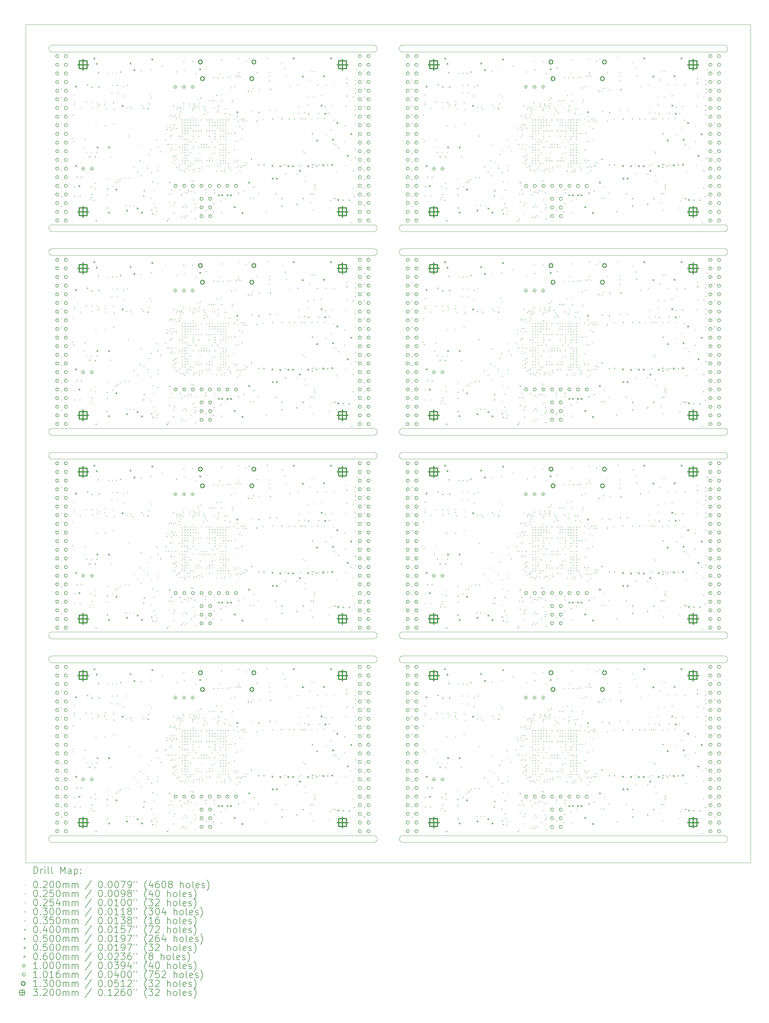
<source format=gbr>
%TF.GenerationSoftware,KiCad,Pcbnew,7.0.2*%
%TF.CreationDate,2023-07-26T12:09:17+02:00*%
%TF.ProjectId,ulx3s_panel,756c7833-735f-4706-916e-656c2e6b6963,v3.1.8*%
%TF.SameCoordinates,Original*%
%TF.FileFunction,Drillmap*%
%TF.FilePolarity,Positive*%
%FSLAX45Y45*%
G04 Gerber Fmt 4.5, Leading zero omitted, Abs format (unit mm)*
G04 Created by KiCad (PCBNEW 7.0.2) date 2023-07-26 12:09:17*
%MOMM*%
%LPD*%
G01*
G04 APERTURE LIST*
%ADD10C,0.100000*%
%ADD11C,0.200000*%
%ADD12C,0.020000*%
%ADD13C,0.025000*%
%ADD14C,0.025400*%
%ADD15C,0.030000*%
%ADD16C,0.035000*%
%ADD17C,0.040000*%
%ADD18C,0.050000*%
%ADD19C,0.060000*%
%ADD20C,0.101600*%
%ADD21C,0.130000*%
%ADD22C,0.320000*%
G04 APERTURE END LIST*
D10*
X14523367Y-25902974D02*
X14523961Y-25907796D01*
X15183098Y-13919614D02*
X15185067Y-13915172D01*
X14524319Y-8677642D02*
X14524438Y-8682500D01*
X15176633Y-20627974D02*
X15177464Y-20623186D01*
X24723426Y-2801500D02*
X24715010Y-2801500D01*
X24821961Y-2692796D02*
X24822319Y-2697642D01*
X4966858Y-20741023D02*
X4962035Y-20740428D01*
X4887067Y-2744828D02*
X4885098Y-2740386D01*
X24697923Y-8780028D02*
X24696797Y-8780000D01*
X24810748Y-20689168D02*
X24808353Y-20693396D01*
X14454176Y-8072237D02*
X14449482Y-8073536D01*
X4894246Y-19992501D02*
X4891647Y-19988396D01*
X4878633Y-2717026D02*
X4878039Y-2712204D01*
X4202072Y-2000645D02*
X4202056Y-2000692D01*
X25497958Y-26619261D02*
X25497970Y-26619214D01*
X24761324Y-7886036D02*
X24765766Y-7888005D01*
X15176038Y-25907796D02*
X15176633Y-25902974D01*
X14398773Y-13860000D02*
X14398797Y-13860000D01*
X4889252Y-14004168D02*
X4887067Y-13999828D01*
X14523961Y-19947204D02*
X14523367Y-19952026D01*
X4897044Y-8036474D02*
X4894246Y-8032501D01*
X4878633Y-8697026D02*
X4878039Y-8692204D01*
X24774334Y-13872585D02*
X24778440Y-13875185D01*
X4947823Y-25822763D02*
X4952507Y-25821467D01*
X15175681Y-20637642D02*
X15176038Y-20632796D01*
X15178529Y-2726555D02*
X15177464Y-2721814D01*
X14498792Y-13891016D02*
X14501966Y-13894695D01*
X24796792Y-8043984D02*
X24793442Y-8047503D01*
X15187251Y-13910832D02*
X15189647Y-13906604D01*
X24821367Y-14677026D02*
X24820536Y-14681814D01*
X24695557Y-14560000D02*
X24700440Y-14560120D01*
X15280408Y-8581082D02*
X15285266Y-8580724D01*
X15175681Y-8677642D02*
X15176038Y-8672796D01*
X4202030Y-2000786D02*
X4202020Y-2000834D01*
X24696797Y-7880000D02*
X24697923Y-7879972D01*
X4887067Y-13999828D02*
X4885098Y-13995385D01*
X14518651Y-14629148D02*
X14520175Y-14633762D01*
X24821367Y-19922974D02*
X24821961Y-19927796D01*
X15189647Y-8631604D02*
X15192246Y-8627499D01*
X14484412Y-13877983D02*
X14488243Y-13880972D01*
X24732195Y-2603128D02*
X24736995Y-2603960D01*
X14504956Y-7918526D02*
X14507754Y-7922499D01*
X4889252Y-2655832D02*
X4891647Y-2651604D01*
X15215587Y-8057017D02*
X15211757Y-8054028D01*
X24810748Y-7930832D02*
X24812933Y-7935172D01*
X14518651Y-20675852D02*
X14516902Y-20680386D01*
X4879464Y-13976814D02*
X4878633Y-13972026D01*
X15181349Y-8649148D02*
X15183098Y-8644614D01*
X24793442Y-20007503D02*
X24789923Y-20010854D01*
X24736995Y-8076040D02*
X24732195Y-8076872D01*
X4943210Y-2609287D02*
X4947823Y-2607763D01*
X24761324Y-14571036D02*
X24765766Y-14573005D01*
X24778440Y-25999815D02*
X24774334Y-26002415D01*
X4934234Y-8771995D02*
X4929893Y-8769810D01*
X14512748Y-14615832D02*
X14514933Y-14620172D01*
X24821961Y-25927204D02*
X24821367Y-25932026D01*
X4962035Y-8780428D02*
X4957248Y-8779597D01*
X5003203Y-19840000D02*
X5003227Y-19840000D01*
X14476334Y-20727415D02*
X14472107Y-20729810D01*
X4903208Y-20708984D02*
X4900034Y-20705305D01*
X24812933Y-20600172D02*
X24814902Y-20604614D01*
X14518651Y-25884148D02*
X14520175Y-25888762D01*
X15208077Y-8609146D02*
X15211757Y-8605972D01*
X4900034Y-20000305D02*
X4897044Y-19996474D01*
X15179825Y-25888762D02*
X15181349Y-25884148D01*
X14491923Y-8609146D02*
X14495442Y-8612497D01*
X15204558Y-14592497D02*
X15208077Y-14589146D01*
X4202091Y-26619400D02*
X4202112Y-26619444D01*
X14495442Y-25847497D02*
X14498792Y-25851016D01*
X4917587Y-7897983D02*
X4921560Y-7895185D01*
X24793442Y-13887497D02*
X24796792Y-13891016D01*
X14411329Y-2801337D02*
X14405681Y-2800851D01*
X14435142Y-20741023D02*
X14430296Y-20741380D01*
X24728296Y-7878619D02*
X24733142Y-7878977D01*
X14488243Y-7900972D02*
X14491923Y-7904146D01*
X24808353Y-8631604D02*
X24810748Y-8635832D01*
X14491923Y-25844146D02*
X14495442Y-25847497D01*
X15260035Y-2800428D02*
X15255248Y-2799597D01*
X14510353Y-2651604D02*
X14512748Y-2655832D01*
X24696797Y-2800000D02*
X24696773Y-2800000D01*
X14488243Y-14034028D02*
X14484412Y-14037017D01*
X15176633Y-2687974D02*
X15177464Y-2683186D01*
X24702274Y-14760679D02*
X24698049Y-14760039D01*
X25497944Y-2000692D02*
X25497927Y-2000645D01*
X14501966Y-8619695D02*
X14504956Y-8623526D01*
X4897044Y-25976474D02*
X4894246Y-25972501D01*
X4925666Y-14577585D02*
X4929893Y-14575190D01*
X14435142Y-25818977D02*
X14439965Y-25819572D01*
X14523367Y-7992026D02*
X14522536Y-7996814D01*
X15177464Y-13976814D02*
X15176633Y-13972026D01*
X4883349Y-7944148D02*
X4885098Y-7939614D01*
X24765766Y-13868005D02*
X24770107Y-13870190D01*
X24820536Y-25898186D02*
X24821367Y-25902974D01*
X4878633Y-19952026D02*
X4878039Y-19947204D01*
X4877562Y-13957500D02*
X4877681Y-13952642D01*
X15192246Y-8627499D02*
X15195044Y-8623526D01*
X4889252Y-25964168D02*
X4887067Y-25959828D01*
X24802956Y-13898526D02*
X24805754Y-13902499D01*
X15241209Y-25824287D02*
X15245823Y-25822763D01*
X14467766Y-20731995D02*
X14463324Y-20733964D01*
X4879464Y-8701814D02*
X4878633Y-8697026D01*
X4966858Y-19838977D02*
X4971704Y-19838620D01*
X15187251Y-2655832D02*
X15189647Y-2651604D01*
X4900034Y-7914695D02*
X4903208Y-7911016D01*
X4962035Y-13859572D02*
X4966858Y-13858977D01*
X14507754Y-14607499D02*
X14510353Y-14611604D01*
X15300077Y-20740028D02*
X15300017Y-20740031D01*
X24793442Y-14592497D02*
X24796792Y-14596016D01*
X14438995Y-14056040D02*
X14434195Y-14056872D01*
X14444752Y-25820402D02*
X14449493Y-25821467D01*
X4880529Y-25893445D02*
X4881825Y-25888762D01*
X15198034Y-14725305D02*
X15195044Y-14721474D01*
X14523961Y-7967796D02*
X14524319Y-7972642D01*
X4966858Y-14761023D02*
X4962035Y-14760428D01*
X24700440Y-14059880D02*
X24695557Y-14060000D01*
X24821367Y-8667974D02*
X24821961Y-8672796D01*
X14504956Y-8741474D02*
X14501966Y-8745305D01*
X14498792Y-14023984D02*
X14495442Y-14027503D01*
X4891647Y-19988396D02*
X4889252Y-19984168D01*
X14491923Y-20569146D02*
X14495442Y-20572497D01*
X24697923Y-13859972D02*
X24697965Y-13859970D01*
X15211757Y-20565972D02*
X15215587Y-20562983D01*
X4958252Y-8074972D02*
X4952518Y-8073536D01*
X15297560Y-14560120D02*
X15302442Y-14560000D01*
X14414733Y-2600724D02*
X14419592Y-2601082D01*
X24756790Y-8589287D02*
X24761324Y-8591036D01*
X15223665Y-14577585D02*
X15227893Y-14575190D01*
X14449493Y-14758533D02*
X14444752Y-14759597D01*
X15264858Y-7878977D02*
X15269704Y-7878619D01*
X25497865Y-2000512D02*
X25497839Y-2000470D01*
X4917587Y-20562983D02*
X4921560Y-20560185D01*
X24816651Y-25884148D02*
X24818175Y-25888762D01*
X24698042Y-8780038D02*
X24698042Y-8780038D01*
X4952507Y-2798533D02*
X4947823Y-2797237D01*
X4202006Y-26619019D02*
X4202008Y-26619068D01*
X14467766Y-26006995D02*
X14463324Y-26008964D01*
X14523367Y-2687974D02*
X14523961Y-2692796D01*
X15299951Y-14760039D02*
X15295726Y-14760679D01*
X14398797Y-2800000D02*
X14398773Y-2800000D01*
X15250506Y-19841467D02*
X15255248Y-19840403D01*
X4934234Y-8593005D02*
X4938676Y-8591036D01*
X15183098Y-19899614D02*
X15185067Y-19895172D01*
X24793442Y-8047503D02*
X24789923Y-8050854D01*
X25497308Y-2000056D02*
X25497261Y-2000042D01*
X25497261Y-2000042D02*
X25497214Y-2000030D01*
X14498792Y-20003984D02*
X14495442Y-20007503D01*
X14467766Y-2791995D02*
X14463324Y-2793964D01*
X25497980Y-26619165D02*
X25497987Y-26619117D01*
X15285266Y-14560724D02*
X15297560Y-14560120D01*
X4943210Y-14755712D02*
X4938676Y-14753964D01*
X14518651Y-2669148D02*
X14520175Y-2673762D01*
X14501966Y-8745305D02*
X14498792Y-8748984D01*
X24697923Y-14760028D02*
X24696797Y-14760000D01*
X4878633Y-14677026D02*
X4878039Y-14672204D01*
X25497888Y-2000556D02*
X25497865Y-2000512D01*
X4894246Y-14012501D02*
X4891647Y-14008396D01*
X14480440Y-14580185D02*
X14484412Y-14582983D01*
X15179825Y-8653762D02*
X15181349Y-8649148D01*
X24822319Y-19942358D02*
X24821961Y-19947204D01*
X24816651Y-8010852D02*
X24814902Y-8015385D01*
X14514933Y-8019828D02*
X14512748Y-8024168D01*
X4938676Y-8773964D02*
X4934234Y-8771995D01*
X4947823Y-14052237D02*
X4943210Y-14050712D01*
X14507754Y-2757501D02*
X14504956Y-2761474D01*
X14443748Y-8585028D02*
X14449482Y-8586464D01*
X4891647Y-2753396D02*
X4889252Y-2749168D01*
X24820536Y-8663186D02*
X24821367Y-8667974D01*
X14444752Y-19840403D02*
X14449493Y-19841467D01*
X14480440Y-2620185D02*
X14484412Y-2622983D01*
X4913757Y-20719028D02*
X4910077Y-20715854D01*
X14419592Y-8581082D02*
X14424426Y-8581678D01*
X4897044Y-19878526D02*
X4900034Y-19874695D01*
X4900034Y-25980305D02*
X4897044Y-25976474D01*
X15250518Y-8586464D02*
X15256252Y-8585028D01*
X14449482Y-20033536D02*
X14443748Y-20034972D01*
X15181349Y-7944148D02*
X15183098Y-7939614D01*
X24799966Y-19874695D02*
X24802956Y-19878526D01*
X4885098Y-13919614D02*
X4887067Y-13915172D01*
X15275573Y-20541678D02*
X15280408Y-20541082D01*
X14444752Y-20739597D02*
X14439965Y-20740428D01*
X24765766Y-8771995D02*
X24761324Y-8773964D01*
X5002077Y-8780028D02*
X5002017Y-8780031D01*
X4971704Y-13858619D02*
X4976574Y-13858500D01*
X25497068Y-2000008D02*
X25497019Y-2000006D01*
X14510353Y-2753396D02*
X14507754Y-2757501D01*
X15297560Y-20540120D02*
X15302442Y-20540000D01*
X4887067Y-25875172D02*
X4889252Y-25870832D01*
X15208077Y-14735854D02*
X15204558Y-14732503D01*
X15195044Y-2643526D02*
X15198034Y-2639695D01*
X15201207Y-8748984D02*
X15198034Y-8745305D01*
X4938676Y-2611036D02*
X4943210Y-2609287D01*
X15264858Y-14761023D02*
X15260035Y-14760428D01*
X24722426Y-14561678D02*
X24732195Y-14563127D01*
X14510353Y-14611604D02*
X14512748Y-14615832D01*
X5004443Y-8080000D02*
X4999560Y-8079880D01*
X24736995Y-14563960D02*
X24741748Y-14565028D01*
X14514933Y-25875172D02*
X14516902Y-25879614D01*
X4976574Y-2801500D02*
X4971704Y-2801380D01*
X15177464Y-19956814D02*
X15176633Y-19952026D01*
X14516902Y-19975386D02*
X14514933Y-19979828D01*
X24821961Y-7987204D02*
X24821367Y-7992026D01*
X15176038Y-7967796D02*
X15176633Y-7962974D01*
X14504956Y-20583526D02*
X14507754Y-20587499D01*
X4913757Y-19860972D02*
X4917587Y-19857983D01*
X14504956Y-25976474D02*
X14501966Y-25980305D01*
X24717592Y-14058918D02*
X24712733Y-14059276D01*
X15181349Y-25950852D02*
X15179825Y-25946238D01*
X15201207Y-13891016D02*
X15204558Y-13887497D01*
X14516902Y-20604614D02*
X14518651Y-20609148D01*
X24819471Y-13981555D02*
X24818175Y-13986238D01*
X15232234Y-14751995D02*
X15227893Y-14749810D01*
X14402440Y-8079880D02*
X14397557Y-8080000D01*
X24697923Y-25819972D02*
X24697982Y-25819969D01*
X14425426Y-20741500D02*
X14417010Y-20741500D01*
X14495442Y-14732503D02*
X14491923Y-14735854D01*
X24812933Y-19979828D02*
X24810748Y-19984168D01*
X4202786Y-26619970D02*
X4202834Y-26619980D01*
X24778440Y-20019815D02*
X24774334Y-20022415D01*
X24805754Y-2647499D02*
X24808353Y-2651604D01*
X24822438Y-20642500D02*
X24822319Y-20647358D01*
X24822319Y-8687358D02*
X24821961Y-8692204D01*
X14399972Y-20740030D02*
X14399923Y-20740028D01*
X24765766Y-2613005D02*
X24770107Y-2615190D01*
X15282990Y-7878500D02*
X15288671Y-7878663D01*
X4903208Y-20003984D02*
X4900034Y-20000305D01*
X4891647Y-8631604D02*
X4894246Y-8627499D01*
X15232234Y-13868005D02*
X15236676Y-13866036D01*
X24821367Y-2687974D02*
X24821961Y-2692796D01*
X24756790Y-25824287D02*
X24761324Y-25826036D01*
X24752176Y-13862763D02*
X24756790Y-13864287D01*
X25497570Y-26619812D02*
X25497610Y-26619783D01*
X14514933Y-14620172D02*
X14516902Y-14624614D01*
X15241209Y-13864287D02*
X15245823Y-13862763D01*
X24808353Y-20591604D02*
X24810748Y-20595832D01*
X4885098Y-8644614D02*
X4887067Y-8640172D01*
X15215587Y-14742017D02*
X15211757Y-14739028D01*
X5001959Y-20740038D02*
X4996319Y-20740851D01*
X4903208Y-7911016D02*
X4906558Y-7907497D01*
X24732195Y-20543128D02*
X24736995Y-20543960D01*
X15208077Y-13884146D02*
X15211757Y-13880972D01*
X4943210Y-20549287D02*
X4947823Y-20547763D01*
X4982408Y-26018918D02*
X4977574Y-26018321D01*
X4921560Y-19855185D02*
X4925666Y-19852585D01*
X14476334Y-13872585D02*
X14480440Y-13875185D01*
X24820536Y-19918186D02*
X24821367Y-19922974D01*
X4885098Y-20680386D02*
X4883349Y-20675852D01*
X14438995Y-8583960D02*
X14443748Y-8585028D01*
X24821961Y-2712204D02*
X24821367Y-2717026D01*
X24782412Y-25837983D02*
X24786243Y-25840972D01*
X14454176Y-20032237D02*
X14449482Y-20033536D01*
X4906558Y-20572497D02*
X4910077Y-20569146D01*
X15250506Y-2798533D02*
X15245823Y-2797237D01*
X24793442Y-25987503D02*
X24789923Y-25990854D01*
X14411329Y-19838663D02*
X14417010Y-19838500D01*
X4889252Y-14615832D02*
X4891647Y-14611604D01*
X14484412Y-25997017D02*
X14480440Y-25999815D01*
X15195044Y-19996474D02*
X15192246Y-19992501D01*
X5003227Y-2800000D02*
X5003203Y-2800000D01*
X24786243Y-14585972D02*
X24789923Y-14589146D01*
X14454176Y-26012237D02*
X14449482Y-26013536D01*
X15299958Y-25819962D02*
X15299979Y-25819965D01*
X15177464Y-8701814D02*
X15176633Y-8697026D01*
X24752176Y-8777237D02*
X24747493Y-8778533D01*
X4984990Y-7878500D02*
X4990671Y-7878663D01*
X4996319Y-7879149D02*
X5001958Y-7879962D01*
X15241209Y-8589287D02*
X15245823Y-8587763D01*
X15211757Y-8759028D02*
X15208077Y-8755854D01*
X24810748Y-8635832D02*
X24812933Y-8640172D01*
X24782412Y-20017017D02*
X24778440Y-20019815D01*
X15232234Y-14573005D02*
X15236676Y-14571036D01*
X5004443Y-8580000D02*
X14397557Y-8580000D01*
X24802956Y-8036474D02*
X24799966Y-8040305D01*
X15176633Y-14677026D02*
X15176038Y-14672204D01*
X15280408Y-2601082D02*
X15285266Y-2600724D01*
X4202981Y-2000006D02*
X4202932Y-2000008D01*
X14419592Y-2601082D02*
X14424426Y-2601678D01*
X14472107Y-2615190D02*
X14476334Y-2617585D01*
X4894246Y-2757501D02*
X4891647Y-2753396D01*
X14498792Y-8748984D02*
X14495442Y-8752503D01*
X15241209Y-2609287D02*
X15245823Y-2607763D01*
X15175562Y-8682500D02*
X15175681Y-8677642D01*
X15302442Y-2600000D02*
X24695557Y-2600000D01*
X4971704Y-2801380D02*
X4966858Y-2801023D01*
X24822438Y-7977500D02*
X24822319Y-7982358D01*
X5001951Y-13859961D02*
X5001951Y-13859961D01*
X14524319Y-14667358D02*
X14523961Y-14672204D01*
X24821367Y-13942974D02*
X24821961Y-13947796D01*
X14510353Y-14713396D02*
X14507754Y-14717501D01*
X14449493Y-25821467D02*
X14454176Y-25822763D01*
X24796792Y-20003984D02*
X24793442Y-20007503D01*
X14399923Y-19839972D02*
X14399982Y-19839969D01*
X24802956Y-20583526D02*
X24805754Y-20587499D01*
X4202739Y-26619958D02*
X4202786Y-26619970D01*
X15269704Y-25818619D02*
X15274574Y-25818500D01*
X14484412Y-8762017D02*
X14480440Y-8764815D01*
X24733142Y-25818977D02*
X24737965Y-25819572D01*
X15175681Y-13952642D02*
X15176038Y-13947796D01*
X14480440Y-25999815D02*
X14476334Y-26002415D01*
X14398773Y-19840000D02*
X14398797Y-19840000D01*
X14399982Y-7879969D02*
X14400041Y-7879962D01*
X4202470Y-2000160D02*
X4202430Y-2000188D01*
X5003227Y-25820000D02*
X14398773Y-25820000D01*
X24756790Y-14050712D02*
X24752176Y-14052237D01*
X15223665Y-20557585D02*
X15227893Y-20555190D01*
X15179825Y-14633762D02*
X15181349Y-14629148D01*
X14444752Y-13860402D02*
X14449493Y-13861467D01*
X24747482Y-20033536D02*
X24741748Y-20034972D01*
X24742752Y-7880402D02*
X24747493Y-7881467D01*
X5002017Y-2800031D02*
X5001959Y-2800038D01*
X15179825Y-2731238D02*
X15178529Y-2726555D01*
X4906558Y-2772503D02*
X4903208Y-2768984D01*
X24698042Y-20740038D02*
X24698042Y-20740038D01*
X4881825Y-25888762D02*
X4883349Y-25884148D01*
X15219560Y-25835185D02*
X15223665Y-25832585D01*
X4900034Y-8745305D02*
X4897044Y-8741474D01*
X4879464Y-20623186D02*
X4880529Y-20618445D01*
X14467766Y-25828005D02*
X14472107Y-25830190D01*
X24796792Y-8616016D02*
X24799966Y-8619695D01*
X4943210Y-25824287D02*
X4947823Y-25822763D01*
X15269704Y-19838620D02*
X15274574Y-19838500D01*
X15287255Y-13858591D02*
X15291498Y-13858865D01*
X15301227Y-14760000D02*
X15301203Y-14760000D01*
X15185067Y-2744828D02*
X15183098Y-2740386D01*
X25497117Y-26619987D02*
X25497165Y-26619980D01*
X4881825Y-8711238D02*
X4880529Y-8706555D01*
X15282990Y-20741500D02*
X15274574Y-20741500D01*
X25497980Y-2000834D02*
X25497970Y-2000786D01*
X4897044Y-20583526D02*
X4900034Y-20579695D01*
X14454176Y-14757237D02*
X14449493Y-14758533D01*
X15195044Y-2761474D02*
X15192246Y-2757501D01*
X24822438Y-14662500D02*
X24822319Y-14667358D01*
X15195044Y-20701474D02*
X15192246Y-20697501D01*
X4887067Y-14620172D02*
X4889252Y-14615832D01*
X14488243Y-20719028D02*
X14484412Y-20722017D01*
X15185067Y-8640172D02*
X15187251Y-8635832D01*
X24793442Y-20712503D02*
X24789923Y-20715854D01*
X24752176Y-14567763D02*
X24756790Y-14569287D01*
X25498000Y-2001227D02*
X25498000Y-2001203D01*
X15299979Y-25819965D02*
X15300028Y-25819970D01*
X15256252Y-26014972D02*
X15250518Y-26013536D01*
X15288671Y-25818663D02*
X15294319Y-25819149D01*
X15236676Y-14048964D02*
X15232234Y-14046995D01*
X24796792Y-20576016D02*
X24799966Y-20579695D01*
X15227893Y-14749810D02*
X15223665Y-14747415D01*
X4877681Y-13952642D02*
X4878039Y-13947796D01*
X24814902Y-25955385D02*
X24812933Y-25959828D01*
X24700440Y-2600120D02*
X24712733Y-2600724D01*
X4887067Y-20684828D02*
X4885098Y-20680386D01*
X14518651Y-8010852D02*
X14516902Y-8015385D01*
X25497719Y-26619684D02*
X25497752Y-26619648D01*
X4996319Y-20740851D02*
X4990671Y-20741337D01*
X15189647Y-8733396D02*
X15187251Y-8729168D01*
X15183098Y-7939614D02*
X15185067Y-7935172D01*
X24808353Y-2651604D02*
X24810748Y-2655832D01*
X4966858Y-2801023D02*
X4962035Y-2800428D01*
X25497970Y-2000786D02*
X25497958Y-2000739D01*
X15201207Y-14728984D02*
X15198034Y-14725305D01*
X24756790Y-2609287D02*
X24761324Y-2611036D01*
X14449482Y-14566464D02*
X14454176Y-14567763D01*
X24812933Y-7935172D02*
X24814902Y-7939614D01*
X4957248Y-19840403D02*
X4962035Y-19839572D01*
X4894246Y-13902499D02*
X4897044Y-13898526D01*
X5002028Y-25819970D02*
X5002077Y-25819972D01*
X14400042Y-2800038D02*
X14400021Y-2800035D01*
X14504956Y-14016474D02*
X14501966Y-14020305D01*
X4938676Y-26008964D02*
X4934234Y-26006995D01*
X24799966Y-13894695D02*
X24802956Y-13898526D01*
X14438995Y-20036040D02*
X14434195Y-20036872D01*
X24728296Y-19838620D02*
X24733142Y-19838977D01*
X15183098Y-8015385D02*
X15181349Y-8010852D01*
X24808353Y-25968396D02*
X24805754Y-25972501D01*
X24816651Y-2669148D02*
X24818175Y-2673762D01*
X24782412Y-8762017D02*
X24778440Y-8764815D01*
X4958252Y-14565028D02*
X4963005Y-14563960D01*
X15192246Y-8737501D02*
X15189647Y-8733396D01*
X25497909Y-26619400D02*
X25497927Y-26619354D01*
X14524319Y-2707358D02*
X14523961Y-2712204D01*
X4929893Y-2615190D02*
X4934234Y-2613005D01*
X14417010Y-8781500D02*
X14411329Y-8781337D01*
X14501966Y-20000305D02*
X14498792Y-20003984D01*
X4910077Y-14589146D02*
X4913757Y-14585972D01*
X14430296Y-20741380D02*
X14425426Y-20741500D01*
X24761324Y-8773964D02*
X24756790Y-8775713D01*
X24816651Y-2735852D02*
X24814902Y-2740386D01*
X4202248Y-2000352D02*
X4202217Y-2000390D01*
X24747482Y-14053536D02*
X24741748Y-14054972D01*
X24696797Y-8780000D02*
X24696773Y-8780000D01*
X24808353Y-14008396D02*
X24805754Y-14012501D01*
X15265805Y-14056872D02*
X15261005Y-14056040D01*
X4984990Y-25818500D02*
X4990671Y-25818663D01*
X4921560Y-2620185D02*
X4925666Y-2617585D01*
X4891647Y-2651604D02*
X4894246Y-2647499D01*
X4996319Y-2800851D02*
X4990671Y-2801337D01*
X4984990Y-20741500D02*
X4976574Y-20741500D01*
X15208077Y-25990854D02*
X15204558Y-25987503D01*
X15215587Y-13877983D02*
X15219560Y-13875185D01*
X15250506Y-8778533D02*
X15245823Y-8777237D01*
X24799966Y-20705305D02*
X24796792Y-20708984D01*
X15192246Y-14717501D02*
X15189647Y-14713396D01*
X24736995Y-26016040D02*
X24732195Y-26016872D01*
X24722426Y-20541678D02*
X24732195Y-20543128D01*
X4934234Y-7888005D02*
X4938676Y-7886036D01*
X24737965Y-25819572D02*
X24742752Y-25820402D01*
X24819471Y-13933445D02*
X24820536Y-13938186D01*
X24698041Y-19839962D02*
X24703681Y-19839149D01*
X4958252Y-20545028D02*
X4963005Y-20543960D01*
X14400042Y-8780038D02*
X14400042Y-8780038D01*
X25497400Y-26619909D02*
X25497444Y-26619888D01*
X14524319Y-8687358D02*
X14523961Y-8692204D01*
X14480440Y-8600185D02*
X14484412Y-8602983D01*
X4883349Y-25884148D02*
X4885098Y-25879614D01*
X15291498Y-14761135D02*
X15287255Y-14761408D01*
X24752176Y-14052237D02*
X24747482Y-14053536D01*
X4202013Y-2000883D02*
X4202008Y-2000932D01*
X15294319Y-7879149D02*
X15299958Y-7879962D01*
X24816651Y-19970852D02*
X24814902Y-19975386D01*
X4897044Y-19996474D02*
X4894246Y-19992501D01*
X24695557Y-20540000D02*
X24700440Y-20540120D01*
X24818175Y-13986238D02*
X24816651Y-13990852D01*
X24820536Y-25936814D02*
X24819471Y-25941555D01*
X24796792Y-2768984D02*
X24793442Y-2772503D01*
X14520175Y-13928762D02*
X14521471Y-13933445D01*
X4202600Y-26619909D02*
X4202646Y-26619927D01*
X24789923Y-25990854D02*
X24786243Y-25994028D01*
X15198034Y-2765305D02*
X15195044Y-2761474D01*
X15236676Y-8068964D02*
X15232234Y-8066995D01*
X15187251Y-25964168D02*
X15185067Y-25959828D01*
X15300028Y-13859970D02*
X15300077Y-13859972D01*
X4878039Y-14652796D02*
X4878633Y-14647974D01*
X24747493Y-2798533D02*
X24742752Y-2799597D01*
X14400049Y-14760039D02*
X14400049Y-14760039D01*
X4887067Y-19979828D02*
X4885098Y-19975386D01*
X24796792Y-19871016D02*
X24799966Y-19874695D01*
X4938676Y-8591036D02*
X4943210Y-8589287D01*
X14454176Y-19842763D02*
X14458790Y-19844287D01*
X14399923Y-20740028D02*
X14398797Y-20740000D01*
X4952518Y-2606464D02*
X4958252Y-2605028D01*
X4881825Y-20613762D02*
X4883349Y-20609148D01*
X14523367Y-14647974D02*
X14523961Y-14652796D01*
X14491923Y-8050854D02*
X14488243Y-8054028D01*
X24698041Y-25819962D02*
X24703681Y-25819149D01*
X24821367Y-25932026D02*
X24820536Y-25936814D01*
X15183098Y-14624614D02*
X15185067Y-14620172D01*
X4963005Y-8076040D02*
X4958252Y-8074972D01*
X14524438Y-19937500D02*
X14524319Y-19942358D01*
X14472107Y-19850190D02*
X14476334Y-19852585D01*
X14522536Y-25898186D02*
X14523367Y-25902974D01*
X25497308Y-26619944D02*
X25497354Y-26619927D01*
X15223665Y-26002415D02*
X15219560Y-25999815D01*
X14476334Y-2787415D02*
X14472107Y-2789810D01*
X15219560Y-2620185D02*
X15223665Y-2617585D01*
X4903208Y-20576016D02*
X4906558Y-20572497D01*
X14467766Y-14751995D02*
X14463324Y-14753964D01*
X24812933Y-8019828D02*
X24810748Y-8024168D01*
X4880529Y-13981555D02*
X4879464Y-13976814D01*
X14397557Y-26020000D02*
X5004443Y-26020000D01*
X14504956Y-2643526D02*
X14507754Y-2647499D01*
X15215587Y-7897983D02*
X15219560Y-7895185D01*
X4885098Y-20604614D02*
X4887067Y-20600172D01*
X25497888Y-26619444D02*
X25497909Y-26619400D01*
X15204558Y-14027503D02*
X15201207Y-14023984D01*
X14400021Y-8780035D02*
X14399972Y-8780030D01*
X24820536Y-7996814D02*
X24819471Y-8001555D01*
X14523367Y-8667974D02*
X14523961Y-8672796D01*
X4921560Y-8764815D02*
X4917587Y-8762017D01*
X4202281Y-2000316D02*
X4202248Y-2000352D01*
X4891647Y-20693396D02*
X4889252Y-20689168D01*
X15208077Y-8050854D02*
X15204558Y-8047503D01*
X15219560Y-19855185D02*
X15223665Y-19852585D01*
X4952507Y-8778533D02*
X4947823Y-8777237D01*
X4202000Y-2001227D02*
X4202000Y-26618773D01*
X14472107Y-14749810D02*
X14467766Y-14751995D01*
X15299958Y-8780038D02*
X15294319Y-8780851D01*
X14495442Y-13887497D02*
X14498792Y-13891016D01*
X14495442Y-20572497D02*
X14498792Y-20576016D01*
X14520175Y-2673762D02*
X14521471Y-2678445D01*
X14454176Y-8587763D02*
X14458790Y-8589287D01*
X24805754Y-14607499D02*
X24808353Y-14611604D01*
X15275573Y-8078321D02*
X15265805Y-8076872D01*
X24819471Y-20618445D02*
X24820536Y-20623186D01*
X15223665Y-8597585D02*
X15227893Y-8595190D01*
X4900034Y-19874695D02*
X4903208Y-19871016D01*
X4999560Y-8580120D02*
X5004443Y-8580000D01*
X4917587Y-2622983D02*
X4921560Y-2620185D01*
X24789923Y-20010854D02*
X24786243Y-20014028D01*
X14480440Y-7895185D02*
X14484412Y-7897983D01*
X15232234Y-20026995D02*
X15227893Y-20024810D01*
X15176633Y-19922974D02*
X15177464Y-19918186D01*
X15211757Y-13880972D02*
X15215587Y-13877983D01*
X14491923Y-2629146D02*
X14495442Y-2632497D01*
X4913757Y-14585972D02*
X4917587Y-14582983D01*
X15227893Y-8769810D02*
X15223665Y-8767415D01*
X14439965Y-19839572D02*
X14444752Y-19840403D01*
X15198034Y-20579695D02*
X15201207Y-20576016D01*
X24816651Y-14695852D02*
X24814902Y-14700385D01*
X4887067Y-2660172D02*
X4889252Y-2655832D01*
X14520175Y-14691238D02*
X14518651Y-14695852D01*
X24778440Y-8059815D02*
X24774334Y-8062415D01*
X14491923Y-25990854D02*
X14488243Y-25994028D01*
X14399972Y-8780030D02*
X14399923Y-8780028D01*
X24816651Y-7944148D02*
X24818175Y-7948762D01*
X4925666Y-13872585D02*
X4929893Y-13870190D01*
X5002017Y-8780031D02*
X5001959Y-8780038D01*
X15176633Y-25932026D02*
X15176038Y-25927204D01*
X14425426Y-2801500D02*
X14417010Y-2801500D01*
X14488243Y-2625972D02*
X14491923Y-2629146D01*
X4943210Y-26010712D02*
X4938676Y-26008964D01*
X4999560Y-20540120D02*
X5004443Y-20540000D01*
X24808353Y-8733396D02*
X24805754Y-8737501D01*
X15179825Y-13986238D02*
X15178529Y-13981555D01*
X4963005Y-14056040D02*
X4958252Y-14054972D01*
X14495442Y-2632497D02*
X14498792Y-2636016D01*
X24814902Y-19975386D02*
X24812933Y-19979828D01*
X15219560Y-20019815D02*
X15215587Y-20017017D01*
X4934234Y-14751995D02*
X4929893Y-14749810D01*
X15232234Y-26006995D02*
X15227893Y-26004810D01*
X4977574Y-20541678D02*
X4982408Y-20541082D01*
X4938676Y-14048964D02*
X4934234Y-14046995D01*
X24697972Y-20740030D02*
X24697923Y-20740028D01*
X14524319Y-19942358D02*
X14523961Y-19947204D01*
X4885098Y-14624614D02*
X4887067Y-14620172D01*
X4982408Y-20038918D02*
X4977574Y-20038322D01*
X24778440Y-13875185D02*
X24782412Y-13877983D01*
X25497927Y-26619354D02*
X25497944Y-26619308D01*
X15269704Y-2801380D02*
X15264858Y-2801023D01*
X25497944Y-26619308D02*
X25497958Y-26619261D01*
X4982408Y-2601082D02*
X4987267Y-2600724D01*
X14411329Y-7878663D02*
X14417010Y-7878500D01*
X4952507Y-19841467D02*
X4957248Y-19840403D01*
X15189647Y-7926604D02*
X15192246Y-7922499D01*
X15176633Y-19952026D02*
X15176038Y-19947204D01*
X4897044Y-2643526D02*
X4900034Y-2639695D01*
X14510353Y-8028396D02*
X14507754Y-8032501D01*
X24793442Y-2632497D02*
X24796792Y-2636016D01*
X14454176Y-13862763D02*
X14458790Y-13864287D01*
X15198034Y-8745305D02*
X15195044Y-8741474D01*
X4897044Y-7918526D02*
X4900034Y-7914695D01*
X15255248Y-20739597D02*
X15250506Y-20738533D01*
X15176633Y-14647974D02*
X15177464Y-14643186D01*
X24698042Y-2800038D02*
X24698021Y-2800035D01*
X14397557Y-20040000D02*
X5004443Y-20040000D01*
X14402440Y-20540120D02*
X14414733Y-20540724D01*
X15227893Y-20024810D02*
X15223665Y-20022415D01*
X24796792Y-14728984D02*
X24793442Y-14732503D01*
X14404274Y-14760679D02*
X14400049Y-14760039D01*
X4934234Y-13868005D02*
X4938676Y-13866036D01*
X14498792Y-20708984D02*
X14495442Y-20712503D01*
X24796792Y-25983984D02*
X24793442Y-25987503D01*
X14512748Y-25870832D02*
X14514933Y-25875172D01*
X4880529Y-20666555D02*
X4879464Y-20661814D01*
X24799966Y-20579695D02*
X24802956Y-20583526D01*
X14458790Y-26010712D02*
X14454176Y-26012237D01*
X14476334Y-14577585D02*
X14480440Y-14580185D01*
X24822319Y-14657642D02*
X24822438Y-14662500D01*
X14472107Y-8064810D02*
X14467766Y-8066995D01*
X24796792Y-20708984D02*
X24793442Y-20712503D01*
X14501966Y-2639695D02*
X14504956Y-2643526D01*
X15198034Y-25980305D02*
X15195044Y-25976474D01*
X24810748Y-8024168D02*
X24808353Y-8028396D01*
X15232234Y-19848005D02*
X15236676Y-19846036D01*
X14523367Y-13972026D02*
X14522536Y-13976814D01*
X24805754Y-8737501D02*
X24802956Y-8741474D01*
X14438995Y-8076040D02*
X14434195Y-8076872D01*
X15241209Y-7884287D02*
X15245823Y-7882763D01*
X14443748Y-14565028D02*
X14449482Y-14566464D01*
X14444752Y-8779597D02*
X14439965Y-8780428D01*
X24814902Y-14624614D02*
X24816651Y-14629148D01*
X4925666Y-26002415D02*
X4921560Y-25999815D01*
X14521471Y-8658445D02*
X14522536Y-8663186D01*
X24820536Y-13938186D02*
X24821367Y-13942974D01*
X15201207Y-20576016D02*
X15204558Y-20572497D01*
X14414733Y-20039276D02*
X14402440Y-20039880D01*
X24747482Y-20546464D02*
X24752176Y-20547763D01*
X15208077Y-14589146D02*
X15211757Y-14585972D01*
X4894246Y-25862499D02*
X4897044Y-25858526D01*
X15274574Y-8781500D02*
X15269704Y-8781380D01*
X4990671Y-8781337D02*
X4984990Y-8781500D01*
X24778440Y-2784815D02*
X24774334Y-2787415D01*
X15201207Y-7911016D02*
X15204558Y-7907497D01*
X14516902Y-2664614D02*
X14518651Y-2669148D01*
X14463324Y-19846036D02*
X14467766Y-19848005D01*
X15189647Y-20693396D02*
X15187251Y-20689168D01*
X4967805Y-8076872D02*
X4963005Y-8076040D01*
X14454176Y-14052237D02*
X14449482Y-14053536D01*
X15219560Y-14039815D02*
X15215587Y-14037017D01*
X14521471Y-14686555D02*
X14520175Y-14691238D01*
X14520175Y-7948762D02*
X14521471Y-7953445D01*
X24752176Y-14757237D02*
X24747493Y-14758533D01*
X14488243Y-20565972D02*
X14491923Y-20569146D01*
X15211757Y-8605972D02*
X15215587Y-8602983D01*
X14518651Y-2735852D02*
X14516902Y-2740386D01*
X24812933Y-19895172D02*
X24814902Y-19899614D01*
X14399982Y-19839969D02*
X14400041Y-19839962D01*
X15227893Y-26004810D02*
X15223665Y-26002415D01*
X15227893Y-20729810D02*
X15223665Y-20727415D01*
X14523367Y-14677026D02*
X14522536Y-14681814D01*
X15219560Y-20724815D02*
X15215587Y-20722017D01*
X14430296Y-8781380D02*
X14425426Y-8781500D01*
X14495442Y-14027503D02*
X14491923Y-14030854D01*
X4885098Y-8720386D02*
X4883349Y-8715852D01*
X24789923Y-13884146D02*
X24793442Y-13887497D01*
X15250518Y-26013536D02*
X15245823Y-26012237D01*
X24736995Y-20036040D02*
X24732195Y-20036872D01*
X15261005Y-20543960D02*
X15265805Y-20543128D01*
X25497610Y-26619783D02*
X25497648Y-26619752D01*
X4952518Y-26013536D02*
X4952518Y-26013536D01*
X5002035Y-14760030D02*
X5001993Y-14760033D01*
X14435142Y-14761023D02*
X14430296Y-14761380D01*
X14484412Y-20017017D02*
X14480440Y-20019815D01*
X25497958Y-2000739D02*
X25497944Y-2000692D01*
X14495442Y-25987503D02*
X14491923Y-25990854D01*
X15178529Y-8706555D02*
X15177464Y-8701814D01*
X4957248Y-7880402D02*
X4962035Y-7879572D01*
X4877681Y-2707358D02*
X4877562Y-2702500D01*
X4897044Y-14603526D02*
X4900034Y-14599695D01*
X4880529Y-7953445D02*
X4881825Y-7948762D01*
X15187251Y-2749168D02*
X15185067Y-2744828D01*
X4952518Y-20033536D02*
X4947823Y-20032237D01*
X14398773Y-20740000D02*
X5003227Y-20740000D01*
X24696797Y-20740000D02*
X24696773Y-20740000D01*
X4976574Y-14761500D02*
X4976574Y-14761500D01*
X15301203Y-13860000D02*
X15301227Y-13860000D01*
X24822319Y-20647358D02*
X24821961Y-20652204D01*
X14523367Y-19922974D02*
X14523961Y-19927796D01*
X24796792Y-14596016D02*
X24799966Y-14599695D01*
X24820536Y-14681814D02*
X24819471Y-14686555D01*
X24696797Y-25820000D02*
X24697923Y-25819972D01*
X4943210Y-14569287D02*
X4947823Y-14567763D01*
X4966858Y-7878977D02*
X4971704Y-7878619D01*
X24810748Y-14004168D02*
X24808353Y-14008396D01*
X14449493Y-19841467D02*
X14454176Y-19842763D01*
X4913757Y-7900972D02*
X4917587Y-7897983D01*
X4897044Y-2761474D02*
X4894246Y-2757501D01*
X24747482Y-26013536D02*
X24741748Y-26014972D01*
X24770107Y-20555190D02*
X24774334Y-20557585D01*
X24814902Y-13995385D02*
X24812933Y-13999828D01*
X24756790Y-14569287D02*
X24761324Y-14571036D01*
X24822319Y-20637642D02*
X24822438Y-20642500D01*
X15176038Y-2712204D02*
X15175681Y-2707358D01*
X15176633Y-8667974D02*
X15177464Y-8663186D01*
X14439965Y-13859572D02*
X14444752Y-13860402D01*
X14514933Y-25959828D02*
X14512748Y-25964168D01*
X15288671Y-20741337D02*
X15282990Y-20741500D01*
X14518651Y-19904148D02*
X14520175Y-19908762D01*
X14501966Y-25980305D02*
X14498792Y-25983984D01*
X15183098Y-25879614D02*
X15185067Y-25875172D01*
X4952518Y-14053536D02*
X4947823Y-14052237D01*
X25497648Y-2000248D02*
X25497610Y-2000217D01*
X15260035Y-14760428D02*
X15255248Y-14759597D01*
X15300077Y-19839972D02*
X15301203Y-19840000D01*
X15299979Y-13859965D02*
X15300028Y-13859970D01*
X14523961Y-8692204D02*
X14523367Y-8697026D01*
X4881825Y-19966238D02*
X4880529Y-19961555D01*
X24742752Y-25820402D02*
X24747493Y-25821467D01*
X15250518Y-26013536D02*
X15250518Y-26013536D01*
X24793442Y-20572497D02*
X24796792Y-20576016D01*
X4881825Y-19908762D02*
X4883349Y-19904148D01*
X15297560Y-8580120D02*
X15302442Y-8580000D01*
X24717592Y-20541082D02*
X24722426Y-20541678D01*
X25497684Y-2000281D02*
X25497648Y-2000248D01*
X24799966Y-8745305D02*
X24796792Y-8748984D01*
X24812933Y-14704828D02*
X24810748Y-14709168D01*
X4202006Y-2000981D02*
X4202000Y-2001203D01*
X4962035Y-25819572D02*
X4966858Y-25818977D01*
X4881825Y-13928762D02*
X4883349Y-13924148D01*
X14514933Y-7935172D02*
X14516902Y-7939614D01*
X14523961Y-25927204D02*
X14523367Y-25932026D01*
X4917587Y-20017017D02*
X4913757Y-20014028D01*
X5001958Y-19839962D02*
X5001958Y-19839962D01*
X24789923Y-2629146D02*
X24793442Y-2632497D01*
X14458790Y-20030713D02*
X14454176Y-20032237D01*
X15175681Y-14667358D02*
X15175562Y-14662500D01*
X14518651Y-8715852D02*
X14516902Y-8720386D01*
X24770107Y-14575190D02*
X24774334Y-14577585D01*
X14417010Y-7878500D02*
X14425426Y-7878500D01*
X15245823Y-14567763D02*
X15250518Y-14566464D01*
X24765766Y-8593005D02*
X24770107Y-8595190D01*
X24712733Y-14059276D02*
X24700440Y-14059880D01*
X25497970Y-26619214D02*
X25497980Y-26619165D01*
X4891647Y-14008396D02*
X4889252Y-14004168D01*
X4885098Y-19899614D02*
X4887067Y-19895172D01*
X15227893Y-7890190D02*
X15232234Y-7888005D01*
X14495442Y-8612497D02*
X14498792Y-8616016D01*
X14516902Y-8015385D02*
X14514933Y-8019828D01*
X25497117Y-2000013D02*
X25497068Y-2000008D01*
X14472107Y-20024810D02*
X14467766Y-20026995D01*
X24805754Y-20697501D02*
X24802956Y-20701474D01*
X4883349Y-8715852D02*
X4881825Y-8711238D01*
X25497927Y-2000645D02*
X25497909Y-2000600D01*
X14523961Y-13967204D02*
X14523367Y-13972026D01*
X4202316Y-26619719D02*
X4202352Y-26619752D01*
X25497865Y-26619487D02*
X25497888Y-26619444D01*
X24761324Y-25826036D02*
X24765766Y-25828005D01*
X4987267Y-2600724D02*
X4999560Y-2600120D01*
X24770107Y-26004810D02*
X24765766Y-26006995D01*
X14435142Y-8781023D02*
X14430296Y-8781380D01*
X15265805Y-2603128D02*
X15275573Y-2601678D01*
X15256252Y-14565028D02*
X15261005Y-14563960D01*
X4885098Y-7939614D02*
X4887067Y-7935172D01*
X4878633Y-13942974D02*
X4879464Y-13938186D01*
X24789923Y-20569146D02*
X24793442Y-20572497D01*
X15245823Y-14757237D02*
X15241209Y-14755712D01*
X24723426Y-7878500D02*
X24728296Y-7878619D01*
X5001958Y-25819962D02*
X5001958Y-25819962D01*
X24789923Y-8609146D02*
X24793442Y-8612497D01*
X15183098Y-2664614D02*
X15185067Y-2660172D01*
X4917587Y-2782017D02*
X4913757Y-2779028D01*
X14463324Y-13866036D02*
X14467766Y-13868005D01*
X14402440Y-14560120D02*
X14414733Y-14560724D01*
X14443748Y-14054972D02*
X14438995Y-14056040D01*
X4891647Y-8733396D02*
X4889252Y-8729168D01*
X14523961Y-2692796D02*
X14524319Y-2697642D01*
X14417010Y-20741500D02*
X14411329Y-20741337D01*
X14399923Y-14760028D02*
X14398797Y-14760000D01*
X24778440Y-14039815D02*
X24774334Y-14042415D01*
X24810748Y-14709168D02*
X24808353Y-14713396D01*
X14495442Y-8752503D02*
X14491923Y-8755854D01*
X14516902Y-8644614D02*
X14518651Y-8649148D01*
X24820536Y-2683186D02*
X24821367Y-2687974D01*
X14424426Y-8078321D02*
X14419592Y-8078918D01*
X5004443Y-2600000D02*
X14397557Y-2600000D01*
X4938676Y-20551036D02*
X4943210Y-20549287D01*
X24822319Y-8677642D02*
X24822438Y-8682500D01*
X4977574Y-14058321D02*
X4967805Y-14056872D01*
X14512748Y-20595832D02*
X14514933Y-20600172D01*
X24789923Y-8755854D02*
X24786243Y-8759028D01*
X15236676Y-7886036D02*
X15241209Y-7884287D01*
X14408502Y-14761135D02*
X14404274Y-14760679D01*
X4891647Y-8028396D02*
X4889252Y-8024168D01*
X4880529Y-13933445D02*
X4881825Y-13928762D01*
X4957248Y-13860402D02*
X4962035Y-13859572D01*
X4929893Y-20729810D02*
X4925666Y-20727415D01*
X15250518Y-8073536D02*
X15245823Y-8072237D01*
X24778440Y-20560185D02*
X24782412Y-20562983D01*
X4900034Y-8619695D02*
X4903208Y-8616016D01*
X4934234Y-19848005D02*
X4938676Y-19846036D01*
X15291498Y-13858865D02*
X15295726Y-13859321D01*
X14454176Y-7882763D02*
X14458790Y-7884287D01*
X4894246Y-7922499D02*
X4897044Y-7918526D01*
X15232234Y-2791995D02*
X15227893Y-2789810D01*
X14467766Y-8066995D02*
X14463324Y-8068964D01*
X14414733Y-14059276D02*
X14402440Y-14059880D01*
X14443748Y-2605028D02*
X14449482Y-2606464D01*
X14398773Y-14760000D02*
X5003227Y-14760000D01*
X15189647Y-14713396D02*
X15187251Y-14709168D01*
X14514933Y-19979828D02*
X14512748Y-19984168D01*
X24818175Y-14691238D02*
X24816651Y-14695852D01*
X15300077Y-14760028D02*
X15300035Y-14760030D01*
X15198034Y-8619695D02*
X15201207Y-8616016D01*
X24810748Y-25964168D02*
X24808353Y-25968396D01*
X15215587Y-8762017D02*
X15211757Y-8759028D01*
X4917587Y-25837983D02*
X4921560Y-25835185D01*
X4929893Y-8595190D02*
X4934234Y-8593005D01*
X15250518Y-14053536D02*
X15250518Y-14053536D01*
X4962035Y-2800428D02*
X4957248Y-2799597D01*
X5002077Y-20740028D02*
X5002017Y-20740031D01*
X14498792Y-8616016D02*
X14501966Y-8619695D01*
X4881825Y-7948762D02*
X4883349Y-7944148D01*
X5002028Y-7879970D02*
X5002077Y-7879972D01*
X4889252Y-19984168D02*
X4887067Y-19979828D01*
X15274574Y-7878500D02*
X15282990Y-7878500D01*
X15204558Y-8752503D02*
X15201207Y-8748984D01*
X15204558Y-25847497D02*
X15208077Y-25844146D01*
X4943210Y-8775713D02*
X4938676Y-8773964D01*
X14454176Y-25822763D02*
X14458790Y-25824287D01*
X15241209Y-8070712D02*
X15236676Y-8068964D01*
X14507754Y-25972501D02*
X14504956Y-25976474D01*
X15201207Y-20708984D02*
X15198034Y-20705305D01*
X15187251Y-14615832D02*
X15189647Y-14611604D01*
X15285266Y-20039276D02*
X15280408Y-20038918D01*
X4879464Y-7996814D02*
X4878633Y-7992026D01*
X14439965Y-2800428D02*
X14435142Y-2801023D01*
X14512748Y-25964168D02*
X14510353Y-25968396D01*
X14512748Y-20689168D02*
X14510353Y-20693396D01*
X14399965Y-13859970D02*
X14400007Y-13859966D01*
X4881825Y-2731238D02*
X4880529Y-2726555D01*
X4887067Y-8640172D02*
X4889252Y-8635832D01*
X15189647Y-2753396D02*
X15187251Y-2749168D01*
X14399923Y-2800028D02*
X14398797Y-2800000D01*
X25497165Y-2000020D02*
X25497117Y-2000013D01*
X15187251Y-8729168D02*
X15185067Y-8724828D01*
X4877562Y-8682500D02*
X4877681Y-8677642D01*
X15178529Y-8658445D02*
X15179825Y-8653762D01*
X14438995Y-20543960D02*
X14443748Y-20545028D01*
X15177464Y-20661814D02*
X15176633Y-20657026D01*
X4990671Y-25818663D02*
X4996319Y-25819149D01*
X4962035Y-19839572D02*
X4966858Y-19838977D01*
X14467766Y-19848005D02*
X14472107Y-19850190D01*
X15300035Y-14760030D02*
X15299993Y-14760033D01*
X14443748Y-26014972D02*
X14438995Y-26016040D01*
X4878039Y-7967796D02*
X4878633Y-7962974D01*
X4883349Y-2669148D02*
X4885098Y-2664614D01*
X14522536Y-19918186D02*
X14523367Y-19922974D01*
X4962035Y-14760428D02*
X4957248Y-14759597D01*
X14467766Y-20553005D02*
X14472107Y-20555190D01*
X4900034Y-14599695D02*
X4903208Y-14596016D01*
X14516902Y-13995385D02*
X14514933Y-13999828D01*
X4925666Y-7892585D02*
X4929893Y-7890190D01*
X4952507Y-13861467D02*
X4957248Y-13860402D01*
X4963005Y-8583960D02*
X4967805Y-8583128D01*
X25497068Y-26619992D02*
X25497117Y-26619987D01*
X24747482Y-14566464D02*
X24752176Y-14567763D01*
X24808353Y-20693396D02*
X24805754Y-20697501D01*
X4906558Y-8047503D02*
X4903208Y-8043984D01*
X14491923Y-19864146D02*
X14495442Y-19867497D01*
X15187251Y-20689168D02*
X15185067Y-20684828D01*
X4929893Y-14749810D02*
X4925666Y-14747415D01*
X14507754Y-19882499D02*
X14510353Y-19886604D01*
X15241209Y-8775713D02*
X15236676Y-8773964D01*
X14516902Y-20680386D02*
X14514933Y-20684828D01*
X4878633Y-13972026D02*
X4878039Y-13967204D01*
X4883349Y-8010852D02*
X4881825Y-8006238D01*
X14498792Y-2636016D02*
X14501966Y-2639695D01*
X14524319Y-25922358D02*
X14523961Y-25927204D01*
X15264858Y-25818977D02*
X15269704Y-25818619D01*
X4925666Y-8062415D02*
X4921560Y-8059815D01*
X24778440Y-8764815D02*
X24774334Y-8767415D01*
X4889252Y-8635832D02*
X4891647Y-8631604D01*
X14504956Y-19996474D02*
X14501966Y-20000305D01*
X14523961Y-25907796D02*
X14524319Y-25912642D01*
X24786243Y-20719028D02*
X24782412Y-20722017D01*
X15256252Y-20545028D02*
X15261005Y-20543960D01*
X14520175Y-25888762D02*
X14521471Y-25893445D01*
X4880529Y-14638445D02*
X4881825Y-14633762D01*
X15189647Y-2651604D02*
X15192246Y-2647499D01*
X4885098Y-13995385D02*
X4883349Y-13990852D01*
X4877681Y-20647358D02*
X4877562Y-20642500D01*
X14484412Y-20722017D02*
X14480440Y-20724815D01*
X4910077Y-14030854D02*
X4906558Y-14027503D01*
X5001959Y-2800038D02*
X4996319Y-2800851D01*
X24822319Y-13952642D02*
X24822438Y-13957500D01*
X24732195Y-8583128D02*
X24736995Y-8583960D01*
X15183098Y-14700385D02*
X15181349Y-14695852D01*
X15215587Y-25997017D02*
X15211757Y-25994028D01*
X4880529Y-2678445D02*
X4881825Y-2673762D01*
X4917587Y-8057017D02*
X4913757Y-8054028D01*
X14424426Y-20541678D02*
X14434195Y-20543128D01*
X4889252Y-7930832D02*
X4891647Y-7926604D01*
X24822319Y-7972642D02*
X24822438Y-7977500D01*
X15175681Y-13962358D02*
X15175562Y-13957500D01*
X14520175Y-8006238D02*
X14518651Y-8010852D01*
X24761324Y-14753964D02*
X24756790Y-14755712D01*
X15250518Y-20033536D02*
X15250518Y-20033536D01*
X14518651Y-25950852D02*
X14516902Y-25955385D01*
X15280408Y-26018918D02*
X15275573Y-26018321D01*
X15297560Y-8079880D02*
X15285266Y-8079276D01*
X4977574Y-14561678D02*
X4982408Y-14561082D01*
X24741748Y-14054972D02*
X24736995Y-14056040D01*
X4883349Y-13990852D02*
X4881825Y-13986238D01*
X14522536Y-25936814D02*
X14521471Y-25941555D01*
X14522536Y-8663186D02*
X14523367Y-8667974D01*
X14417010Y-2801500D02*
X14411329Y-2801337D01*
X14491923Y-14589146D02*
X14495442Y-14592497D01*
X5001979Y-13859965D02*
X5002028Y-13859970D01*
X4883349Y-2735852D02*
X4881825Y-2731238D01*
X15269704Y-14761380D02*
X15264858Y-14761023D01*
X14510353Y-19988396D02*
X14507754Y-19992501D01*
X24732195Y-26016872D02*
X24722426Y-26018321D01*
X5001959Y-8780038D02*
X4996319Y-8780851D01*
X4881825Y-8653762D02*
X4883349Y-8649148D01*
X4887067Y-14704828D02*
X4885098Y-14700385D01*
X4900034Y-20579695D02*
X4903208Y-20576016D01*
X14521471Y-2726555D02*
X14520175Y-2731238D01*
X14463324Y-14048964D02*
X14458790Y-14050712D01*
X15250506Y-20738533D02*
X15245823Y-20737237D01*
X15204558Y-19867497D02*
X15208077Y-19864146D01*
X15187251Y-14004168D02*
X15185067Y-13999828D01*
X15181349Y-25884148D02*
X15183098Y-25879614D01*
X4202042Y-26619261D02*
X4202056Y-26619308D01*
X15204558Y-2772503D02*
X15201207Y-2768984D01*
X5002028Y-19839970D02*
X5002077Y-19839972D01*
X24732195Y-20036872D02*
X24722426Y-20038322D01*
X14491923Y-13884146D02*
X14495442Y-13887497D01*
X4982408Y-8078918D02*
X4977574Y-8078321D01*
X24709329Y-20741337D02*
X24703681Y-20740851D01*
X4976574Y-7878500D02*
X4984990Y-7878500D01*
X15211757Y-25994028D02*
X15208077Y-25990854D01*
X24782412Y-20562983D02*
X24786243Y-20565972D01*
X24808353Y-14611604D02*
X24810748Y-14615832D01*
X15275573Y-14561678D02*
X15280408Y-14561082D01*
X24695557Y-20040000D02*
X15302442Y-20040000D01*
X15236676Y-8773964D02*
X15232234Y-8771995D01*
X14516902Y-25879614D02*
X14518651Y-25884148D01*
X15256252Y-14054972D02*
X15250518Y-14053536D01*
X15189647Y-20591604D02*
X15192246Y-20587499D01*
X4880529Y-14686555D02*
X4879464Y-14681814D01*
X14412745Y-14761408D02*
X14408502Y-14761135D01*
X14504956Y-25858526D02*
X14507754Y-25862499D01*
X4952518Y-14566464D02*
X4958252Y-14565028D01*
X15204558Y-8612497D02*
X15208077Y-8609146D01*
X24799966Y-25980305D02*
X24796792Y-25983984D01*
X15219560Y-13875185D02*
X15223665Y-13872585D01*
X4971704Y-20741380D02*
X4966858Y-20741023D01*
X15176038Y-25927204D02*
X15175681Y-25922358D01*
X24812933Y-13915172D02*
X24814902Y-13919614D01*
X4984990Y-2801500D02*
X4976574Y-2801500D01*
X14484412Y-14742017D02*
X14480440Y-14744815D01*
X4879464Y-2683186D02*
X4880529Y-2678445D01*
X15280408Y-20038918D02*
X15275573Y-20038322D01*
X24732195Y-14056872D02*
X24722426Y-14058321D01*
X14524319Y-7982358D02*
X14523961Y-7987204D01*
X15285266Y-8580724D02*
X15297560Y-8580120D01*
X24802956Y-19996474D02*
X24799966Y-20000305D01*
X14512748Y-14004168D02*
X14510353Y-14008396D01*
X15241209Y-14050712D02*
X15236676Y-14048964D01*
X4202000Y-26618797D02*
X4202006Y-26619019D01*
X14424426Y-14561678D02*
X14434195Y-14563127D01*
X14523367Y-7962974D02*
X14523961Y-7967796D01*
X4917587Y-25997017D02*
X4913757Y-25994028D01*
X24820536Y-14643186D02*
X24821367Y-14647974D01*
X4894246Y-14607499D02*
X4897044Y-14603526D01*
X24715010Y-8781500D02*
X24709329Y-8781337D01*
X24715010Y-20741500D02*
X24709329Y-20741337D01*
X14439965Y-25819572D02*
X14444752Y-25820402D01*
X14510353Y-25866604D02*
X14512748Y-25870832D01*
X24820536Y-20661814D02*
X24819471Y-20666555D01*
X14400042Y-8780038D02*
X14400021Y-8780035D01*
X15183098Y-2740386D02*
X15181349Y-2735852D01*
X24700440Y-14560120D02*
X24712733Y-14560724D01*
X24765766Y-14046995D02*
X24761324Y-14048964D01*
X14523367Y-20657026D02*
X14522536Y-20661814D01*
X4889252Y-20595832D02*
X4891647Y-20591604D01*
X4202042Y-2000739D02*
X4202030Y-2000786D01*
X15176038Y-19927796D02*
X15176633Y-19922974D01*
X14444752Y-14759597D02*
X14439965Y-14760428D01*
X24821367Y-14647974D02*
X24821961Y-14652796D01*
X15297560Y-2600120D02*
X15302442Y-2600000D01*
X14476334Y-14042415D02*
X14472107Y-14044810D01*
X24818175Y-8711238D02*
X24816651Y-8715852D01*
X15282990Y-25818500D02*
X15288671Y-25818663D01*
X4877562Y-14662500D02*
X4877681Y-14657642D01*
X25498000Y-2001203D02*
X25497994Y-2000981D01*
X24700440Y-20039880D02*
X24695557Y-20040000D01*
X24820536Y-7958186D02*
X24821367Y-7962974D01*
X24770107Y-2789810D02*
X24765766Y-2791995D01*
X4900034Y-20705305D02*
X4897044Y-20701474D01*
X4878039Y-7987204D02*
X4877681Y-7982358D01*
X15275573Y-20038322D02*
X15265805Y-20036872D01*
X4963005Y-2603960D02*
X4967805Y-2603128D01*
X15232234Y-8771995D02*
X15227893Y-8769810D01*
X15301203Y-19840000D02*
X15301227Y-19840000D01*
X14521471Y-8706555D02*
X14520175Y-8711238D01*
X24761324Y-19846036D02*
X24765766Y-19848005D01*
X14458790Y-14569287D02*
X14463324Y-14571036D01*
X4989255Y-14761408D02*
X4984994Y-14761500D01*
X14472107Y-7890190D02*
X14476334Y-7892585D01*
X4880529Y-8658445D02*
X4881825Y-8653762D01*
X14488243Y-14585972D02*
X14491923Y-14589146D01*
X4879464Y-25898186D02*
X4880529Y-25893445D01*
X15187251Y-25870832D02*
X15189647Y-25866604D01*
X4887067Y-25959828D02*
X4885098Y-25955385D01*
X14419592Y-20038918D02*
X14414733Y-20039276D01*
X4900034Y-14725305D02*
X4897044Y-14721474D01*
X24821961Y-25907796D02*
X24822319Y-25912642D01*
X15256252Y-20034972D02*
X15250518Y-20033536D01*
X15195044Y-13898526D02*
X15198034Y-13894695D01*
X4877562Y-20642500D02*
X4877681Y-20637642D01*
X4877681Y-7982358D02*
X4877562Y-7977500D01*
X4891647Y-7926604D02*
X4894246Y-7922499D01*
X24822319Y-2697642D02*
X24822438Y-2702500D01*
X24810748Y-19984168D02*
X24808353Y-19988396D01*
X14523367Y-13942974D02*
X14523961Y-13947796D01*
X24802956Y-14016474D02*
X24799966Y-14020305D01*
X14498792Y-25983984D02*
X14495442Y-25987503D01*
X15282993Y-13858500D02*
X15287255Y-13858591D01*
X4984994Y-13858500D02*
X4989255Y-13858591D01*
X24756790Y-14755712D02*
X24752176Y-14757237D01*
X4878633Y-8667974D02*
X4879464Y-8663186D01*
X5001958Y-7879962D02*
X5001979Y-7879965D01*
X14467766Y-8593005D02*
X14472107Y-8595190D01*
X24802956Y-25976474D02*
X24799966Y-25980305D01*
X24814902Y-19899614D02*
X24816651Y-19904148D01*
X4889252Y-14709168D02*
X4887067Y-14704828D01*
X15177464Y-14643186D02*
X15178529Y-14638445D01*
X15241209Y-20030713D02*
X15236676Y-20028964D01*
X15176038Y-8692204D02*
X15175681Y-8687358D01*
X24814902Y-20604614D02*
X24816651Y-20609148D01*
X4906558Y-25987503D02*
X4903208Y-25983984D01*
X15208077Y-2629146D02*
X15211757Y-2625972D01*
X24715010Y-19838500D02*
X24723426Y-19838500D01*
X24697923Y-7879972D02*
X24697982Y-7879969D01*
X4947823Y-2607763D02*
X4952518Y-2606464D01*
X14520175Y-20671238D02*
X14518651Y-20675852D01*
X4900034Y-2639695D02*
X4903208Y-2636016D01*
X15223665Y-2787415D02*
X15219560Y-2784815D01*
X14480440Y-20019815D02*
X14476334Y-20022415D01*
X24709329Y-25818663D02*
X24715010Y-25818500D01*
X14411329Y-20741337D02*
X14405681Y-20740851D01*
X15204558Y-8047503D02*
X15201207Y-8043984D01*
X15185067Y-25875172D02*
X15187251Y-25870832D01*
X14501966Y-7914695D02*
X14504956Y-7918526D01*
X15211757Y-7900972D02*
X15215587Y-7897983D01*
X4887067Y-8019828D02*
X4885098Y-8015385D01*
X15177464Y-7996814D02*
X15176633Y-7992026D01*
X14521471Y-20618445D02*
X14522536Y-20623186D01*
X14480440Y-8764815D02*
X14476334Y-8767415D01*
X14518651Y-13924148D02*
X14520175Y-13928762D01*
X24786243Y-19860972D02*
X24789923Y-19864146D01*
X24793442Y-19867497D02*
X24796792Y-19871016D01*
X14522536Y-2721814D02*
X14521471Y-2726555D01*
X14484412Y-25837983D02*
X14488243Y-25840972D01*
X5003203Y-2800000D02*
X5002077Y-2800028D01*
X15179825Y-25946238D02*
X15178529Y-25941555D01*
X14458790Y-8589287D02*
X14463324Y-8591036D01*
X15245823Y-2797237D02*
X15241209Y-2795713D01*
X4977574Y-8078321D02*
X4967805Y-8076872D01*
X4925666Y-25832585D02*
X4929893Y-25830190D01*
X15232234Y-7888005D02*
X15236676Y-7886036D01*
X14507754Y-7922499D02*
X14510353Y-7926604D01*
X14520175Y-14633762D02*
X14521471Y-14638445D01*
X24770107Y-20729810D02*
X24765766Y-20731995D01*
X4877681Y-19932642D02*
X4878039Y-19927796D01*
X24810748Y-14615832D02*
X24812933Y-14620172D01*
X15176038Y-20652204D02*
X15175681Y-20647358D01*
X15211757Y-20014028D02*
X15208077Y-20010854D01*
X24703681Y-19839149D02*
X24709329Y-19838663D01*
X24742752Y-13860402D02*
X24747493Y-13861467D01*
X24789923Y-14735854D02*
X24786243Y-14739028D01*
X24696773Y-25820000D02*
X24696797Y-25820000D01*
X4910077Y-20569146D02*
X4913757Y-20565972D01*
X14449493Y-8778533D02*
X14444752Y-8779597D01*
X14516902Y-8720386D02*
X14514933Y-8724828D01*
X24761324Y-8068964D02*
X24756790Y-8070712D01*
X15280408Y-8078918D02*
X15275573Y-8078321D01*
X4917587Y-8602983D02*
X4921560Y-8600185D01*
X24810748Y-19890832D02*
X24812933Y-19895172D01*
X4202513Y-26619865D02*
X4202556Y-26619888D01*
X4921560Y-8600185D02*
X4925666Y-8597585D01*
X24770107Y-7890190D02*
X24774334Y-7892585D01*
X15245823Y-7882763D02*
X15250506Y-7881467D01*
X15175681Y-2697642D02*
X15176038Y-2692796D01*
X14491923Y-8755854D02*
X14488243Y-8759028D01*
X15187251Y-7930832D02*
X15189647Y-7926604D01*
X15201207Y-8043984D02*
X15198034Y-8040305D01*
X15208077Y-25844146D02*
X15211757Y-25840972D01*
X4891647Y-14713396D02*
X4889252Y-14709168D01*
X24697982Y-19839969D02*
X24698041Y-19839962D01*
X15295726Y-14760679D02*
X15291498Y-14761135D01*
X15201207Y-14596016D02*
X15204558Y-14592497D01*
X4971704Y-25818619D02*
X4976574Y-25818500D01*
X15178529Y-13933445D02*
X15179825Y-13928762D01*
X14524438Y-7977500D02*
X14524319Y-7982358D01*
X25497019Y-26619994D02*
X25497068Y-26619992D01*
X14495442Y-14592497D02*
X14498792Y-14596016D01*
X15179825Y-20671238D02*
X15178529Y-20666555D01*
X14405681Y-25819149D02*
X14411329Y-25818663D01*
X24818175Y-14633762D02*
X24819471Y-14638445D01*
X4921560Y-20560185D02*
X4925666Y-20557585D01*
X15187251Y-19984168D02*
X15185067Y-19979828D01*
X24814902Y-2740386D02*
X24812933Y-2744828D01*
X4910077Y-20010854D02*
X4906558Y-20007503D01*
X24756790Y-8070712D02*
X24752176Y-8072237D01*
X4903208Y-19871016D02*
X4906558Y-19867497D01*
X15177464Y-20623186D02*
X15178529Y-20618445D01*
X15192246Y-14607499D02*
X15195044Y-14603526D01*
X14476334Y-8597585D02*
X14480440Y-8600185D01*
X24822319Y-2707358D02*
X24821961Y-2712204D01*
X14524319Y-20647358D02*
X14523961Y-20652204D01*
X24782412Y-8057017D02*
X24778440Y-8059815D01*
X4202135Y-2000512D02*
X4202112Y-2000556D01*
X14400048Y-13859961D02*
X14404274Y-13859321D01*
X15250506Y-25821467D02*
X15255248Y-25820402D01*
X24761324Y-20551036D02*
X24765766Y-20553005D01*
X4913757Y-20565972D02*
X4917587Y-20562983D01*
X24752176Y-19842763D02*
X24756790Y-19844287D01*
X4878039Y-25927204D02*
X4877681Y-25922358D01*
X24736995Y-14056040D02*
X24732195Y-14056872D01*
X15265805Y-26016872D02*
X15261005Y-26016040D01*
X25497648Y-26619752D02*
X25497684Y-26619719D01*
X14522536Y-20661814D02*
X14521471Y-20666555D01*
X24822319Y-25912642D02*
X24822438Y-25917500D01*
X14521471Y-19913445D02*
X14522536Y-19918186D01*
X15245823Y-13862763D02*
X15250506Y-13861467D01*
X15285266Y-8079276D02*
X15280408Y-8078918D01*
X24742752Y-8779597D02*
X24737965Y-8780428D01*
X15176633Y-13972026D02*
X15176038Y-13967204D01*
X14399982Y-25819969D02*
X14400041Y-25819962D01*
X15301227Y-25820000D02*
X24696773Y-25820000D01*
X24698042Y-2800038D02*
X24698042Y-2800038D01*
X24774334Y-20727415D02*
X24770107Y-20729810D01*
X5004443Y-14060000D02*
X4999560Y-14059880D01*
X24789923Y-14030854D02*
X24786243Y-14034028D01*
X24814902Y-7939614D02*
X24816651Y-7944148D01*
X15215587Y-2622983D02*
X15219560Y-2620185D01*
X4984990Y-19838500D02*
X4990671Y-19838663D01*
X15300017Y-8780031D02*
X15299958Y-8780038D01*
X24712733Y-2600724D02*
X24717592Y-2601082D01*
X4987267Y-8079276D02*
X4982408Y-8078918D01*
X15215587Y-2782017D02*
X15211757Y-2779028D01*
X4878633Y-2687974D02*
X4879464Y-2683186D01*
X14472107Y-8595190D02*
X14476334Y-8597585D01*
X14523961Y-14652796D02*
X14524319Y-14657642D01*
X14463324Y-20028964D02*
X14458790Y-20030713D01*
X15183098Y-20680386D02*
X15181349Y-20675852D01*
X4943210Y-13864287D02*
X4947823Y-13862763D01*
X4957248Y-2799597D02*
X4952507Y-2798533D01*
X15185067Y-2660172D02*
X15187251Y-2655832D01*
X4878039Y-19947204D02*
X4877681Y-19942358D01*
X15195044Y-14016474D02*
X15192246Y-14012501D01*
X14397557Y-8580000D02*
X14402440Y-8580120D01*
X14488243Y-25994028D02*
X14484412Y-25997017D01*
X4943210Y-19844287D02*
X4947823Y-19842763D01*
X4887067Y-7935172D02*
X4889252Y-7930832D01*
X4987267Y-20039276D02*
X4982408Y-20038918D01*
X24747493Y-7881467D02*
X24752176Y-7882763D01*
X24697972Y-14760030D02*
X24697923Y-14760028D01*
X15285266Y-2600724D02*
X15297560Y-2600120D01*
X14522536Y-7996814D02*
X14521471Y-8001555D01*
X15198034Y-2639695D02*
X15201207Y-2636016D01*
X14524438Y-8682500D02*
X14524319Y-8687358D01*
X4877681Y-20637642D02*
X4878039Y-20632796D01*
X24808353Y-25866604D02*
X24810748Y-25870832D01*
X14463324Y-8591036D02*
X14467766Y-8593005D01*
X14501966Y-20705305D02*
X14498792Y-20708984D01*
X15255248Y-19840403D02*
X15260035Y-19839572D01*
X4202112Y-2000556D02*
X4202091Y-2000600D01*
X4929893Y-8769810D02*
X4925666Y-8767415D01*
X15245823Y-8587763D02*
X15250518Y-8586464D01*
X24796792Y-25851016D02*
X24799966Y-25854695D01*
X14463324Y-25826036D02*
X14467766Y-25828005D01*
X14484412Y-20562983D02*
X14488243Y-20565972D01*
X24761324Y-20028964D02*
X24756790Y-20030713D01*
X15185067Y-7935172D02*
X15187251Y-7930832D01*
X14522536Y-8701814D02*
X14521471Y-8706555D01*
X25497400Y-2000091D02*
X25497354Y-2000072D01*
X24796792Y-14023984D02*
X24793442Y-14027503D01*
X15300028Y-7879970D02*
X15300077Y-7879972D01*
X4877681Y-8677642D02*
X4878039Y-8672796D01*
X4881825Y-2673762D02*
X4883349Y-2669148D01*
X24799966Y-20000305D02*
X24796792Y-20003984D01*
X14400007Y-13859966D02*
X14400048Y-13859961D01*
X4202430Y-2000188D02*
X4202390Y-2000217D01*
X24752176Y-2607763D02*
X24756790Y-2609287D01*
X14405681Y-19839149D02*
X14411329Y-19838663D01*
X5003227Y-8780000D02*
X5003203Y-8780000D01*
X24821367Y-7962974D02*
X24821961Y-7967796D01*
X15177464Y-7958186D02*
X15178529Y-7953445D01*
X15175681Y-19942358D02*
X15175562Y-19937500D01*
X4880529Y-8001555D02*
X4879464Y-7996814D01*
X15294319Y-2800851D02*
X15288671Y-2801337D01*
X4900034Y-14020305D02*
X4897044Y-14016474D01*
X24820536Y-13976814D02*
X24819471Y-13981555D01*
X4990671Y-2801337D02*
X4984990Y-2801500D01*
X4202020Y-2000834D02*
X4202013Y-2000883D01*
X15187251Y-8635832D02*
X15189647Y-8631604D01*
X15189647Y-19988396D02*
X15187251Y-19984168D01*
X4906558Y-25847497D02*
X4910077Y-25844146D01*
X24818175Y-13928762D02*
X24819471Y-13933445D01*
X15208077Y-20010854D02*
X15204558Y-20007503D01*
X24774334Y-25832585D02*
X24778440Y-25835185D01*
X4202513Y-2000135D02*
X4202470Y-2000160D01*
X25497214Y-26619970D02*
X25497261Y-26619958D01*
X4925666Y-8597585D02*
X4929893Y-8595190D01*
X24805754Y-7922499D02*
X24808353Y-7926604D01*
X24742752Y-2799597D02*
X24737965Y-2800428D01*
X14480440Y-14744815D02*
X14476334Y-14747415D01*
X14419592Y-14561082D02*
X14424426Y-14561678D01*
X4883349Y-25950852D02*
X4881825Y-25946238D01*
X15282990Y-8781500D02*
X15274574Y-8781500D01*
X14512748Y-2749168D02*
X14510353Y-2753396D01*
X15255248Y-13860402D02*
X15260035Y-13859572D01*
X4952518Y-8073536D02*
X4952518Y-8073536D01*
X14484412Y-19857983D02*
X14488243Y-19860972D01*
X15215587Y-20562983D02*
X15219560Y-20560185D01*
X14501966Y-14020305D02*
X14498792Y-14023984D01*
X4877562Y-19937500D02*
X4877681Y-19932642D01*
X24741748Y-2605028D02*
X24747482Y-2606464D01*
X15245823Y-25822763D02*
X15250506Y-25821467D01*
X4947823Y-26012237D02*
X4943210Y-26010712D01*
X24774334Y-2617585D02*
X24778440Y-2620185D01*
X14463324Y-20733964D02*
X14458790Y-20735713D01*
X4999560Y-2600120D02*
X5004443Y-2600000D01*
X14520175Y-8653762D02*
X14521471Y-8658445D01*
X15269704Y-7878619D02*
X15274574Y-7878500D01*
X24821367Y-13972026D02*
X24820536Y-13976814D01*
X4943210Y-2795713D02*
X4938676Y-2793964D01*
X4903208Y-2636016D02*
X4906558Y-2632497D01*
X24774334Y-8597585D02*
X24778440Y-8600185D01*
X15301203Y-7880000D02*
X15301227Y-7880000D01*
X25498000Y-26618797D02*
X25498000Y-26618773D01*
X15176633Y-13942974D02*
X15177464Y-13938186D01*
X4982408Y-20541082D02*
X4987267Y-20540724D01*
X15274574Y-14761500D02*
X15269704Y-14761380D01*
X15299958Y-20740038D02*
X15294319Y-20740851D01*
X14400042Y-20740038D02*
X14400021Y-20740035D01*
X24722426Y-14058321D02*
X24717592Y-14058918D01*
X4900034Y-13894695D02*
X4903208Y-13891016D01*
X4202692Y-2000056D02*
X4202646Y-2000072D01*
X4925666Y-19852585D02*
X4929893Y-19850190D01*
X15299951Y-13859961D02*
X15299979Y-13859965D01*
X14501966Y-19874695D02*
X14504956Y-19878526D01*
X15299958Y-7879962D02*
X15299979Y-7879965D01*
X24747482Y-8073536D02*
X24741748Y-8074972D01*
X4202834Y-2000020D02*
X4202786Y-2000030D01*
X24696773Y-2800000D02*
X15301227Y-2800000D01*
X4889252Y-20689168D02*
X4887067Y-20684828D01*
X4878039Y-8672796D02*
X4878633Y-8667974D01*
X15241209Y-26010712D02*
X15236676Y-26008964D01*
X15299958Y-2800038D02*
X15294319Y-2800851D01*
X14523961Y-19927796D02*
X14524319Y-19932642D01*
X24822319Y-25922358D02*
X24821961Y-25927204D01*
X24770107Y-14749810D02*
X24765766Y-14751995D01*
X15175562Y-25917500D02*
X15175681Y-25912642D01*
X14454176Y-20547763D02*
X14458790Y-20549287D01*
X4921560Y-8059815D02*
X4917587Y-8057017D01*
X4910077Y-8755854D02*
X4906558Y-8752503D01*
X4993498Y-13858865D02*
X4997726Y-13859321D01*
X14510353Y-7926604D02*
X14512748Y-7930832D01*
X15223665Y-25832585D02*
X15227893Y-25830190D01*
X24761324Y-2611036D02*
X24765766Y-2613005D01*
X14507754Y-20587499D02*
X14510353Y-20591604D01*
X5001958Y-25819962D02*
X5001979Y-25819965D01*
X14491923Y-20010854D02*
X14488243Y-20014028D01*
X15219560Y-7895185D02*
X15223665Y-7892585D01*
X4921560Y-20019815D02*
X4917587Y-20017017D01*
X24805754Y-19882499D02*
X24808353Y-19886604D01*
X4879464Y-2721814D02*
X4878633Y-2717026D01*
X24821961Y-14652796D02*
X24822319Y-14657642D01*
X4878633Y-20627974D02*
X4879464Y-20623186D01*
X14501966Y-8040305D02*
X14498792Y-8043984D01*
X4878633Y-25902974D02*
X4879464Y-25898186D01*
X4967805Y-14056872D02*
X4963005Y-14056040D01*
X4202352Y-26619752D02*
X4202390Y-26619783D01*
X15250518Y-2606464D02*
X15256252Y-2605028D01*
X15260035Y-7879572D02*
X15264858Y-7878977D01*
X4202056Y-2000692D02*
X4202042Y-2000739D01*
X24765766Y-19848005D02*
X24770107Y-19850190D01*
X24799966Y-7914695D02*
X24802956Y-7918526D01*
X15198034Y-8040305D02*
X15195044Y-8036474D01*
X4910077Y-19864146D02*
X4913757Y-19860972D01*
X15261005Y-8076040D02*
X15256252Y-8074972D01*
X14458790Y-19844287D02*
X14463324Y-19846036D01*
X15204558Y-13887497D02*
X15208077Y-13884146D01*
X4958252Y-2605028D02*
X4963005Y-2603960D01*
X14507754Y-25862499D02*
X14510353Y-25866604D01*
X24697972Y-2800030D02*
X24697923Y-2800028D01*
X15300077Y-7879972D02*
X15301203Y-7880000D01*
X5001958Y-7879962D02*
X5001958Y-7879962D01*
X15250506Y-14758533D02*
X15245823Y-14757237D01*
X25496797Y-26620000D02*
X25497019Y-26619994D01*
X24698021Y-20740035D02*
X24697972Y-20740030D01*
X24706502Y-13858865D02*
X24710745Y-13858591D01*
X15274574Y-20741500D02*
X15274574Y-20741500D01*
X14501966Y-14599695D02*
X14504956Y-14603526D01*
X24695557Y-26020000D02*
X15302442Y-26020000D01*
X15282990Y-19838500D02*
X15288671Y-19838663D01*
X15236676Y-26008964D02*
X15232234Y-26006995D01*
X24698049Y-14760039D02*
X24698021Y-14760035D01*
X4880529Y-25941555D02*
X4879464Y-25936814D01*
X24715006Y-14761500D02*
X24710745Y-14761408D01*
X4996319Y-8780851D02*
X4990671Y-8781337D01*
X24821961Y-20632796D02*
X24822319Y-20637642D01*
X4925666Y-2617585D02*
X4929893Y-2615190D01*
X14439965Y-7879572D02*
X14444752Y-7880402D01*
X4938676Y-19846036D02*
X4943210Y-19844287D01*
X4976574Y-25818500D02*
X4984990Y-25818500D01*
X24822438Y-2702500D02*
X24822319Y-2707358D01*
X15176633Y-7992026D02*
X15176038Y-7987204D01*
X15181349Y-20675852D02*
X15179825Y-20671238D01*
X24778440Y-25835185D02*
X24782412Y-25837983D01*
X25497444Y-2000112D02*
X25497400Y-2000091D01*
X15232234Y-14046995D02*
X15227893Y-14044810D01*
X15201207Y-8616016D02*
X15204558Y-8612497D01*
X24799966Y-8619695D02*
X24802956Y-8623526D01*
X24703681Y-25819149D02*
X24709329Y-25818663D01*
X24821367Y-2717026D02*
X24820536Y-2721814D01*
X4934234Y-20026995D02*
X4929893Y-20024810D01*
X24765766Y-20026995D02*
X24761324Y-20028964D01*
X14463324Y-26008964D02*
X14458790Y-26010712D01*
X4976574Y-8781500D02*
X4971704Y-8781380D01*
X14480440Y-8059815D02*
X14476334Y-8062415D01*
X24802956Y-20701474D02*
X24799966Y-20705305D01*
X5003227Y-7880000D02*
X14398773Y-7880000D01*
X14524319Y-7972642D02*
X14524438Y-7977500D01*
X15179825Y-13928762D02*
X15181349Y-13924148D01*
X14439965Y-14760428D02*
X14435142Y-14761023D01*
X4938676Y-14753964D02*
X4934234Y-14751995D01*
X4880529Y-2726555D02*
X4879464Y-2721814D01*
X15236676Y-13866036D02*
X15241209Y-13864287D01*
X14514933Y-2660172D02*
X14516902Y-2664614D01*
X15178529Y-14686555D02*
X15177464Y-14681814D01*
X24698021Y-8780035D02*
X24697972Y-8780030D01*
X14434195Y-26016872D02*
X14424426Y-26018321D01*
X4878039Y-14672204D02*
X4877681Y-14667358D01*
X14449482Y-8073536D02*
X14443748Y-8074972D01*
X14397557Y-14560000D02*
X14402440Y-14560120D01*
X24715010Y-2801500D02*
X24709329Y-2801337D01*
X24819471Y-2726555D02*
X24818175Y-2731238D01*
X4881825Y-25946238D02*
X4880529Y-25941555D01*
X24756790Y-20030713D02*
X24752176Y-20032237D01*
X14523961Y-13947796D02*
X14524319Y-13952642D01*
X15179825Y-8006238D02*
X15178529Y-8001555D01*
X14484412Y-2782017D02*
X14480440Y-2784815D01*
X24822438Y-19937500D02*
X24822319Y-19942358D01*
X4938676Y-14571036D02*
X4943210Y-14569287D01*
X15261005Y-20036040D02*
X15256252Y-20034972D01*
X4958252Y-8585028D02*
X4963005Y-8583960D01*
X24802956Y-8623526D02*
X24805754Y-8627499D01*
X24793442Y-8752503D02*
X24789923Y-8755854D01*
X24816651Y-13990852D02*
X24814902Y-13995385D01*
X4878039Y-13947796D02*
X4878633Y-13942974D01*
X15264858Y-8781023D02*
X15260035Y-8780428D01*
X24695557Y-8080000D02*
X15302442Y-8080000D01*
X4202556Y-2000112D02*
X4202513Y-2000135D01*
X24752176Y-26012237D02*
X24747482Y-26013536D01*
X4910077Y-13884146D02*
X4913757Y-13880972D01*
X14480440Y-20724815D02*
X14476334Y-20727415D01*
X4996319Y-19839149D02*
X5001958Y-19839962D01*
X15175562Y-13957500D02*
X15175681Y-13952642D01*
X4938676Y-25826036D02*
X4943210Y-25824287D01*
X15204558Y-14732503D02*
X15201207Y-14728984D01*
X15245823Y-20737237D02*
X15241209Y-20735713D01*
X4929893Y-20024810D02*
X4925666Y-20022415D01*
X4999560Y-26019880D02*
X4987267Y-26019276D01*
X4929893Y-20555190D02*
X4934234Y-20553005D01*
X24733142Y-2801023D02*
X24728296Y-2801380D01*
X15192246Y-25972501D02*
X15189647Y-25968396D01*
X24821961Y-19947204D02*
X24821367Y-19952026D01*
X4202008Y-2000932D02*
X4202006Y-2000981D01*
X24782412Y-19857983D02*
X24786243Y-19860972D01*
X14476334Y-19852585D02*
X14480440Y-19855185D01*
X4903208Y-14728984D02*
X4900034Y-14725305D01*
X24715010Y-7878500D02*
X24723426Y-7878500D01*
X24822438Y-13957500D02*
X24822319Y-13962358D01*
X15227893Y-2789810D02*
X15223665Y-2787415D01*
X14414733Y-26019276D02*
X14402440Y-26019880D01*
X14507754Y-2647499D02*
X14510353Y-2651604D01*
X24696797Y-19840000D02*
X24697923Y-19839972D01*
X24778440Y-8600185D02*
X24782412Y-8602983D01*
X24765766Y-14573005D02*
X24770107Y-14575190D01*
X4976574Y-20741500D02*
X4976574Y-20741500D01*
X24700440Y-20540120D02*
X24712733Y-20540724D01*
X15195044Y-7918526D02*
X15198034Y-7914695D01*
X14399972Y-2800030D02*
X14399923Y-2800028D01*
X14507754Y-8627499D02*
X14510353Y-8631604D01*
X4878633Y-7962974D02*
X4879464Y-7958186D01*
X24789923Y-25844146D02*
X24793442Y-25847497D01*
X14397557Y-20540000D02*
X14402440Y-20540120D01*
X4982408Y-14561082D02*
X4987267Y-14560724D01*
X15255248Y-7880402D02*
X15260035Y-7879572D01*
X14458790Y-13864287D02*
X14463324Y-13866036D01*
X4947823Y-13862763D02*
X4952507Y-13861467D01*
X4903208Y-14023984D02*
X4900034Y-14020305D01*
X4881825Y-14691238D02*
X4880529Y-14686555D01*
X24805754Y-8032501D02*
X24802956Y-8036474D01*
X14398797Y-13860000D02*
X14399923Y-13859972D01*
X24698042Y-20740038D02*
X24698021Y-20740035D01*
X4885098Y-25955385D02*
X4883349Y-25950852D01*
X15261005Y-8583960D02*
X15265805Y-8583128D01*
X15300017Y-20740031D02*
X15299958Y-20740038D01*
X4987267Y-14560724D02*
X4999560Y-14560120D01*
X24810748Y-13910832D02*
X24812933Y-13915172D01*
X15183098Y-19975386D02*
X15181349Y-19970852D01*
X4976574Y-2801500D02*
X4976574Y-2801500D01*
X4921560Y-7895185D02*
X4925666Y-7892585D01*
X15301227Y-8780000D02*
X15301203Y-8780000D01*
X4977574Y-2601678D02*
X4982408Y-2601082D01*
X15301203Y-25820000D02*
X15301227Y-25820000D01*
X14438995Y-26016040D02*
X14434195Y-26016872D01*
X4934234Y-14573005D02*
X4938676Y-14571036D01*
X14521471Y-7953445D02*
X14522536Y-7958186D01*
X15208077Y-19864146D02*
X15211757Y-19860972D01*
X24728296Y-14761380D02*
X24723426Y-14761500D01*
X15211757Y-14585972D02*
X15215587Y-14582983D01*
X24822438Y-8682500D02*
X24822319Y-8687358D01*
X24808353Y-19988396D02*
X24805754Y-19992501D01*
X15274574Y-13858500D02*
X15282993Y-13858500D01*
X4963005Y-14563960D02*
X4967805Y-14563127D01*
X14516902Y-14624614D02*
X14518651Y-14629148D01*
X24802956Y-14721474D02*
X24799966Y-14725305D01*
X14522536Y-20623186D02*
X14523367Y-20627974D01*
X24799966Y-2765305D02*
X24796792Y-2768984D01*
X4987267Y-26019276D02*
X4982408Y-26018918D01*
X4203203Y-2000000D02*
X4202981Y-2000006D01*
X15192246Y-2757501D02*
X15189647Y-2753396D01*
X14514933Y-13915172D02*
X14516902Y-13919614D01*
X15198034Y-19874695D02*
X15201207Y-19871016D01*
X14488243Y-25840972D02*
X14491923Y-25844146D01*
X4883349Y-20675852D02*
X4881825Y-20671238D01*
X14399923Y-7879972D02*
X14399982Y-7879969D01*
X24799966Y-14725305D02*
X24796792Y-14728984D01*
X15215587Y-20017017D02*
X15211757Y-20014028D01*
X14425426Y-8781500D02*
X14417010Y-8781500D01*
X15301203Y-20740000D02*
X15300077Y-20740028D01*
X24821367Y-20657026D02*
X24820536Y-20661814D01*
X14522536Y-19956814D02*
X14521471Y-19961555D01*
X14454176Y-2797237D02*
X14449493Y-2798533D01*
X14454176Y-2607763D02*
X14458790Y-2609287D01*
X5002028Y-13859970D02*
X5002077Y-13859972D01*
X5003227Y-20740000D02*
X5003203Y-20740000D01*
X14484412Y-7897983D02*
X14488243Y-7900972D01*
X4202692Y-26619944D02*
X4202739Y-26619958D01*
X24733142Y-20741023D02*
X24728296Y-20741380D01*
X4913757Y-14739028D02*
X4910077Y-14735854D01*
X15223665Y-8062415D02*
X15219560Y-8059815D01*
X5002077Y-2800028D02*
X5002017Y-2800031D01*
X5001951Y-14760039D02*
X4997726Y-14760679D01*
X15255248Y-14759597D02*
X15250506Y-14758533D01*
X4203227Y-2000000D02*
X4203203Y-2000000D01*
X25497165Y-26619980D02*
X25497214Y-26619970D01*
X14510353Y-13906604D02*
X14512748Y-13910832D01*
X24717592Y-26018918D02*
X24712733Y-26019276D01*
X15185067Y-19895172D02*
X15187251Y-19890832D01*
X4987267Y-20540724D02*
X4999560Y-20540120D01*
X4877681Y-13962358D02*
X4877562Y-13957500D01*
X14498792Y-14728984D02*
X14495442Y-14732503D01*
X14434195Y-8076872D02*
X14424426Y-8078321D01*
X15227893Y-19850190D02*
X15232234Y-19848005D01*
X15300077Y-25819972D02*
X15301203Y-25820000D01*
X15301203Y-14760000D02*
X15300077Y-14760028D01*
X5004443Y-26020000D02*
X4999560Y-26019880D01*
X4202932Y-2000008D02*
X4202883Y-2000013D01*
X24722426Y-20038322D02*
X24717592Y-20038918D01*
X15204558Y-20007503D02*
X15201207Y-20003984D01*
X24774334Y-14577585D02*
X24778440Y-14580185D01*
X14399972Y-14760030D02*
X14399923Y-14760028D01*
X14399923Y-8780028D02*
X14398797Y-8780000D01*
X24805754Y-14012501D02*
X24802956Y-14016474D01*
X4910077Y-7904146D02*
X4913757Y-7900972D01*
X4913757Y-8759028D02*
X4910077Y-8755854D01*
X4917587Y-19857983D02*
X4921560Y-19855185D01*
X4947823Y-14757237D02*
X4943210Y-14755712D01*
X14398773Y-25820000D02*
X14398797Y-25820000D01*
X4921560Y-14039815D02*
X4917587Y-14037017D01*
X14472107Y-2789810D02*
X14467766Y-2791995D01*
X5001979Y-7879965D02*
X5002028Y-7879970D01*
X14520175Y-25946238D02*
X14518651Y-25950852D01*
X4906558Y-14732503D02*
X4903208Y-14728984D01*
X15261005Y-14056040D02*
X15256252Y-14054972D01*
X14521471Y-13981555D02*
X14520175Y-13986238D01*
X14498792Y-20576016D02*
X14501966Y-20579695D01*
X24805754Y-2757501D02*
X24802956Y-2761474D01*
X15274574Y-14761500D02*
X15274574Y-14761500D01*
X24770107Y-20024810D02*
X24765766Y-20026995D01*
X4963005Y-20543960D02*
X4967805Y-20543128D01*
X14399923Y-25819972D02*
X14399982Y-25819969D01*
X5002077Y-25819972D02*
X5003203Y-25820000D01*
X15255248Y-2799597D02*
X15250506Y-2798533D01*
X24737965Y-20740428D02*
X24733142Y-20741023D01*
X24761324Y-2793964D02*
X24756790Y-2795713D01*
X14405681Y-20740851D02*
X14400042Y-20740038D01*
X4883349Y-20609148D02*
X4885098Y-20604614D01*
X25497354Y-26619927D02*
X25497400Y-26619909D01*
X5002017Y-20740031D02*
X5001959Y-20740038D01*
X15227893Y-14044810D02*
X15223665Y-14042415D01*
X24778440Y-19855185D02*
X24782412Y-19857983D01*
X25497529Y-26619839D02*
X25497570Y-26619812D01*
X14521471Y-20666555D02*
X14520175Y-20671238D01*
X14434195Y-14563127D02*
X14438995Y-14563960D01*
X15183098Y-8644614D02*
X15185067Y-8640172D01*
X14488243Y-14739028D02*
X14484412Y-14742017D01*
X15294319Y-20740851D02*
X15288671Y-20741337D01*
X15181349Y-20609148D02*
X15183098Y-20604614D01*
X4910077Y-14735854D02*
X4906558Y-14732503D01*
X15204558Y-7907497D02*
X15208077Y-7904146D01*
X15232234Y-8593005D02*
X15236676Y-8591036D01*
X15285266Y-20540724D02*
X15297560Y-20540120D01*
X14417006Y-13858500D02*
X14425426Y-13858500D01*
X25497992Y-26619068D02*
X25497994Y-26619019D01*
X24741748Y-8074972D02*
X24736995Y-8076040D01*
X14495442Y-19867497D02*
X14498792Y-19871016D01*
X4971704Y-19838620D02*
X4976574Y-19838500D01*
X15176038Y-13947796D02*
X15176633Y-13942974D01*
X15211757Y-2625972D02*
X15215587Y-2622983D01*
X14522536Y-13976814D02*
X14521471Y-13981555D01*
X15301227Y-19840000D02*
X24696773Y-19840000D01*
X15227893Y-8064810D02*
X15223665Y-8062415D01*
X14449482Y-14053536D02*
X14443748Y-14054972D01*
X24752176Y-8072237D02*
X24747482Y-8073536D01*
X15232234Y-25828005D02*
X15236676Y-25826036D01*
X4885098Y-19975386D02*
X4883349Y-19970852D01*
X14476334Y-26002415D02*
X14472107Y-26004810D01*
X24770107Y-8064810D02*
X24765766Y-8066995D01*
X4910077Y-25990854D02*
X4906558Y-25987503D01*
X24742752Y-19840403D02*
X24747493Y-19841467D01*
X25497487Y-26619865D02*
X25497529Y-26619839D01*
X24728296Y-13858619D02*
X24733142Y-13858977D01*
X4952518Y-8073536D02*
X4947823Y-8072237D01*
X4947823Y-20737237D02*
X4943210Y-20735713D01*
X15215587Y-8602983D02*
X15219560Y-8600185D01*
X14454176Y-20737237D02*
X14449493Y-20738533D01*
X24698021Y-2800035D02*
X24697972Y-2800030D01*
X24816651Y-20675852D02*
X24814902Y-20680386D01*
X14516902Y-7939614D02*
X14518651Y-7944148D01*
X4921560Y-25835185D02*
X4925666Y-25832585D01*
X4957248Y-25820402D02*
X4962035Y-25819572D01*
X24786243Y-7900972D02*
X24789923Y-7904146D01*
X14488243Y-8759028D02*
X14484412Y-8762017D01*
X4891647Y-13906604D02*
X4894246Y-13902499D01*
X4906558Y-8612497D02*
X4910077Y-8609146D01*
X4967805Y-14563127D02*
X4977574Y-14561678D01*
X14476334Y-20557585D02*
X14480440Y-20560185D01*
X14472107Y-25830190D02*
X14476334Y-25832585D01*
X4903208Y-14596016D02*
X4906558Y-14592497D01*
X15274574Y-25818500D02*
X15282990Y-25818500D01*
X15287255Y-14761408D02*
X15282993Y-14761500D01*
X15275573Y-14058321D02*
X15265805Y-14056872D01*
X14491923Y-7904146D02*
X14495442Y-7907497D01*
X25497812Y-2000430D02*
X25497783Y-2000390D01*
X15300017Y-2800031D02*
X15299958Y-2800038D01*
X24723426Y-25818500D02*
X24728296Y-25818619D01*
X4952518Y-26013536D02*
X4947823Y-26012237D01*
X24808353Y-7926604D02*
X24810748Y-7930832D01*
X24770107Y-8769810D02*
X24765766Y-8771995D01*
X15294319Y-8780851D02*
X15288671Y-8781337D01*
X24786243Y-8759028D02*
X24782412Y-8762017D01*
X24696773Y-20740000D02*
X15301227Y-20740000D01*
X25497994Y-2000981D02*
X25497992Y-2000932D01*
X24816651Y-13924148D02*
X24818175Y-13928762D01*
X14398773Y-2800000D02*
X5003227Y-2800000D01*
X14522536Y-13938186D02*
X14523367Y-13942974D01*
X24747493Y-8778533D02*
X24742752Y-8779597D01*
X25497610Y-2000217D02*
X25497570Y-2000188D01*
X4984990Y-8781500D02*
X4976574Y-8781500D01*
X15245823Y-8072237D02*
X15241209Y-8070712D01*
X4910077Y-2775854D02*
X4906558Y-2772503D01*
X4929893Y-19850190D02*
X4934234Y-19848005D01*
X4903208Y-8616016D02*
X4906558Y-8612497D01*
X4977574Y-26018321D02*
X4967805Y-26016872D01*
X4891647Y-25968396D02*
X4889252Y-25964168D01*
X14472107Y-20555190D02*
X14476334Y-20557585D01*
X25497839Y-26619529D02*
X25497865Y-26619487D01*
X4982408Y-8581082D02*
X4987267Y-8580724D01*
X4202056Y-26619308D02*
X4202072Y-26619354D01*
X15175681Y-20647358D02*
X15175562Y-20642500D01*
X4952518Y-20033536D02*
X4952518Y-20033536D01*
X15177464Y-13938186D02*
X15178529Y-13933445D01*
X24812933Y-13999828D02*
X24810748Y-14004168D01*
X24698048Y-13859961D02*
X24702274Y-13859321D01*
X15201207Y-2636016D02*
X15204558Y-2632497D01*
X15181349Y-2735852D02*
X15179825Y-2731238D01*
X14430296Y-13858619D02*
X14435142Y-13858977D01*
X14516902Y-13919614D02*
X14518651Y-13924148D01*
X4894246Y-25972501D02*
X4891647Y-25968396D01*
X14458790Y-14755712D02*
X14454176Y-14757237D01*
X14514933Y-14704828D02*
X14512748Y-14709168D01*
X15301203Y-2800000D02*
X15300077Y-2800028D01*
X24697965Y-13859970D02*
X24698007Y-13859966D01*
X24770107Y-2615190D02*
X24774334Y-2617585D01*
X15211757Y-2779028D02*
X15208077Y-2775854D01*
X14480440Y-14039815D02*
X14476334Y-14042415D01*
X24733142Y-14761023D02*
X24728296Y-14761380D01*
X14504956Y-8036474D02*
X14501966Y-8040305D01*
X24737965Y-14760428D02*
X24733142Y-14761023D01*
X4917587Y-20722017D02*
X4913757Y-20719028D01*
X4202646Y-26619927D02*
X4202692Y-26619944D01*
X24733142Y-19838977D02*
X24737965Y-19839572D01*
X4913757Y-25994028D02*
X4910077Y-25990854D01*
X15236676Y-20028964D02*
X15232234Y-20026995D01*
X24695557Y-2600000D02*
X24700440Y-2600120D01*
X14419592Y-26018918D02*
X14414733Y-26019276D01*
X24752176Y-2797237D02*
X24747493Y-2798533D01*
X15185067Y-14620172D02*
X15187251Y-14615832D01*
X24742752Y-20739597D02*
X24737965Y-20740428D01*
X15179825Y-8711238D02*
X15178529Y-8706555D01*
X15208077Y-20715854D02*
X15204558Y-20712503D01*
X24700440Y-8079880D02*
X24695557Y-8080000D01*
X14512748Y-19890832D02*
X14514933Y-19895172D01*
X14521471Y-25941555D02*
X14520175Y-25946238D01*
X15297560Y-20039880D02*
X15285266Y-20039276D01*
X15280408Y-20541082D02*
X15285266Y-20540724D01*
X14523367Y-20627974D02*
X14523961Y-20632796D01*
X14425426Y-25818500D02*
X14430296Y-25818619D01*
X15261005Y-14563960D02*
X15265805Y-14563127D01*
X4202390Y-2000217D02*
X4202352Y-2000248D01*
X14495442Y-7907497D02*
X14498792Y-7911016D01*
X15178529Y-8001555D02*
X15177464Y-7996814D01*
X24782412Y-7897983D02*
X24786243Y-7900972D01*
X15275573Y-8581678D02*
X15280408Y-8581082D01*
X15177464Y-14681814D02*
X15176633Y-14677026D01*
X15187251Y-20595832D02*
X15189647Y-20591604D01*
X4202248Y-26619648D02*
X4202281Y-26619684D01*
X4879464Y-14681814D02*
X4878633Y-14677026D01*
X24756790Y-19844287D02*
X24761324Y-19846036D01*
X4976574Y-14761500D02*
X4971704Y-14761380D01*
X14518651Y-7944148D02*
X14520175Y-7948762D01*
X24761324Y-26008964D02*
X24756790Y-26010712D01*
X14476334Y-2617585D02*
X14480440Y-2620185D01*
X24722426Y-8078321D02*
X24717592Y-8078918D01*
X14524319Y-20637642D02*
X14524438Y-20642500D01*
X14523367Y-2717026D02*
X14522536Y-2721814D01*
X14488243Y-2779028D02*
X14484412Y-2782017D01*
X15219560Y-14580185D02*
X15223665Y-14577585D01*
X15223665Y-14042415D02*
X15219560Y-14039815D01*
X14514933Y-13999828D02*
X14512748Y-14004168D01*
X24765766Y-25828005D02*
X24770107Y-25830190D01*
X14507754Y-20697501D02*
X14504956Y-20701474D01*
X15275573Y-26018321D02*
X15265805Y-26016872D01*
X4947823Y-2797237D02*
X4943210Y-2795713D01*
X15227893Y-14575190D02*
X15232234Y-14573005D01*
X14443748Y-20034972D02*
X14438995Y-20036040D01*
X14435142Y-7878977D02*
X14439965Y-7879572D01*
X4202470Y-26619839D02*
X4202513Y-26619865D01*
X14412745Y-13858591D02*
X14417006Y-13858500D01*
X4877681Y-25922358D02*
X4877562Y-25917500D01*
X15260035Y-19839572D02*
X15264858Y-19838977D01*
X15211757Y-14034028D02*
X15208077Y-14030854D01*
X24816651Y-8649148D02*
X24818175Y-8653762D01*
X24786243Y-8054028D02*
X24782412Y-8057017D01*
X4202188Y-2000430D02*
X4202161Y-2000470D01*
X15301227Y-7880000D02*
X24696773Y-7880000D01*
X24703681Y-8780851D02*
X24698042Y-8780038D01*
X15282993Y-14761500D02*
X15274574Y-14761500D01*
X15195044Y-8741474D02*
X15192246Y-8737501D01*
X15219560Y-2784815D02*
X15215587Y-2782017D01*
X14417010Y-25818500D02*
X14425426Y-25818500D01*
X4917587Y-8762017D02*
X4913757Y-8759028D01*
X5003203Y-7880000D02*
X5003227Y-7880000D01*
X24819471Y-14638445D02*
X24820536Y-14643186D01*
X15178529Y-25893445D02*
X15179825Y-25888762D01*
X24765766Y-8066995D02*
X24761324Y-8068964D01*
X4952507Y-7881467D02*
X4957248Y-7880402D01*
X4883349Y-19970852D02*
X4881825Y-19966238D01*
X15227893Y-2615190D02*
X15232234Y-2613005D01*
X4952518Y-14053536D02*
X4952518Y-14053536D01*
X4910077Y-25844146D02*
X4913757Y-25840972D01*
X4889252Y-25870832D02*
X4891647Y-25866604D01*
X24822319Y-19932642D02*
X24822438Y-19937500D01*
X15299958Y-19839962D02*
X15299979Y-19839965D01*
X15232234Y-2613005D02*
X15236676Y-2611036D01*
X4883349Y-14629148D02*
X4885098Y-14624614D01*
X24737965Y-8780428D02*
X24733142Y-8781023D01*
X15178529Y-20618445D02*
X15179825Y-20613762D01*
X24696773Y-14760000D02*
X15301227Y-14760000D01*
X4877562Y-7977500D02*
X4877681Y-7972642D01*
X14518651Y-8649148D02*
X14520175Y-8653762D01*
X14458790Y-14050712D02*
X14454176Y-14052237D01*
X24706502Y-14761135D02*
X24702274Y-14760679D01*
X14449482Y-8586464D02*
X14454176Y-8587763D01*
X4990671Y-19838663D02*
X4996319Y-19839149D01*
X24799966Y-8040305D02*
X24796792Y-8043984D01*
X4947823Y-8777237D02*
X4943210Y-8775713D01*
X4903208Y-25983984D02*
X4900034Y-25980305D01*
X15245823Y-8777237D02*
X15241209Y-8775713D01*
X24696773Y-8780000D02*
X15301227Y-8780000D01*
X4952518Y-20546464D02*
X4958252Y-20545028D01*
X15201207Y-20003984D02*
X15198034Y-20000305D01*
X14524438Y-13957500D02*
X14524319Y-13962358D01*
X24712733Y-8079276D02*
X24700440Y-8079880D01*
X14504956Y-14721474D02*
X14501966Y-14725305D01*
X4990671Y-20741337D02*
X4984990Y-20741500D01*
X14498792Y-19871016D02*
X14501966Y-19874695D01*
X24774334Y-14747415D02*
X24770107Y-14749810D01*
X24810748Y-8729168D02*
X24808353Y-8733396D01*
X4958252Y-20034972D02*
X4952518Y-20033536D01*
X15245823Y-14052237D02*
X15241209Y-14050712D01*
X24819471Y-25893445D02*
X24820536Y-25898186D01*
X15299993Y-14760033D02*
X15299951Y-14760039D01*
X15208077Y-7904146D02*
X15211757Y-7900972D01*
X4885098Y-14700385D02*
X4883349Y-14695852D01*
X15183098Y-13995385D02*
X15181349Y-13990852D01*
X4877681Y-14667358D02*
X4877562Y-14662500D01*
X15260035Y-20740428D02*
X15255248Y-20739597D01*
X24818175Y-19966238D02*
X24816651Y-19970852D01*
X15177464Y-8663186D02*
X15178529Y-8658445D01*
X15175681Y-25912642D02*
X15176038Y-25907796D01*
X15250506Y-7881467D02*
X15255248Y-7880402D01*
X4938676Y-7886036D02*
X4943210Y-7884287D01*
X14480440Y-20560185D02*
X14484412Y-20562983D01*
X4202281Y-26619684D02*
X4202316Y-26619719D01*
X25497261Y-26619958D02*
X25497308Y-26619944D01*
X4999560Y-14059880D02*
X4987267Y-14059276D01*
X24747493Y-20738533D02*
X24742752Y-20739597D01*
X24802956Y-8741474D02*
X24799966Y-8745305D01*
X15204558Y-20712503D02*
X15201207Y-20708984D01*
X24821367Y-19952026D02*
X24820536Y-19956814D01*
X25497214Y-2000030D02*
X25497165Y-2000020D01*
X14521471Y-25893445D02*
X14522536Y-25898186D01*
X4891647Y-25866604D02*
X4894246Y-25862499D01*
X24778440Y-14744815D02*
X24774334Y-14747415D01*
X4878633Y-19922974D02*
X4879464Y-19918186D01*
X14514933Y-2744828D02*
X14512748Y-2749168D01*
X24765766Y-14751995D02*
X24761324Y-14753964D01*
X14522536Y-7958186D02*
X14523367Y-7962974D01*
X14512748Y-2655832D02*
X14514933Y-2660172D01*
X4962035Y-20740428D02*
X4957248Y-20739597D01*
X14435142Y-13858977D02*
X14439965Y-13859572D01*
X4202188Y-26619570D02*
X4202217Y-26619610D01*
X15250518Y-20033536D02*
X15245823Y-20032237D01*
X14476334Y-8767415D02*
X14472107Y-8769810D01*
X15301227Y-13860000D02*
X24696773Y-13860000D01*
X4880529Y-19913445D02*
X4881825Y-19908762D01*
X15201207Y-25851016D02*
X15204558Y-25847497D01*
X14522536Y-14681814D02*
X14521471Y-14686555D01*
X15198034Y-7914695D02*
X15201207Y-7911016D01*
X15294319Y-25819149D02*
X15299958Y-25819962D01*
X4929893Y-25830190D02*
X4934234Y-25828005D01*
X24774334Y-14042415D02*
X24770107Y-14044810D01*
X14488243Y-8605972D02*
X14491923Y-8609146D01*
X4906558Y-13887497D02*
X4910077Y-13884146D01*
X25497909Y-2000600D02*
X25497888Y-2000556D01*
X4967805Y-8583128D02*
X4977574Y-8581678D01*
X14398773Y-7880000D02*
X14398797Y-7880000D01*
X15255248Y-8779597D02*
X15250506Y-8778533D01*
X15187251Y-8024168D02*
X15185067Y-8019828D01*
X14524438Y-25917500D02*
X14524319Y-25922358D01*
X4202030Y-26619214D02*
X4202042Y-26619261D01*
X4929893Y-14044810D02*
X4925666Y-14042415D01*
X15201207Y-19871016D02*
X15204558Y-19867497D01*
X15176038Y-14672204D02*
X15175681Y-14667358D01*
X15241209Y-20549287D02*
X15245823Y-20547763D01*
X24796792Y-8748984D02*
X24793442Y-8752503D01*
X4887067Y-19895172D02*
X4889252Y-19890832D01*
X14463324Y-2611036D02*
X14467766Y-2613005D01*
X24770107Y-19850190D02*
X24774334Y-19852585D01*
X14430296Y-25818619D02*
X14435142Y-25818977D01*
X4921560Y-14580185D02*
X4925666Y-14577585D01*
X14510353Y-8631604D02*
X14512748Y-8635832D01*
X14434195Y-20036872D02*
X14424426Y-20038322D01*
X15256252Y-2605028D02*
X15261005Y-2603960D01*
X14449482Y-26013536D02*
X14443748Y-26014972D01*
X14510353Y-19886604D02*
X14512748Y-19890832D01*
X15179825Y-2673762D02*
X15181349Y-2669148D01*
X14400041Y-25819962D02*
X14405681Y-25819149D01*
X24778440Y-2620185D02*
X24782412Y-2622983D01*
X15227893Y-13870190D02*
X15232234Y-13868005D01*
X14523367Y-25932026D02*
X14522536Y-25936814D01*
X14518651Y-13990852D02*
X14516902Y-13995385D01*
X15178529Y-7953445D02*
X15179825Y-7948762D01*
X24799966Y-2639695D02*
X24802956Y-2643526D01*
X14521471Y-14638445D02*
X14522536Y-14643186D01*
X4202135Y-26619487D02*
X4202161Y-26619529D01*
X24820536Y-2721814D02*
X24819471Y-2726555D01*
X4934234Y-2791995D02*
X4929893Y-2789810D01*
X4913757Y-13880972D02*
X4917587Y-13877983D01*
X15245823Y-19842763D02*
X15250506Y-19841467D01*
X4202739Y-2000042D02*
X4202692Y-2000056D01*
X4999560Y-8079880D02*
X4987267Y-8079276D01*
X15178529Y-14638445D02*
X15179825Y-14633762D01*
X15236676Y-20551036D02*
X15241209Y-20549287D01*
X24822319Y-13962358D02*
X24821961Y-13967204D01*
X24774334Y-20022415D02*
X24770107Y-20024810D01*
X14404274Y-13859321D02*
X14408502Y-13858865D01*
X15301227Y-20740000D02*
X15301203Y-20740000D01*
X24737965Y-19839572D02*
X24742752Y-19840403D01*
X4202981Y-26619994D02*
X4203203Y-26620000D01*
X4925666Y-8767415D02*
X4921560Y-8764815D01*
X4971704Y-8781380D02*
X4966858Y-8781023D01*
X5001979Y-25819965D02*
X5002028Y-25819970D01*
X15219560Y-8600185D02*
X15223665Y-8597585D01*
X15264858Y-13858977D02*
X15269704Y-13858619D01*
X24814902Y-8644614D02*
X24816651Y-8649148D01*
X14524319Y-19932642D02*
X14524438Y-19937500D01*
X14488243Y-8054028D02*
X14484412Y-8057017D01*
X14512748Y-14709168D02*
X14510353Y-14713396D01*
X4906558Y-7907497D02*
X4910077Y-7904146D01*
X4966858Y-13858977D02*
X4971704Y-13858619D01*
X15245823Y-20032237D02*
X15241209Y-20030713D01*
X4929893Y-2789810D02*
X4925666Y-2787415D01*
X24741748Y-14565028D02*
X24747482Y-14566464D01*
X4203203Y-26620000D02*
X4203227Y-26620000D01*
X4894246Y-20697501D02*
X4891647Y-20693396D01*
X4966858Y-25818977D02*
X4971704Y-25818619D01*
X15195044Y-8623526D02*
X15198034Y-8619695D01*
X15275573Y-2601678D02*
X15280408Y-2601082D01*
X24818175Y-2731238D02*
X24816651Y-2735852D01*
X24723426Y-8781500D02*
X24715010Y-8781500D01*
X15195044Y-8036474D02*
X15192246Y-8032501D01*
X15302442Y-14560000D02*
X24695557Y-14560000D01*
X4878039Y-25907796D02*
X4878633Y-25902974D01*
X14424426Y-2601678D02*
X14434195Y-2603128D01*
X24802956Y-14603526D02*
X24805754Y-14607499D01*
X14523961Y-8672796D02*
X14524319Y-8677642D01*
X14405681Y-2800851D02*
X14400042Y-2800038D01*
X14402440Y-14059880D02*
X14397557Y-14060000D01*
X15265805Y-20543128D02*
X15275573Y-20541678D01*
X4900034Y-25854695D02*
X4903208Y-25851016D01*
X15236676Y-14753964D02*
X15232234Y-14751995D01*
X14491923Y-2775854D02*
X14488243Y-2779028D01*
X14397557Y-14060000D02*
X5004443Y-14060000D01*
X4202981Y-2000006D02*
X4202981Y-2000006D01*
X15185067Y-13999828D02*
X15183098Y-13995385D01*
X5002077Y-19839972D02*
X5003203Y-19840000D01*
X4976574Y-19838500D02*
X4984990Y-19838500D01*
X14467766Y-14046995D02*
X14463324Y-14048964D01*
X24782412Y-2622983D02*
X24786243Y-2625972D01*
X4962035Y-7879572D02*
X4966858Y-7878977D01*
X4879464Y-13938186D02*
X4880529Y-13933445D01*
X4903208Y-2768984D02*
X4900034Y-2765305D01*
X24822319Y-14667358D02*
X24821961Y-14672204D01*
X24712733Y-26019276D02*
X24700440Y-26019880D01*
X15175681Y-14657642D02*
X15176038Y-14652796D01*
X24709329Y-7878663D02*
X24715010Y-7878500D01*
X14449493Y-13861467D02*
X14454176Y-13862763D01*
X14472107Y-8769810D02*
X14467766Y-8771995D01*
X24697923Y-2800028D02*
X24696797Y-2800000D01*
X4929893Y-8064810D02*
X4925666Y-8062415D01*
X15183098Y-8720386D02*
X15181349Y-8715852D01*
X14512748Y-19984168D02*
X14510353Y-19988396D01*
X5002077Y-14760028D02*
X5002035Y-14760030D01*
X4897044Y-13898526D02*
X4900034Y-13894695D01*
X14398797Y-20740000D02*
X14398773Y-20740000D01*
X14443748Y-20545028D02*
X14449482Y-20546464D01*
X24789923Y-7904146D02*
X24793442Y-7907497D01*
X24737965Y-7879572D02*
X24742752Y-7880402D01*
X24703681Y-20740851D02*
X24698042Y-20740038D01*
X24782412Y-14582983D02*
X24786243Y-14585972D01*
X14398797Y-7880000D02*
X14399923Y-7879972D01*
X4202352Y-2000248D02*
X4202316Y-2000281D01*
X15179825Y-19908762D02*
X15181349Y-19904148D01*
X4952518Y-8586464D02*
X4958252Y-8585028D01*
X4894246Y-8627499D02*
X4897044Y-8623526D01*
X24812933Y-2660172D02*
X24814902Y-2664614D01*
X24696773Y-19840000D02*
X24696797Y-19840000D01*
X15215587Y-25837983D02*
X15219560Y-25835185D01*
X15177464Y-19918186D02*
X15178529Y-19913445D01*
X15215587Y-19857983D02*
X15219560Y-19855185D01*
X15299979Y-7879965D02*
X15300028Y-7879970D01*
X24733142Y-8781023D02*
X24728296Y-8781380D01*
X14398797Y-8780000D02*
X14398773Y-8780000D01*
X15176038Y-20632796D02*
X15176633Y-20627974D01*
X24710745Y-14761408D02*
X24706502Y-14761135D01*
X4202556Y-26619888D02*
X4202600Y-26619909D01*
X14523961Y-2712204D02*
X14523367Y-2717026D01*
X14400021Y-2800035D02*
X14399972Y-2800030D01*
X24821961Y-19927796D02*
X24822319Y-19932642D01*
X24819471Y-20666555D02*
X24818175Y-20671238D01*
X14501966Y-14725305D02*
X14498792Y-14728984D01*
X14498792Y-14596016D02*
X14501966Y-14599695D01*
X24736995Y-20543960D02*
X24741748Y-20545028D01*
X24761324Y-8591036D02*
X24765766Y-8593005D01*
X25497752Y-26619648D02*
X25497783Y-26619610D01*
X14467766Y-8771995D02*
X14463324Y-8773964D01*
X24818175Y-25946238D02*
X24816651Y-25950852D01*
X4878633Y-14647974D02*
X4879464Y-14643186D01*
X24816651Y-20609148D02*
X24818175Y-20613762D01*
X24786243Y-25840972D02*
X24789923Y-25844146D01*
X4894246Y-20587499D02*
X4897044Y-20583526D01*
X15195044Y-20583526D02*
X15198034Y-20579695D01*
X14484412Y-2622983D02*
X14488243Y-2625972D01*
X24765766Y-26006995D02*
X24761324Y-26008964D01*
X15176038Y-7987204D02*
X15175681Y-7982358D01*
X14430296Y-2801380D02*
X14425426Y-2801500D01*
X4878039Y-20632796D02*
X4878633Y-20627974D01*
X24722426Y-8581678D02*
X24732195Y-8583128D01*
X25497783Y-2000390D02*
X25497752Y-2000352D01*
X24756790Y-2795713D02*
X24752176Y-2797237D01*
X24733142Y-13858977D02*
X24737965Y-13859572D01*
X15189647Y-19886604D02*
X15192246Y-19882499D01*
X14521471Y-2678445D02*
X14522536Y-2683186D01*
X24789923Y-8050854D02*
X24786243Y-8054028D01*
X24786243Y-25994028D02*
X24782412Y-25997017D01*
X14458790Y-20735713D02*
X14454176Y-20737237D01*
X24814902Y-20680386D02*
X24812933Y-20684828D01*
X15189647Y-25866604D02*
X15192246Y-25862499D01*
X14520175Y-2731238D02*
X14518651Y-2735852D01*
X24728296Y-25818619D02*
X24733142Y-25818977D01*
X4900034Y-2765305D02*
X4897044Y-2761474D01*
X24814902Y-13919614D02*
X24816651Y-13924148D01*
X14501966Y-20579695D02*
X14504956Y-20583526D01*
X14512748Y-13910832D02*
X14514933Y-13915172D01*
X4943210Y-20030713D02*
X4938676Y-20028964D01*
X24778440Y-7895185D02*
X24782412Y-7897983D01*
X24698042Y-8780038D02*
X24698021Y-8780035D01*
X24770107Y-8595190D02*
X24774334Y-8597585D01*
X24717592Y-20038918D02*
X24712733Y-20039276D01*
X15302442Y-8580000D02*
X24695557Y-8580000D01*
X14522536Y-2683186D02*
X14523367Y-2687974D01*
X15300028Y-25819970D02*
X15300077Y-25819972D01*
X15274574Y-2801500D02*
X15269704Y-2801380D01*
X14458790Y-8070712D02*
X14454176Y-8072237D01*
X24782412Y-14742017D02*
X24778440Y-14744815D01*
X24722426Y-26018321D02*
X24717592Y-26018918D01*
X15175681Y-19932642D02*
X15176038Y-19927796D01*
X14518651Y-14695852D02*
X14516902Y-14700385D01*
X15192246Y-14012501D02*
X15189647Y-14008396D01*
X4934234Y-25828005D02*
X4938676Y-25826036D01*
X15215587Y-14582983D02*
X15219560Y-14580185D01*
X15300077Y-8780028D02*
X15300017Y-8780031D01*
X14472107Y-14575190D02*
X14476334Y-14577585D01*
X4925666Y-20022415D02*
X4921560Y-20019815D01*
X14495442Y-2772503D02*
X14491923Y-2775854D01*
X14424426Y-26018321D02*
X14419592Y-26018918D01*
X24786243Y-8605972D02*
X24789923Y-8609146D01*
X4989255Y-13858591D02*
X4993498Y-13858865D01*
X14484412Y-14582983D02*
X14488243Y-14585972D01*
X4982408Y-14058918D02*
X4977574Y-14058321D01*
X14495442Y-20007503D02*
X14491923Y-20010854D01*
X14510353Y-14008396D02*
X14507754Y-14012501D01*
X14472107Y-26004810D02*
X14467766Y-26006995D01*
X15178529Y-19913445D02*
X15179825Y-19908762D01*
X24697982Y-25819969D02*
X24698041Y-25819962D01*
X4877681Y-25912642D02*
X4878039Y-25907796D01*
X24723426Y-19838500D02*
X24728296Y-19838620D01*
X4903208Y-13891016D02*
X4906558Y-13887497D01*
X15178529Y-19961555D02*
X15177464Y-19956814D01*
X24821367Y-20627974D02*
X24821961Y-20632796D01*
X15282990Y-2801500D02*
X15274574Y-2801500D01*
X25497992Y-2000932D02*
X25497987Y-2000883D01*
X15204558Y-25987503D02*
X15201207Y-25983984D01*
X25497987Y-2000883D02*
X25497980Y-2000834D01*
X24747493Y-25821467D02*
X24752176Y-25822763D01*
X4202316Y-2000281D02*
X4202281Y-2000316D01*
X24805754Y-13902499D02*
X24808353Y-13906604D01*
X15264858Y-2801023D02*
X15260035Y-2800428D01*
X14400042Y-2800038D02*
X14400042Y-2800038D01*
X24698021Y-14760035D02*
X24697972Y-14760030D01*
X15208077Y-14030854D02*
X15204558Y-14027503D01*
X15269704Y-20741380D02*
X15264858Y-20741023D01*
X15198034Y-20000305D02*
X15195044Y-19996474D01*
X15185067Y-14704828D02*
X15183098Y-14700385D01*
X4885098Y-25879614D02*
X4887067Y-25875172D01*
X4202072Y-26619354D02*
X4202091Y-26619400D01*
X4921560Y-25999815D02*
X4917587Y-25997017D01*
X24819471Y-2678445D02*
X24820536Y-2683186D01*
X14510353Y-20591604D02*
X14512748Y-20595832D01*
X4943210Y-8070712D02*
X4938676Y-8068964D01*
X14501966Y-13894695D02*
X14504956Y-13898526D01*
X25498000Y-26618773D02*
X25498000Y-2001227D01*
X15280408Y-14058918D02*
X15275573Y-14058321D01*
X15261005Y-2603960D02*
X15265805Y-2603128D01*
X4202000Y-26618773D02*
X4202000Y-26618797D01*
X15175562Y-20642500D02*
X15175681Y-20637642D01*
X4897044Y-8741474D02*
X4894246Y-8737501D01*
X24728296Y-8781380D02*
X24723426Y-8781500D01*
X14495442Y-20712503D02*
X14491923Y-20715854D01*
X15241209Y-19844287D02*
X15245823Y-19842763D01*
X4963005Y-20036040D02*
X4958252Y-20034972D01*
X15195044Y-25858526D02*
X15198034Y-25854695D01*
X24732195Y-8076872D02*
X24722426Y-8078321D01*
X4913757Y-20014028D02*
X4910077Y-20010854D01*
X4947823Y-14567763D02*
X4952518Y-14566464D01*
X14498792Y-8043984D02*
X14495442Y-8047503D01*
X14463324Y-2793964D02*
X14458790Y-2795713D01*
X15208077Y-2775854D02*
X15204558Y-2772503D01*
X24774334Y-19852585D02*
X24778440Y-19855185D01*
X14467766Y-2613005D02*
X14472107Y-2615190D01*
X4203227Y-26620000D02*
X25496773Y-26620000D01*
X24821961Y-20652204D02*
X24821367Y-20657026D01*
X15288671Y-19838663D02*
X15294319Y-19839149D01*
X15185067Y-13915172D02*
X15187251Y-13910832D01*
X4906558Y-20712503D02*
X4903208Y-20708984D01*
X24723426Y-14761500D02*
X24715006Y-14761500D01*
X14467766Y-7888005D02*
X14472107Y-7890190D01*
X15192246Y-13902499D02*
X15195044Y-13898526D01*
X14476334Y-7892585D02*
X14480440Y-7895185D01*
X4202000Y-2001203D02*
X4202000Y-2001227D01*
X14476334Y-8062415D02*
X14472107Y-8064810D01*
X14524438Y-14662500D02*
X14524319Y-14667358D01*
X4921560Y-13875185D02*
X4925666Y-13872585D01*
X15274574Y-19838500D02*
X15282990Y-19838500D01*
X15265805Y-8583128D02*
X15275573Y-8581678D01*
X15185067Y-20684828D02*
X15183098Y-20680386D01*
X4976574Y-13858500D02*
X4984994Y-13858500D01*
X4977574Y-20038322D02*
X4967805Y-20036872D01*
X24821961Y-13967204D02*
X24821367Y-13972026D01*
X15187251Y-19890832D02*
X15189647Y-19886604D01*
X24819471Y-8001555D02*
X24818175Y-8006238D01*
X15236676Y-14571036D02*
X15241209Y-14569287D01*
X4938676Y-20733964D02*
X4934234Y-20731995D01*
X4910077Y-8050854D02*
X4906558Y-8047503D01*
X14400042Y-20740038D02*
X14400042Y-20740038D01*
X14504956Y-13898526D02*
X14507754Y-13902499D01*
X24733142Y-7878977D02*
X24737965Y-7879572D01*
X14417010Y-19838500D02*
X14425426Y-19838500D01*
X15223665Y-19852585D02*
X15227893Y-19850190D01*
X14463324Y-14753964D02*
X14458790Y-14755712D01*
X4976574Y-20741500D02*
X4971704Y-20741380D01*
X15227893Y-25830190D02*
X15232234Y-25828005D01*
X14472107Y-14044810D02*
X14467766Y-14046995D01*
X14524319Y-14657642D02*
X14524438Y-14662500D01*
X14484412Y-14037017D02*
X14480440Y-14039815D01*
X15302442Y-14060000D02*
X15297560Y-14059880D01*
X15176038Y-19947204D02*
X15175681Y-19942358D01*
X15211757Y-20719028D02*
X15208077Y-20715854D01*
X14523961Y-14672204D02*
X14523367Y-14677026D01*
X14467766Y-13868005D02*
X14472107Y-13870190D01*
X15260035Y-13859572D02*
X15264858Y-13858977D01*
X14516902Y-25955385D02*
X14514933Y-25959828D01*
X14514933Y-8640172D02*
X14516902Y-8644614D01*
X4913757Y-2779028D02*
X4910077Y-2775854D01*
X24782412Y-8602983D02*
X24786243Y-8605972D01*
X15185067Y-8019828D02*
X15183098Y-8015385D01*
X15302442Y-20040000D02*
X15297560Y-20039880D01*
X15208077Y-8755854D02*
X15204558Y-8752503D01*
X15181349Y-13990852D02*
X15179825Y-13986238D01*
X15175681Y-25922358D02*
X15175562Y-25917500D01*
X24732195Y-14563127D02*
X24736995Y-14563960D01*
X24717592Y-8078918D02*
X24712733Y-8079276D01*
X4879464Y-20661814D02*
X4878633Y-20657026D01*
X14425426Y-13858500D02*
X14430296Y-13858619D01*
X15245823Y-20547763D02*
X15250518Y-20546464D01*
X4929893Y-7890190D02*
X4934234Y-7888005D01*
X4967805Y-20543128D02*
X4977574Y-20541678D01*
X24770107Y-13870190D02*
X24774334Y-13872585D01*
X14480440Y-2784815D02*
X14476334Y-2787415D01*
X4202883Y-26619987D02*
X4202932Y-26619992D01*
X14524438Y-20642500D02*
X14524319Y-20647358D01*
X4202932Y-26619992D02*
X4202981Y-26619994D01*
X24774334Y-26002415D02*
X24770107Y-26004810D01*
X24821961Y-8692204D02*
X24821367Y-8697026D01*
X24700440Y-8580120D02*
X24712733Y-8580724D01*
X4963005Y-26016040D02*
X4958252Y-26014972D01*
X24810748Y-25870832D02*
X24812933Y-25875172D01*
X4947823Y-19842763D02*
X4952507Y-19841467D01*
X14439965Y-20740428D02*
X14435142Y-20741023D01*
X4921560Y-20724815D02*
X4917587Y-20722017D01*
X4999560Y-14560120D02*
X5004443Y-14560000D01*
X14458790Y-2795713D02*
X14454176Y-2797237D01*
X24812933Y-14620172D02*
X24814902Y-14624614D01*
X15261005Y-26016040D02*
X15256252Y-26014972D01*
X4925666Y-20727415D02*
X4921560Y-20724815D01*
X24812933Y-25875172D02*
X24814902Y-25879614D01*
X15265805Y-14563127D02*
X15275573Y-14561678D01*
X24747493Y-14758533D02*
X24742752Y-14759597D01*
X4967805Y-26016872D02*
X4963005Y-26016040D01*
X5003227Y-14760000D02*
X5003203Y-14760000D01*
X24789923Y-19864146D02*
X24793442Y-19867497D01*
X14458790Y-20549287D02*
X14463324Y-20551036D01*
X14518651Y-19970852D02*
X14516902Y-19975386D01*
X24756790Y-8775713D02*
X24752176Y-8777237D01*
X24728296Y-2801380D02*
X24723426Y-2801500D01*
X15232234Y-20553005D02*
X15236676Y-20551036D01*
X24756790Y-26010712D02*
X24752176Y-26012237D01*
X15181349Y-8010852D02*
X15179825Y-8006238D01*
X4906558Y-8752503D02*
X4903208Y-8748984D01*
X24786243Y-14034028D02*
X24782412Y-14037017D01*
X14476334Y-25832585D02*
X14480440Y-25835185D01*
X15219560Y-8764815D02*
X15215587Y-8762017D01*
X14458790Y-7884287D02*
X14463324Y-7886036D01*
X15250518Y-14053536D02*
X15245823Y-14052237D01*
X15204558Y-20572497D02*
X15208077Y-20569146D01*
X24717592Y-2601082D02*
X24722426Y-2601678D01*
X24752176Y-20547763D02*
X24756790Y-20549287D01*
X4883349Y-14695852D02*
X4881825Y-14691238D01*
X24712733Y-20540724D02*
X24717592Y-20541082D01*
X14463324Y-7886036D02*
X14467766Y-7888005D01*
X24793442Y-14027503D02*
X24789923Y-14030854D01*
X24818175Y-20613762D02*
X24819471Y-20618445D01*
X24808353Y-19886604D02*
X24810748Y-19890832D01*
X4202646Y-2000072D02*
X4202600Y-2000091D01*
X14458790Y-8775713D02*
X14454176Y-8777237D01*
X24700440Y-26019880D02*
X24695557Y-26020000D01*
X4934234Y-20553005D02*
X4938676Y-20551036D01*
X5001958Y-19839962D02*
X5001979Y-19839965D01*
X4877681Y-8687358D02*
X4877562Y-8682500D01*
X4913757Y-8054028D02*
X4910077Y-8050854D01*
X15211757Y-8054028D02*
X15208077Y-8050854D01*
X24741748Y-20545028D02*
X24747482Y-20546464D01*
X15181349Y-2669148D02*
X15183098Y-2664614D01*
X14397557Y-8080000D02*
X5004443Y-8080000D01*
X14507754Y-14717501D02*
X14504956Y-14721474D01*
X24814902Y-25879614D02*
X24816651Y-25884148D01*
X4957248Y-8779597D02*
X4952507Y-8778533D01*
X24709329Y-19838663D02*
X24715010Y-19838500D01*
X4202161Y-26619529D02*
X4202188Y-26619570D01*
X14504956Y-2761474D02*
X14501966Y-2765305D01*
X24770107Y-25830190D02*
X24774334Y-25832585D01*
X14449482Y-2606464D02*
X14454176Y-2607763D01*
X14444752Y-2799597D02*
X14439965Y-2800428D01*
X14417006Y-14761500D02*
X14412745Y-14761408D01*
X15181349Y-13924148D02*
X15183098Y-13919614D01*
X4913757Y-8605972D02*
X4917587Y-8602983D01*
X24723426Y-13858500D02*
X24728296Y-13858619D01*
X15250518Y-20546464D02*
X15256252Y-20545028D01*
X4947823Y-8587763D02*
X4952518Y-8586464D01*
X24818175Y-7948762D02*
X24819471Y-7953445D01*
X4878039Y-8692204D02*
X4877681Y-8687358D01*
X15177464Y-2721814D02*
X15176633Y-2717026D01*
X14443748Y-8074972D02*
X14438995Y-8076040D01*
X24786243Y-20565972D02*
X24789923Y-20569146D01*
X4885098Y-2664614D02*
X4887067Y-2660172D01*
X15176633Y-7962974D02*
X15177464Y-7958186D01*
X14425426Y-7878500D02*
X14430296Y-7878619D01*
X24765766Y-20553005D02*
X24770107Y-20555190D01*
X4967805Y-2603128D02*
X4977574Y-2601678D01*
X14402440Y-20039880D02*
X14397557Y-20040000D01*
X4877681Y-14657642D02*
X4878039Y-14652796D01*
X14480440Y-25835185D02*
X14484412Y-25837983D01*
X14512748Y-8729168D02*
X14510353Y-8733396D01*
X4903208Y-8748984D02*
X4900034Y-8745305D01*
X15245823Y-26012237D02*
X15241209Y-26010712D01*
X4917587Y-13877983D02*
X4921560Y-13875185D01*
X15299958Y-7879962D02*
X15299958Y-7879962D01*
X24814902Y-14700385D02*
X24812933Y-14704828D01*
X15299979Y-19839965D02*
X15300028Y-19839970D01*
X14507754Y-8032501D02*
X14504956Y-8036474D01*
X24710745Y-13858591D02*
X24715006Y-13858500D01*
X14467766Y-14573005D02*
X14472107Y-14575190D01*
X4925666Y-14747415D02*
X4921560Y-14744815D01*
X24737965Y-2800428D02*
X24733142Y-2801023D01*
X15260035Y-25819572D02*
X15264858Y-25818977D01*
X4984994Y-14761500D02*
X4976574Y-14761500D01*
X5003203Y-14760000D02*
X5002077Y-14760028D01*
X15215587Y-14037017D02*
X15211757Y-14034028D01*
X15176038Y-14652796D02*
X15176633Y-14647974D01*
X24697982Y-7879969D02*
X24698041Y-7879962D01*
X4883349Y-19904148D02*
X4885098Y-19899614D01*
X14504956Y-8623526D02*
X14507754Y-8627499D01*
X14438995Y-2603960D02*
X14443748Y-2605028D01*
X15175562Y-19937500D02*
X15175681Y-19932642D01*
X15185067Y-8724828D02*
X15183098Y-8720386D01*
X15236676Y-2611036D02*
X15241209Y-2609287D01*
X15192246Y-7922499D02*
X15195044Y-7918526D01*
X4910077Y-2629146D02*
X4913757Y-2625972D01*
X14491923Y-14735854D02*
X14488243Y-14739028D01*
X14472107Y-20729810D02*
X14467766Y-20731995D01*
X4897044Y-14721474D02*
X4894246Y-14717501D01*
X14463324Y-14571036D02*
X14467766Y-14573005D01*
X24812933Y-25959828D02*
X24810748Y-25964168D01*
X4977574Y-8581678D02*
X4982408Y-8581082D01*
X24802956Y-7918526D02*
X24805754Y-7922499D01*
X4997726Y-14760679D02*
X4993498Y-14761135D01*
X14398797Y-19840000D02*
X14399923Y-19839972D01*
X24715010Y-25818500D02*
X24723426Y-25818500D01*
X24786243Y-2779028D02*
X24782412Y-2782017D01*
X4925666Y-14042415D02*
X4921560Y-14039815D01*
X15264858Y-20741023D02*
X15260035Y-20740428D01*
X15241209Y-14755712D02*
X15236676Y-14753964D01*
X24782412Y-14037017D02*
X24778440Y-14039815D01*
X25497354Y-2000072D02*
X25497308Y-2000056D01*
X15177464Y-2683186D02*
X15178529Y-2678445D01*
X15219560Y-14744815D02*
X15215587Y-14742017D01*
X15178529Y-2678445D02*
X15179825Y-2673762D01*
X4952507Y-25821467D02*
X4957248Y-25820402D01*
X14430296Y-14761380D02*
X14425426Y-14761500D01*
X15274574Y-8781500D02*
X15274574Y-8781500D01*
X4877681Y-7972642D02*
X4878039Y-7967796D01*
X4881825Y-14633762D02*
X4883349Y-14629148D01*
X24782412Y-20722017D02*
X24778440Y-20724815D01*
X4877681Y-2697642D02*
X4878039Y-2692796D01*
X24747482Y-2606464D02*
X24752176Y-2607763D01*
X4202430Y-26619812D02*
X4202470Y-26619839D01*
X15250518Y-14566464D02*
X15256252Y-14565028D01*
X24818175Y-25888762D02*
X24819471Y-25893445D01*
X15181349Y-8715852D02*
X15179825Y-8711238D01*
X14522536Y-14643186D02*
X14523367Y-14647974D01*
X4996319Y-25819149D02*
X5001958Y-25819962D01*
X24703681Y-7879149D02*
X24709329Y-7878663D01*
X14463324Y-8068964D02*
X14458790Y-8070712D01*
X4906558Y-20007503D02*
X4903208Y-20003984D01*
X4958252Y-14054972D02*
X4952518Y-14053536D01*
X4891647Y-14611604D02*
X4894246Y-14607499D01*
X4947823Y-20547763D02*
X4952518Y-20546464D01*
X15236676Y-8591036D02*
X15241209Y-8589287D01*
X24814902Y-8720386D02*
X24812933Y-8724828D01*
X14434195Y-2603128D02*
X14438995Y-2603960D01*
X24819471Y-8706555D02*
X24818175Y-8711238D01*
X4880529Y-19961555D02*
X4879464Y-19956814D01*
X14504956Y-14603526D02*
X14507754Y-14607499D01*
X24696797Y-14760000D02*
X24696773Y-14760000D01*
X24802956Y-19878526D02*
X24805754Y-19882499D01*
X14400021Y-20740035D02*
X14399972Y-20740030D01*
X15183098Y-25955385D02*
X15181349Y-25950852D01*
X24786243Y-13880972D02*
X24789923Y-13884146D01*
X15219560Y-8059815D02*
X15215587Y-8057017D01*
X24761324Y-13866036D02*
X24765766Y-13868005D01*
X25497994Y-26619019D02*
X25498000Y-26618797D01*
X15179825Y-14691238D02*
X15178529Y-14686555D01*
X24774334Y-7892585D02*
X24778440Y-7895185D01*
X24816651Y-8715852D02*
X24814902Y-8720386D01*
X14507754Y-8737501D02*
X14504956Y-8741474D01*
X24819471Y-14686555D02*
X24818175Y-14691238D01*
X15181349Y-19970852D02*
X15179825Y-19966238D01*
X14484412Y-8057017D02*
X14480440Y-8059815D01*
X5002077Y-13859972D02*
X5003203Y-13860000D01*
X24770107Y-14044810D02*
X24765766Y-14046995D01*
X4957248Y-20739597D02*
X4952507Y-20738533D01*
X25497570Y-2000188D02*
X25497529Y-2000160D01*
X14520175Y-8711238D02*
X14518651Y-8715852D01*
X15189647Y-8028396D02*
X15187251Y-8024168D01*
X15175562Y-14662500D02*
X15175681Y-14657642D01*
X14514933Y-20600172D02*
X14516902Y-20604614D01*
X4897044Y-20701474D02*
X4894246Y-20697501D01*
X15288671Y-7878663D02*
X15294319Y-7879149D01*
X4887067Y-8724828D02*
X4885098Y-8720386D01*
X4894246Y-8737501D02*
X4891647Y-8733396D01*
X24703681Y-2800851D02*
X24698042Y-2800038D01*
X24696773Y-7880000D02*
X24696797Y-7880000D01*
X24697923Y-20740028D02*
X24696797Y-20740000D01*
X24821367Y-25902974D02*
X24821961Y-25907796D01*
X24774334Y-8062415D02*
X24770107Y-8064810D01*
X24741748Y-20034972D02*
X24736995Y-20036040D01*
X15264858Y-19838977D02*
X15269704Y-19838620D01*
X14408502Y-13858865D02*
X14412745Y-13858591D01*
X14510353Y-8733396D02*
X14507754Y-8737501D01*
X24808353Y-2753396D02*
X24805754Y-2757501D01*
X25497752Y-2000352D02*
X25497719Y-2000316D01*
X24698007Y-13859966D02*
X24698048Y-13859961D01*
X24756790Y-13864287D02*
X24761324Y-13866036D01*
X24818175Y-19908762D02*
X24819471Y-19913445D01*
X14414733Y-8079276D02*
X14402440Y-8079880D01*
X14523367Y-19952026D02*
X14522536Y-19956814D01*
X24709329Y-2801337D02*
X24703681Y-2800851D01*
X4910077Y-20715854D02*
X4906558Y-20712503D01*
X5004443Y-20040000D02*
X4999560Y-20039880D01*
X15179825Y-7948762D02*
X15181349Y-7944148D01*
X4929893Y-13870190D02*
X4934234Y-13868005D01*
X4879464Y-19956814D02*
X4878633Y-19952026D01*
X15269704Y-8781380D02*
X15264858Y-8781023D01*
X14400041Y-7879962D02*
X14405681Y-7879149D01*
X4947823Y-7882763D02*
X4952507Y-7881467D01*
X24821961Y-14672204D02*
X24821367Y-14677026D01*
X14467766Y-20026995D02*
X14463324Y-20028964D01*
X4938676Y-13866036D02*
X4943210Y-13864287D01*
X5003203Y-25820000D02*
X5003227Y-25820000D01*
X24702274Y-13859321D02*
X24706502Y-13858865D01*
X14419592Y-14058918D02*
X14414733Y-14059276D01*
X24812933Y-8640172D02*
X24814902Y-8644614D01*
X5004443Y-14560000D02*
X14397557Y-14560000D01*
X24737965Y-13859572D02*
X24742752Y-13860402D01*
X15223665Y-2617585D02*
X15227893Y-2615190D01*
X14419592Y-20541082D02*
X14424426Y-20541678D01*
X14512748Y-8635832D02*
X14514933Y-8640172D01*
X14516902Y-19899614D02*
X14518651Y-19904148D01*
X14405681Y-7879149D02*
X14411329Y-7878663D01*
X4891647Y-20591604D02*
X4894246Y-20587499D01*
X24821961Y-8672796D02*
X24822319Y-8677642D01*
X24747493Y-13861467D02*
X24752176Y-13862763D01*
X15274574Y-2801500D02*
X15274574Y-2801500D01*
X4925666Y-2787415D02*
X4921560Y-2784815D01*
X15269704Y-13858619D02*
X15274574Y-13858500D01*
X4947823Y-8072237D02*
X4943210Y-8070712D01*
X14454176Y-8777237D02*
X14449493Y-8778533D01*
X14458790Y-2609287D02*
X14463324Y-2611036D01*
X24793442Y-14732503D02*
X24789923Y-14735854D01*
X4202013Y-26619117D02*
X4202020Y-26619165D01*
X24695557Y-14060000D02*
X15302442Y-14060000D01*
X24799966Y-14020305D02*
X24796792Y-14023984D01*
X24812933Y-20684828D02*
X24810748Y-20689168D01*
X14411329Y-8781337D02*
X14405681Y-8780851D01*
X15302442Y-20540000D02*
X24695557Y-20540000D01*
X14514933Y-20684828D02*
X14512748Y-20689168D01*
X4889252Y-2749168D02*
X4887067Y-2744828D01*
X24814902Y-8015385D02*
X24812933Y-8019828D01*
X4921560Y-14744815D02*
X4917587Y-14742017D01*
X4878633Y-20657026D02*
X4878039Y-20652204D01*
X14454176Y-14567763D02*
X14458790Y-14569287D01*
X15185067Y-19979828D02*
X15183098Y-19975386D01*
X24820536Y-8701814D02*
X24819471Y-8706555D01*
X15176038Y-8672796D02*
X15176633Y-8667974D01*
X24774334Y-20557585D02*
X24778440Y-20560185D01*
X15241209Y-14569287D02*
X15245823Y-14567763D01*
X24805754Y-20587499D02*
X24808353Y-20591604D01*
X15195044Y-14721474D02*
X15192246Y-14717501D01*
X24796792Y-13891016D02*
X24799966Y-13894695D01*
X15280408Y-14561082D02*
X15285266Y-14560724D01*
X14524319Y-25912642D02*
X14524438Y-25917500D01*
X5003227Y-19840000D02*
X14398773Y-19840000D01*
X14438995Y-14563960D02*
X14443748Y-14565028D01*
X4202834Y-26619980D02*
X4202883Y-26619987D01*
X24712733Y-14560724D02*
X24717592Y-14561082D01*
X24786243Y-2625972D02*
X24789923Y-2629146D01*
X4934234Y-20731995D02*
X4929893Y-20729810D01*
X4889252Y-8729168D02*
X4887067Y-8724828D01*
X25497529Y-2000160D02*
X25497487Y-2000135D01*
X14498792Y-7911016D02*
X14501966Y-7914695D01*
X15250518Y-8073536D02*
X15250518Y-8073536D01*
X24736995Y-2603960D02*
X24741748Y-2605028D01*
X14414733Y-8580724D02*
X14419592Y-8581082D01*
X4878039Y-2692796D02*
X4878633Y-2687974D01*
X24782412Y-2782017D02*
X24778440Y-2784815D01*
X24820536Y-19956814D02*
X24819471Y-19961555D01*
X15175681Y-2707358D02*
X15175562Y-2702500D01*
X14520175Y-20613762D02*
X14521471Y-20618445D01*
X24786243Y-14739028D02*
X24782412Y-14742017D01*
X24805754Y-25972501D02*
X24802956Y-25976474D01*
X15236676Y-25826036D02*
X15241209Y-25824287D01*
X5001993Y-14760033D02*
X5001951Y-14760039D01*
X24747493Y-19841467D02*
X24752176Y-19842763D01*
X4958252Y-26014972D02*
X4952518Y-26013536D01*
X4885098Y-2740386D02*
X4883349Y-2735852D01*
X4993498Y-14761135D02*
X4989255Y-14761408D01*
X15201207Y-14023984D02*
X15198034Y-14020305D01*
X15300077Y-2800028D02*
X15300017Y-2800031D01*
X4971704Y-14761380D02*
X4966858Y-14761023D01*
X15299958Y-25819962D02*
X15299958Y-25819962D01*
X24696773Y-13860000D02*
X24696797Y-13860000D01*
X14414733Y-14560724D02*
X14419592Y-14561082D01*
X14402440Y-26019880D02*
X14397557Y-26020000D01*
X15236676Y-2793964D02*
X15232234Y-2791995D01*
X4889252Y-8024168D02*
X4887067Y-8019828D01*
X14510353Y-25968396D02*
X14507754Y-25972501D01*
X24820536Y-20623186D02*
X24821367Y-20627974D01*
X24819471Y-8658445D02*
X24820536Y-8663186D01*
X4891647Y-19886604D02*
X4894246Y-19882499D01*
X4997726Y-13859321D02*
X5001951Y-13859961D01*
X25497812Y-26619570D02*
X25497839Y-26619529D01*
X4878039Y-20652204D02*
X4877681Y-20647358D01*
X15300028Y-19839970D02*
X15300077Y-19839972D01*
X5004443Y-20540000D02*
X14397557Y-20540000D01*
X15181349Y-19904148D02*
X15183098Y-19899614D01*
X15208077Y-20569146D02*
X15211757Y-20565972D01*
X14463324Y-20551036D02*
X14467766Y-20553005D01*
X14400021Y-14760035D02*
X14399972Y-14760030D01*
X4883349Y-8649148D02*
X4885098Y-8644614D01*
X14523367Y-8697026D02*
X14522536Y-8701814D01*
X4938676Y-8068964D02*
X4934234Y-8066995D01*
X14510353Y-20693396D02*
X14507754Y-20697501D01*
X14414733Y-20540724D02*
X14419592Y-20541082D01*
X4879464Y-7958186D02*
X4880529Y-7953445D01*
X15176038Y-2692796D02*
X15176633Y-2687974D01*
X14523961Y-7987204D02*
X14523367Y-7992026D01*
X15198034Y-20705305D02*
X15195044Y-20701474D01*
X15295726Y-13859321D02*
X15299951Y-13859961D01*
X15198034Y-25854695D02*
X15201207Y-25851016D01*
X24778440Y-14580185D02*
X24782412Y-14582983D01*
X24747482Y-8586464D02*
X24752176Y-8587763D01*
X15236676Y-20733964D02*
X15232234Y-20731995D01*
X4971704Y-7878619D02*
X4976574Y-7878500D01*
X4917587Y-14037017D02*
X4913757Y-14034028D01*
X4897044Y-8623526D02*
X4900034Y-8619695D01*
X14491923Y-20715854D02*
X14488243Y-20719028D01*
X15195044Y-19878526D02*
X15198034Y-19874695D01*
X14488243Y-20014028D02*
X14484412Y-20017017D01*
X24802956Y-25858526D02*
X24805754Y-25862499D01*
X15255248Y-25820402D02*
X15260035Y-25819572D01*
X15192246Y-20587499D02*
X15195044Y-20583526D01*
X15176038Y-13967204D02*
X15175681Y-13962358D01*
X15177464Y-25898186D02*
X15178529Y-25893445D01*
X4202390Y-26619783D02*
X4202430Y-26619812D01*
X15241209Y-2795713D02*
X15236676Y-2793964D01*
X4894246Y-19882499D02*
X4897044Y-19878526D01*
X4883349Y-13924148D02*
X4885098Y-13919614D01*
X24810748Y-20595832D02*
X24812933Y-20600172D01*
X14507754Y-13902499D02*
X14510353Y-13906604D01*
X24752176Y-7882763D02*
X24756790Y-7884287D01*
X14398773Y-8780000D02*
X5003227Y-8780000D01*
X15175562Y-7977500D02*
X15175681Y-7972642D01*
X24786243Y-20014028D02*
X24782412Y-20017017D01*
X24821367Y-8697026D02*
X24820536Y-8701814D01*
X24802956Y-2761474D02*
X24799966Y-2765305D01*
X24818175Y-20671238D02*
X24816651Y-20675852D01*
X15176633Y-8697026D02*
X15176038Y-8692204D01*
X15232234Y-20731995D02*
X15227893Y-20729810D01*
X4987267Y-14059276D02*
X4982408Y-14058918D01*
X4999560Y-20039880D02*
X4987267Y-20039276D01*
X4938676Y-2793964D02*
X4934234Y-2791995D01*
X25497684Y-26619719D02*
X25497719Y-26619684D01*
X24805754Y-19992501D02*
X24802956Y-19996474D01*
X4934234Y-8066995D02*
X4929893Y-8064810D01*
X15265805Y-20036872D02*
X15261005Y-20036040D01*
X14449493Y-2798533D02*
X14444752Y-2799597D01*
X4925666Y-20557585D02*
X4929893Y-20555190D01*
X4879464Y-8663186D02*
X4880529Y-8658445D01*
X14501966Y-25854695D02*
X14504956Y-25858526D01*
X4887067Y-20600172D02*
X4889252Y-20595832D01*
X14430296Y-7878619D02*
X14435142Y-7878977D01*
X14472107Y-13870190D02*
X14476334Y-13872585D01*
X4202091Y-2000600D02*
X4202072Y-2000645D01*
X24818175Y-2673762D02*
X24819471Y-2678445D01*
X14512748Y-8024168D02*
X14510353Y-8028396D01*
X15183098Y-20604614D02*
X15185067Y-20600172D01*
X4934234Y-26006995D02*
X4929893Y-26004810D01*
X15223665Y-13872585D02*
X15227893Y-13870190D01*
X15175681Y-8687358D02*
X15175562Y-8682500D01*
X4934234Y-14046995D02*
X4929893Y-14044810D01*
X24756790Y-7884287D02*
X24761324Y-7886036D01*
X4881825Y-13986238D02*
X4880529Y-13981555D01*
X24774334Y-2787415D02*
X24770107Y-2789810D01*
X15227893Y-8595190D02*
X15232234Y-8593005D01*
X15211757Y-14739028D02*
X15208077Y-14735854D01*
X14488243Y-19860972D02*
X14491923Y-19864146D01*
X15232234Y-8066995D02*
X15227893Y-8064810D01*
X15302442Y-8080000D02*
X15297560Y-8079880D01*
X24821961Y-7967796D02*
X24822319Y-7972642D01*
X4877562Y-25917500D02*
X4877681Y-25912642D01*
X24697972Y-8780030D02*
X24697923Y-8780028D01*
X24697923Y-19839972D02*
X24697982Y-19839969D01*
X14449493Y-7881467D02*
X14454176Y-7882763D01*
X15192246Y-8032501D02*
X15189647Y-8028396D01*
X15192246Y-19882499D02*
X15195044Y-19878526D01*
X15223665Y-20727415D02*
X15219560Y-20724815D01*
X14476334Y-14747415D02*
X14472107Y-14749810D01*
X14425426Y-19838500D02*
X14430296Y-19838620D01*
X4900034Y-8040305D02*
X4897044Y-8036474D01*
X15198034Y-14020305D02*
X15195044Y-14016474D01*
X15179825Y-20613762D02*
X15181349Y-20609148D01*
X24741748Y-8585028D02*
X24747482Y-8586464D01*
X24728296Y-20741380D02*
X24723426Y-20741500D01*
X5003203Y-20740000D02*
X5002077Y-20740028D01*
X15285266Y-14059276D02*
X15280408Y-14058918D01*
X15211757Y-19860972D02*
X15215587Y-19857983D01*
X4885098Y-8015385D02*
X4883349Y-8010852D01*
X14398797Y-25820000D02*
X14399923Y-25819972D01*
X15181349Y-14629148D02*
X15183098Y-14624614D01*
X4202161Y-2000470D02*
X4202135Y-2000512D01*
X4877562Y-2702500D02*
X4877681Y-2697642D01*
X4889252Y-19890832D02*
X4891647Y-19886604D01*
X14405681Y-8780851D02*
X14400042Y-8780038D01*
X24808353Y-8028396D02*
X24805754Y-8032501D01*
X24812933Y-2744828D02*
X24810748Y-2749168D01*
X14484412Y-8602983D02*
X14488243Y-8605972D01*
X24698049Y-14760039D02*
X24698049Y-14760039D01*
X24717592Y-8581082D02*
X24722426Y-8581678D01*
X4943210Y-14050712D02*
X4938676Y-14048964D01*
X14520175Y-13986238D02*
X14518651Y-13990852D01*
X24802956Y-2643526D02*
X24805754Y-2647499D01*
X14434195Y-20543128D02*
X14438995Y-20543960D01*
X24818175Y-8653762D02*
X24819471Y-8658445D01*
X4897044Y-14016474D02*
X4894246Y-14012501D01*
X14524319Y-13962358D02*
X14523961Y-13967204D01*
X4943210Y-20735713D02*
X4938676Y-20733964D01*
X14524319Y-2697642D02*
X14524438Y-2702500D01*
X14399923Y-13859972D02*
X14399965Y-13859970D01*
X14419592Y-8078918D02*
X14414733Y-8079276D01*
X14524319Y-13952642D02*
X14524438Y-13957500D01*
X14434195Y-8583128D02*
X14438995Y-8583960D01*
X15297560Y-26019880D02*
X15285266Y-26019276D01*
X15223665Y-14747415D02*
X15219560Y-14744815D01*
X4906558Y-2632497D02*
X4910077Y-2629146D01*
X4202600Y-2000091D02*
X4202556Y-2000112D01*
X25496797Y-2000000D02*
X25496773Y-2000000D01*
X24752176Y-8587763D02*
X24756790Y-8589287D01*
X4878039Y-2712204D02*
X4877681Y-2707358D01*
X14449493Y-20738533D02*
X14444752Y-20739597D01*
X4881825Y-20671238D02*
X4880529Y-20666555D01*
X14501966Y-2765305D02*
X14498792Y-2768984D01*
X15185067Y-20600172D02*
X15187251Y-20595832D01*
X15250506Y-13861467D02*
X15255248Y-13860402D01*
X4881825Y-8006238D02*
X4880529Y-8001555D01*
X4202008Y-26619068D02*
X4202013Y-26619117D01*
X24695557Y-8580000D02*
X24700440Y-8580120D01*
X25497487Y-2000135D02*
X25497444Y-2000112D01*
X4913757Y-14034028D02*
X4910077Y-14030854D01*
X14402440Y-2600120D02*
X14414733Y-2600724D01*
X14523961Y-20652204D02*
X14523367Y-20657026D01*
X24709329Y-8781337D02*
X24703681Y-8780851D01*
X25497444Y-26619888D02*
X25497487Y-26619865D01*
X5002077Y-7879972D02*
X5003203Y-7880000D01*
X4966858Y-8781023D02*
X4962035Y-8780428D01*
X24712733Y-20039276D02*
X24700440Y-20039880D01*
X14397557Y-2600000D02*
X14402440Y-2600120D01*
X15297560Y-14059880D02*
X15285266Y-14059276D01*
X15195044Y-14603526D02*
X15198034Y-14599695D01*
X14520175Y-19908762D02*
X14521471Y-19913445D01*
X14458790Y-25824287D02*
X14463324Y-25826036D01*
X14498792Y-2768984D02*
X14495442Y-2772503D01*
X14435142Y-2801023D02*
X14430296Y-2801380D01*
X4878039Y-19927796D02*
X4878633Y-19922974D01*
X24816651Y-14629148D02*
X24818175Y-14633762D01*
X15299951Y-13859961D02*
X15299951Y-13859961D01*
X14411329Y-25818663D02*
X14417010Y-25818500D01*
X25497987Y-26619117D02*
X25497992Y-26619068D01*
X4894246Y-2647499D02*
X4897044Y-2643526D01*
X14514933Y-8724828D02*
X14512748Y-8729168D01*
X4952507Y-20738533D02*
X4947823Y-20737237D01*
X15185067Y-25959828D02*
X15183098Y-25955385D01*
X15301227Y-2800000D02*
X15301203Y-2800000D01*
X15219560Y-20560185D02*
X15223665Y-20557585D01*
X4906558Y-19867497D02*
X4910077Y-19864146D01*
X15299958Y-19839962D02*
X15299958Y-19839962D01*
X24821961Y-13947796D02*
X24822319Y-13952642D01*
X15175681Y-7972642D02*
X15176038Y-7967796D01*
X14476334Y-20022415D02*
X14472107Y-20024810D01*
X24805754Y-8627499D02*
X24808353Y-8631604D01*
X4929893Y-26004810D02*
X4925666Y-26002415D01*
X24819471Y-7953445D02*
X24820536Y-7958186D01*
X24717592Y-14561082D02*
X24722426Y-14561678D01*
X14524438Y-2702500D02*
X14524319Y-2707358D01*
X24793442Y-8612497D02*
X24796792Y-8616016D01*
X4879464Y-25936814D02*
X4878633Y-25932026D01*
X15177464Y-25936814D02*
X15176633Y-25932026D01*
X14514933Y-19895172D02*
X14516902Y-19899614D01*
X15260035Y-8780428D02*
X15255248Y-8779597D01*
X4952507Y-14758533D02*
X4947823Y-14757237D01*
X14449482Y-20546464D02*
X14454176Y-20547763D01*
X15192246Y-2647499D02*
X15195044Y-2643526D01*
X24819471Y-19961555D02*
X24818175Y-19966238D01*
X25497783Y-26619610D02*
X25497812Y-26619570D01*
X24723426Y-20741500D02*
X24715010Y-20741500D01*
X14512748Y-7930832D02*
X14514933Y-7935172D01*
X5003203Y-13860000D02*
X5003227Y-13860000D01*
X4943210Y-8589287D02*
X4947823Y-8587763D01*
X15175562Y-2702500D02*
X15175681Y-2697642D01*
X14521471Y-19961555D02*
X14520175Y-19966238D01*
X24752176Y-25822763D02*
X24756790Y-25824287D01*
X4913757Y-2625972D02*
X4917587Y-2622983D01*
X14424426Y-8581678D02*
X14434195Y-8583128D01*
X14523961Y-20632796D02*
X14524319Y-20637642D01*
X15265805Y-8076872D02*
X15261005Y-8076040D01*
X24789923Y-14589146D02*
X24793442Y-14592497D01*
X4202112Y-26619444D02*
X4202135Y-26619487D01*
X15179825Y-19966238D02*
X15178529Y-19961555D01*
X15204558Y-2632497D02*
X15208077Y-2629146D01*
X14488243Y-13880972D02*
X14491923Y-13884146D01*
X15219560Y-25999815D02*
X15215587Y-25997017D01*
X24782412Y-25997017D02*
X24778440Y-25999815D01*
X4894246Y-8032501D02*
X4891647Y-8028396D01*
X4202217Y-2000390D02*
X4202188Y-2000430D01*
X15189647Y-14008396D02*
X15187251Y-14004168D01*
X4878039Y-13967204D02*
X4877681Y-13962358D01*
X4879464Y-19918186D02*
X4880529Y-19913445D01*
X24805754Y-25862499D02*
X24808353Y-25866604D01*
X15300077Y-13859972D02*
X15301203Y-13860000D01*
X4990671Y-7878663D02*
X4996319Y-7879149D01*
X14402440Y-8580120D02*
X14414733Y-8580724D01*
X25497019Y-2000006D02*
X25496797Y-2000000D01*
X15198034Y-13894695D02*
X15201207Y-13891016D01*
X15178529Y-13981555D02*
X15177464Y-13976814D01*
X4880529Y-8706555D02*
X4879464Y-8701814D01*
X24761324Y-14048964D02*
X24756790Y-14050712D01*
X14463324Y-8773964D02*
X14458790Y-8775713D01*
X14516902Y-2740386D02*
X14514933Y-2744828D01*
X24810748Y-2749168D02*
X24808353Y-2753396D01*
X14495442Y-8047503D02*
X14491923Y-8050854D01*
X14400041Y-19839962D02*
X14405681Y-19839149D01*
X24778440Y-20724815D02*
X24774334Y-20727415D01*
X14520175Y-19966238D02*
X14518651Y-19970852D01*
X4897044Y-25858526D02*
X4900034Y-25854695D01*
X24796792Y-7911016D02*
X24799966Y-7914695D01*
X24765766Y-20731995D02*
X24761324Y-20733964D01*
X15201207Y-25983984D02*
X15198034Y-25980305D01*
X15195044Y-25976474D02*
X15192246Y-25972501D01*
X24789923Y-20715854D02*
X24786243Y-20719028D01*
X4202217Y-26619610D02*
X4202248Y-26619648D01*
X15211757Y-25840972D02*
X15215587Y-25837983D01*
X14516902Y-14700385D02*
X14514933Y-14704828D01*
X15302442Y-26020000D02*
X15297560Y-26019880D01*
X25497719Y-2000316D02*
X25497684Y-2000281D01*
X4938676Y-20028964D02*
X4934234Y-20026995D01*
X4903208Y-25851016D02*
X4906558Y-25847497D01*
X24793442Y-25847497D02*
X24796792Y-25851016D01*
X4878633Y-25932026D02*
X4878039Y-25927204D01*
X15178529Y-25941555D02*
X15177464Y-25936814D01*
X24812933Y-8724828D02*
X24810748Y-8729168D01*
X5003203Y-8780000D02*
X5002077Y-8780028D01*
X15236676Y-19846036D02*
X15241209Y-19844287D01*
X24816651Y-19904148D02*
X24818175Y-19908762D01*
X25496773Y-26620000D02*
X25496797Y-26620000D01*
X24761324Y-20733964D02*
X24756790Y-20735713D01*
X14398797Y-14760000D02*
X14398773Y-14760000D01*
X4957248Y-14759597D02*
X4952507Y-14758533D01*
X14498792Y-25851016D02*
X14501966Y-25854695D01*
X14444752Y-7880402D02*
X14449493Y-7881467D01*
X14491923Y-14030854D02*
X14488243Y-14034028D01*
X14507754Y-14012501D02*
X14504956Y-14016474D01*
X14480440Y-13875185D02*
X14484412Y-13877983D01*
X15192246Y-20697501D02*
X15189647Y-20693396D01*
X4910077Y-8609146D02*
X4913757Y-8605972D01*
X24793442Y-7907497D02*
X24796792Y-7911016D01*
X24756790Y-20735713D02*
X24752176Y-20737237D01*
X4934234Y-2613005D02*
X4938676Y-2611036D01*
X24819471Y-25941555D02*
X24818175Y-25946238D01*
X24822319Y-7982358D02*
X24821961Y-7987204D01*
X24821367Y-7992026D02*
X24820536Y-7996814D01*
X24819471Y-19913445D02*
X24820536Y-19918186D01*
X14424426Y-20038322D02*
X14419592Y-20038918D01*
X4917587Y-14742017D02*
X4913757Y-14739028D01*
X15301203Y-8780000D02*
X15300077Y-8780028D01*
X15187251Y-14709168D02*
X15185067Y-14704828D01*
X4889252Y-13910832D02*
X4891647Y-13906604D01*
X24818175Y-8006238D02*
X24816651Y-8010852D01*
X4967805Y-20036872D02*
X4963005Y-20036040D01*
X15181349Y-14695852D02*
X15179825Y-14691238D01*
X4202883Y-2000013D02*
X4202834Y-2000020D01*
X14521471Y-13933445D02*
X14522536Y-13938186D01*
X4921560Y-2784815D02*
X4917587Y-2782017D01*
X24808353Y-13906604D02*
X24810748Y-13910832D01*
X24799966Y-14599695D02*
X24802956Y-14603526D01*
X24741748Y-26014972D02*
X24736995Y-26016040D01*
X4906558Y-14027503D02*
X4903208Y-14023984D01*
X14400049Y-14760039D02*
X14400021Y-14760035D01*
X14504956Y-19878526D02*
X14507754Y-19882499D01*
X4987267Y-8580724D02*
X4999560Y-8580120D01*
X15245823Y-2607763D02*
X15250518Y-2606464D01*
X24816651Y-25950852D02*
X24814902Y-25955385D01*
X25497839Y-2000470D02*
X25497812Y-2000430D01*
X24782412Y-13877983D02*
X24786243Y-13880972D01*
X24752176Y-20737237D02*
X24747493Y-20738533D01*
X5001979Y-19839965D02*
X5002028Y-19839970D01*
X24774334Y-8767415D02*
X24770107Y-8769810D01*
X14480440Y-19855185D02*
X14484412Y-19857983D01*
X24810748Y-2655832D02*
X24812933Y-2660172D01*
X4880529Y-20618445D02*
X4881825Y-20613762D01*
X15223665Y-7892585D02*
X15227893Y-7890190D01*
X24736995Y-8583960D02*
X24741748Y-8585028D01*
X24722426Y-2601678D02*
X24732195Y-2603128D01*
X14430296Y-19838620D02*
X14435142Y-19838977D01*
X4887067Y-13915172D02*
X4889252Y-13910832D01*
X24765766Y-7888005D02*
X24770107Y-7890190D01*
X24765766Y-2791995D02*
X24761324Y-2793964D01*
X14507754Y-19992501D02*
X14504956Y-19996474D01*
X15285266Y-26019276D02*
X15280408Y-26018918D01*
X15192246Y-19992501D02*
X15189647Y-19988396D01*
X15176633Y-25902974D02*
X15177464Y-25898186D01*
X15189647Y-14611604D02*
X15192246Y-14607499D01*
X15198034Y-14599695D02*
X15201207Y-14596016D01*
X15189647Y-13906604D02*
X15192246Y-13902499D01*
X24715006Y-13858500D02*
X24723426Y-13858500D01*
X24799966Y-25854695D02*
X24802956Y-25858526D01*
X15288671Y-8781337D02*
X15282990Y-8781500D01*
X5003227Y-13860000D02*
X14398773Y-13860000D01*
X4943210Y-7884287D02*
X4947823Y-7882763D01*
X24793442Y-2772503D02*
X24789923Y-2775854D01*
X15288671Y-2801337D02*
X15282990Y-2801500D01*
X4202020Y-26619165D02*
X4202030Y-26619214D01*
X15189647Y-25968396D02*
X15187251Y-25964168D01*
X4947823Y-20032237D02*
X4943210Y-20030713D01*
X15294319Y-19839149D02*
X15299958Y-19839962D01*
X15274574Y-20741500D02*
X15269704Y-20741380D01*
X4906558Y-14592497D02*
X4910077Y-14589146D01*
X15201207Y-2768984D02*
X15198034Y-2765305D01*
X14435142Y-19838977D02*
X14439965Y-19839572D01*
X15176633Y-20657026D02*
X15176038Y-20652204D01*
X4913757Y-25840972D02*
X4917587Y-25837983D01*
X24698041Y-7879962D02*
X24703681Y-7879149D01*
X24814902Y-2664614D02*
X24816651Y-2669148D01*
X4929893Y-14575190D02*
X4934234Y-14573005D01*
X24789923Y-2775854D02*
X24786243Y-2779028D01*
X15223665Y-8767415D02*
X15219560Y-8764815D01*
X5001951Y-13859961D02*
X5001979Y-13859965D01*
X24712733Y-8580724D02*
X24717592Y-8581082D01*
X24805754Y-14717501D02*
X24802956Y-14721474D01*
X14424426Y-14058321D02*
X14419592Y-14058918D01*
X14504956Y-20701474D02*
X14501966Y-20705305D01*
X4878633Y-7992026D02*
X4878039Y-7987204D01*
X15178529Y-20666555D02*
X15177464Y-20661814D01*
X15256252Y-8074972D02*
X15250518Y-8073536D01*
X4879464Y-14643186D02*
X4880529Y-14638445D01*
X15176633Y-2717026D02*
X15176038Y-2712204D01*
X4976574Y-8781500D02*
X4976574Y-8781500D01*
X4202786Y-2000030D02*
X4202739Y-2000042D01*
X15241209Y-20735713D02*
X15236676Y-20733964D01*
X15215587Y-20722017D02*
X15211757Y-20719028D01*
X14434195Y-14056872D02*
X14424426Y-14058321D01*
X15256252Y-8585028D02*
X15261005Y-8583960D01*
X24696797Y-13860000D02*
X24697923Y-13859972D01*
X15175681Y-7982358D02*
X15175562Y-7977500D01*
X14425426Y-14761500D02*
X14417006Y-14761500D01*
X24752176Y-20032237D02*
X24747482Y-20033536D01*
X4917587Y-14582983D02*
X4921560Y-14580185D01*
X4877681Y-19942358D02*
X4877562Y-19937500D01*
X4903208Y-8043984D02*
X4900034Y-8040305D01*
X14439965Y-8780428D02*
X14435142Y-8781023D01*
X24808353Y-14713396D02*
X24805754Y-14717501D01*
X14521471Y-8001555D02*
X14520175Y-8006238D01*
X4894246Y-14717501D02*
X4891647Y-14713396D01*
X24742752Y-14759597D02*
X24737965Y-14760428D01*
X15227893Y-20555190D02*
X15232234Y-20553005D01*
X24756790Y-20549287D02*
X24761324Y-20551036D01*
X15192246Y-25862499D02*
X15195044Y-25858526D01*
X24796792Y-2636016D02*
X24799966Y-2639695D01*
X14518651Y-20609148D02*
X14520175Y-20613762D01*
X15223665Y-20022415D02*
X15219560Y-20019815D01*
X25496773Y-2000000D02*
X4203227Y-2000000D01*
X24822438Y-25917500D02*
X24822319Y-25922358D01*
D11*
D12*
X5242000Y-3612000D02*
X5262000Y-3632000D01*
X5262000Y-3612000D02*
X5242000Y-3632000D01*
X5242000Y-3874000D02*
X5262000Y-3894000D01*
X5262000Y-3874000D02*
X5242000Y-3894000D01*
X5242000Y-4127000D02*
X5262000Y-4147000D01*
X5262000Y-4127000D02*
X5242000Y-4147000D01*
X5242000Y-4382000D02*
X5262000Y-4402000D01*
X5262000Y-4382000D02*
X5242000Y-4402000D01*
X5242000Y-9592000D02*
X5262000Y-9612000D01*
X5262000Y-9592000D02*
X5242000Y-9612000D01*
X5242000Y-9854000D02*
X5262000Y-9874000D01*
X5262000Y-9854000D02*
X5242000Y-9874000D01*
X5242000Y-10107000D02*
X5262000Y-10127000D01*
X5262000Y-10107000D02*
X5242000Y-10127000D01*
X5242000Y-10362000D02*
X5262000Y-10382000D01*
X5262000Y-10362000D02*
X5242000Y-10382000D01*
X5242000Y-15572000D02*
X5262000Y-15592000D01*
X5262000Y-15572000D02*
X5242000Y-15592000D01*
X5242000Y-15834000D02*
X5262000Y-15854000D01*
X5262000Y-15834000D02*
X5242000Y-15854000D01*
X5242000Y-16087000D02*
X5262000Y-16107000D01*
X5262000Y-16087000D02*
X5242000Y-16107000D01*
X5242000Y-16342000D02*
X5262000Y-16362000D01*
X5262000Y-16342000D02*
X5242000Y-16362000D01*
X5242000Y-21552000D02*
X5262000Y-21572000D01*
X5262000Y-21552000D02*
X5242000Y-21572000D01*
X5242000Y-21814000D02*
X5262000Y-21834000D01*
X5262000Y-21814000D02*
X5242000Y-21834000D01*
X5242000Y-22067000D02*
X5262000Y-22087000D01*
X5262000Y-22067000D02*
X5242000Y-22087000D01*
X5242000Y-22322000D02*
X5262000Y-22342000D01*
X5262000Y-22322000D02*
X5242000Y-22342000D01*
X5243000Y-4631000D02*
X5263000Y-4651000D01*
X5263000Y-4631000D02*
X5243000Y-4651000D01*
X5243000Y-4886000D02*
X5263000Y-4906000D01*
X5263000Y-4886000D02*
X5243000Y-4906000D01*
X5243000Y-5767000D02*
X5263000Y-5787000D01*
X5263000Y-5767000D02*
X5243000Y-5787000D01*
X5243000Y-6020000D02*
X5263000Y-6040000D01*
X5263000Y-6020000D02*
X5243000Y-6040000D01*
X5243000Y-10611000D02*
X5263000Y-10631000D01*
X5263000Y-10611000D02*
X5243000Y-10631000D01*
X5243000Y-10866000D02*
X5263000Y-10886000D01*
X5263000Y-10866000D02*
X5243000Y-10886000D01*
X5243000Y-11747000D02*
X5263000Y-11767000D01*
X5263000Y-11747000D02*
X5243000Y-11767000D01*
X5243000Y-12000000D02*
X5263000Y-12020000D01*
X5263000Y-12000000D02*
X5243000Y-12020000D01*
X5243000Y-16591000D02*
X5263000Y-16611000D01*
X5263000Y-16591000D02*
X5243000Y-16611000D01*
X5243000Y-16846000D02*
X5263000Y-16866000D01*
X5263000Y-16846000D02*
X5243000Y-16866000D01*
X5243000Y-17727000D02*
X5263000Y-17747000D01*
X5263000Y-17727000D02*
X5243000Y-17747000D01*
X5243000Y-17980000D02*
X5263000Y-18000000D01*
X5263000Y-17980000D02*
X5243000Y-18000000D01*
X5243000Y-22571000D02*
X5263000Y-22591000D01*
X5263000Y-22571000D02*
X5243000Y-22591000D01*
X5243000Y-22826000D02*
X5263000Y-22846000D01*
X5263000Y-22826000D02*
X5243000Y-22846000D01*
X5243000Y-23707000D02*
X5263000Y-23727000D01*
X5263000Y-23707000D02*
X5243000Y-23727000D01*
X5243000Y-23960000D02*
X5263000Y-23980000D01*
X5263000Y-23960000D02*
X5243000Y-23980000D01*
X5244000Y-6269000D02*
X5264000Y-6289000D01*
X5264000Y-6269000D02*
X5244000Y-6289000D01*
X5244000Y-6533000D02*
X5264000Y-6553000D01*
X5264000Y-6533000D02*
X5244000Y-6553000D01*
X5244000Y-12249000D02*
X5264000Y-12269000D01*
X5264000Y-12249000D02*
X5244000Y-12269000D01*
X5244000Y-12513000D02*
X5264000Y-12533000D01*
X5264000Y-12513000D02*
X5244000Y-12533000D01*
X5244000Y-18229000D02*
X5264000Y-18249000D01*
X5264000Y-18229000D02*
X5244000Y-18249000D01*
X5244000Y-18493000D02*
X5264000Y-18513000D01*
X5264000Y-18493000D02*
X5244000Y-18513000D01*
X5244000Y-24209000D02*
X5264000Y-24229000D01*
X5264000Y-24209000D02*
X5244000Y-24229000D01*
X5244000Y-24473000D02*
X5264000Y-24493000D01*
X5264000Y-24473000D02*
X5244000Y-24493000D01*
X5245000Y-6784000D02*
X5265000Y-6804000D01*
X5265000Y-6784000D02*
X5245000Y-6804000D01*
X5245000Y-12764000D02*
X5265000Y-12784000D01*
X5265000Y-12764000D02*
X5245000Y-12784000D01*
X5245000Y-18744000D02*
X5265000Y-18764000D01*
X5265000Y-18744000D02*
X5245000Y-18764000D01*
X5245000Y-24724000D02*
X5265000Y-24744000D01*
X5265000Y-24724000D02*
X5245000Y-24744000D01*
X5246000Y-7327000D02*
X5266000Y-7347000D01*
X5266000Y-7327000D02*
X5246000Y-7347000D01*
X5246000Y-13307000D02*
X5266000Y-13327000D01*
X5266000Y-13307000D02*
X5246000Y-13327000D01*
X5246000Y-19287000D02*
X5266000Y-19307000D01*
X5266000Y-19287000D02*
X5246000Y-19307000D01*
X5246000Y-25267000D02*
X5266000Y-25287000D01*
X5266000Y-25267000D02*
X5246000Y-25287000D01*
X5247000Y-7032000D02*
X5267000Y-7052000D01*
X5267000Y-7032000D02*
X5247000Y-7052000D01*
X5247000Y-13012000D02*
X5267000Y-13032000D01*
X5267000Y-13012000D02*
X5247000Y-13032000D01*
X5247000Y-18992000D02*
X5267000Y-19012000D01*
X5267000Y-18992000D02*
X5247000Y-19012000D01*
X5247000Y-24972000D02*
X5267000Y-24992000D01*
X5267000Y-24972000D02*
X5247000Y-24992000D01*
X5561000Y-5334600D02*
X5581000Y-5354600D01*
X5581000Y-5334600D02*
X5561000Y-5354600D01*
X5561000Y-11314600D02*
X5581000Y-11334600D01*
X5581000Y-11314600D02*
X5561000Y-11334600D01*
X5561000Y-17294600D02*
X5581000Y-17314600D01*
X5581000Y-17294600D02*
X5561000Y-17314600D01*
X5561000Y-23274600D02*
X5581000Y-23294600D01*
X5581000Y-23274600D02*
X5561000Y-23294600D01*
X5582550Y-4644200D02*
X5602550Y-4664200D01*
X5602550Y-4644200D02*
X5582550Y-4664200D01*
X5582550Y-10624200D02*
X5602550Y-10644200D01*
X5602550Y-10624200D02*
X5582550Y-10644200D01*
X5582550Y-16604200D02*
X5602550Y-16624200D01*
X5602550Y-16604200D02*
X5582550Y-16624200D01*
X5582550Y-22584200D02*
X5602550Y-22604200D01*
X5602550Y-22584200D02*
X5582550Y-22604200D01*
X5599100Y-5410800D02*
X5619100Y-5430800D01*
X5619100Y-5410800D02*
X5599100Y-5430800D01*
X5599100Y-11390800D02*
X5619100Y-11410800D01*
X5619100Y-11390800D02*
X5599100Y-11410800D01*
X5599100Y-17370800D02*
X5619100Y-17390800D01*
X5619100Y-17370800D02*
X5599100Y-17390800D01*
X5599100Y-23350800D02*
X5619100Y-23370800D01*
X5619100Y-23350800D02*
X5599100Y-23370800D01*
X5622000Y-4280000D02*
X5642000Y-4300000D01*
X5642000Y-4280000D02*
X5622000Y-4300000D01*
X5622000Y-10260000D02*
X5642000Y-10280000D01*
X5642000Y-10260000D02*
X5622000Y-10280000D01*
X5622000Y-16240000D02*
X5642000Y-16260000D01*
X5642000Y-16240000D02*
X5622000Y-16260000D01*
X5622000Y-22220000D02*
X5642000Y-22240000D01*
X5642000Y-22220000D02*
X5622000Y-22240000D01*
X5624500Y-4051900D02*
X5644500Y-4071900D01*
X5644500Y-4051900D02*
X5624500Y-4071900D01*
X5624500Y-4344000D02*
X5644500Y-4364000D01*
X5644500Y-4344000D02*
X5624500Y-4364000D01*
X5624500Y-10031900D02*
X5644500Y-10051900D01*
X5644500Y-10031900D02*
X5624500Y-10051900D01*
X5624500Y-10324000D02*
X5644500Y-10344000D01*
X5644500Y-10324000D02*
X5624500Y-10344000D01*
X5624500Y-16011900D02*
X5644500Y-16031900D01*
X5644500Y-16011900D02*
X5624500Y-16031900D01*
X5624500Y-16304000D02*
X5644500Y-16324000D01*
X5644500Y-16304000D02*
X5624500Y-16324000D01*
X5624500Y-21991900D02*
X5644500Y-22011900D01*
X5644500Y-21991900D02*
X5624500Y-22011900D01*
X5624500Y-22284000D02*
X5644500Y-22304000D01*
X5644500Y-22284000D02*
X5624500Y-22304000D01*
X5627000Y-6752400D02*
X5647000Y-6772400D01*
X5647000Y-6752400D02*
X5627000Y-6772400D01*
X5627000Y-7031800D02*
X5647000Y-7051800D01*
X5647000Y-7031800D02*
X5627000Y-7051800D01*
X5627000Y-12732400D02*
X5647000Y-12752400D01*
X5647000Y-12732400D02*
X5627000Y-12752400D01*
X5627000Y-13011800D02*
X5647000Y-13031800D01*
X5647000Y-13011800D02*
X5627000Y-13031800D01*
X5627000Y-18712400D02*
X5647000Y-18732400D01*
X5647000Y-18712400D02*
X5627000Y-18732400D01*
X5627000Y-18991800D02*
X5647000Y-19011800D01*
X5647000Y-18991800D02*
X5627000Y-19011800D01*
X5627000Y-24692400D02*
X5647000Y-24712400D01*
X5647000Y-24692400D02*
X5627000Y-24712400D01*
X5627000Y-24971800D02*
X5647000Y-24991800D01*
X5647000Y-24971800D02*
X5627000Y-24991800D01*
X5792100Y-7031800D02*
X5812100Y-7051800D01*
X5812100Y-7031800D02*
X5792100Y-7051800D01*
X5792100Y-13011800D02*
X5812100Y-13031800D01*
X5812100Y-13011800D02*
X5792100Y-13031800D01*
X5792100Y-18991800D02*
X5812100Y-19011800D01*
X5812100Y-18991800D02*
X5792100Y-19011800D01*
X5792100Y-24971800D02*
X5812100Y-24991800D01*
X5812100Y-24971800D02*
X5792100Y-24991800D01*
X5792500Y-4453000D02*
X5812500Y-4473000D01*
X5812500Y-4453000D02*
X5792500Y-4473000D01*
X5792500Y-10433000D02*
X5812500Y-10453000D01*
X5812500Y-10433000D02*
X5792500Y-10453000D01*
X5792500Y-16413000D02*
X5812500Y-16433000D01*
X5812500Y-16413000D02*
X5792500Y-16433000D01*
X5792500Y-22393000D02*
X5812500Y-22413000D01*
X5812500Y-22393000D02*
X5792500Y-22413000D01*
X5910000Y-5598000D02*
X5930000Y-5618000D01*
X5930000Y-5598000D02*
X5910000Y-5618000D01*
X5910000Y-11578000D02*
X5930000Y-11598000D01*
X5930000Y-11578000D02*
X5910000Y-11598000D01*
X5910000Y-17558000D02*
X5930000Y-17578000D01*
X5930000Y-17558000D02*
X5910000Y-17578000D01*
X5910000Y-23538000D02*
X5930000Y-23558000D01*
X5930000Y-23538000D02*
X5910000Y-23558000D01*
X5933000Y-5360000D02*
X5953000Y-5380000D01*
X5953000Y-5360000D02*
X5933000Y-5380000D01*
X5933000Y-11340000D02*
X5953000Y-11360000D01*
X5953000Y-11340000D02*
X5933000Y-11360000D01*
X5933000Y-17320000D02*
X5953000Y-17340000D01*
X5953000Y-17320000D02*
X5933000Y-17340000D01*
X5933000Y-23300000D02*
X5953000Y-23320000D01*
X5953000Y-23300000D02*
X5933000Y-23320000D01*
X5965000Y-4270500D02*
X5985000Y-4290500D01*
X5985000Y-4270500D02*
X5965000Y-4290500D01*
X5965000Y-10250500D02*
X5985000Y-10270500D01*
X5985000Y-10250500D02*
X5965000Y-10270500D01*
X5965000Y-16230500D02*
X5985000Y-16250500D01*
X5985000Y-16230500D02*
X5965000Y-16250500D01*
X5965000Y-22210500D02*
X5985000Y-22230500D01*
X5985000Y-22210500D02*
X5965000Y-22230500D01*
X5990000Y-5738000D02*
X6010000Y-5758000D01*
X6010000Y-5738000D02*
X5990000Y-5758000D01*
X5990000Y-11718000D02*
X6010000Y-11738000D01*
X6010000Y-11718000D02*
X5990000Y-11738000D01*
X5990000Y-17698000D02*
X6010000Y-17718000D01*
X6010000Y-17698000D02*
X5990000Y-17718000D01*
X5990000Y-23678000D02*
X6010000Y-23698000D01*
X6010000Y-23678000D02*
X5990000Y-23698000D01*
X6080000Y-7128000D02*
X6100000Y-7148000D01*
X6100000Y-7128000D02*
X6080000Y-7148000D01*
X6080000Y-13108000D02*
X6100000Y-13128000D01*
X6100000Y-13108000D02*
X6080000Y-13128000D01*
X6080000Y-19088000D02*
X6100000Y-19108000D01*
X6100000Y-19088000D02*
X6080000Y-19108000D01*
X6080000Y-25068000D02*
X6100000Y-25088000D01*
X6100000Y-25068000D02*
X6080000Y-25088000D01*
X6109600Y-6752400D02*
X6129600Y-6772400D01*
X6129600Y-6752400D02*
X6109600Y-6772400D01*
X6109600Y-12732400D02*
X6129600Y-12752400D01*
X6129600Y-12732400D02*
X6109600Y-12752400D01*
X6109600Y-18712400D02*
X6129600Y-18732400D01*
X6129600Y-18712400D02*
X6109600Y-18732400D01*
X6109600Y-24692400D02*
X6129600Y-24712400D01*
X6129600Y-24692400D02*
X6109600Y-24712400D01*
X6116236Y-7064739D02*
X6136236Y-7084739D01*
X6136236Y-7064739D02*
X6116236Y-7084739D01*
X6116236Y-13044739D02*
X6136236Y-13064739D01*
X6136236Y-13044739D02*
X6116236Y-13064739D01*
X6116236Y-19024739D02*
X6136236Y-19044739D01*
X6136236Y-19024739D02*
X6116236Y-19044739D01*
X6116236Y-25004739D02*
X6136236Y-25024739D01*
X6136236Y-25004739D02*
X6116236Y-25024739D01*
X6130000Y-4283000D02*
X6150000Y-4303000D01*
X6150000Y-4283000D02*
X6130000Y-4303000D01*
X6130000Y-5748000D02*
X6150000Y-5768000D01*
X6150000Y-5748000D02*
X6130000Y-5768000D01*
X6130000Y-10263000D02*
X6150000Y-10283000D01*
X6150000Y-10263000D02*
X6130000Y-10283000D01*
X6130000Y-11728000D02*
X6150000Y-11748000D01*
X6150000Y-11728000D02*
X6130000Y-11748000D01*
X6130000Y-16243000D02*
X6150000Y-16263000D01*
X6150000Y-16243000D02*
X6130000Y-16263000D01*
X6130000Y-17708000D02*
X6150000Y-17728000D01*
X6150000Y-17708000D02*
X6130000Y-17728000D01*
X6130000Y-22223000D02*
X6150000Y-22243000D01*
X6150000Y-22223000D02*
X6130000Y-22243000D01*
X6130000Y-23688000D02*
X6150000Y-23708000D01*
X6150000Y-23688000D02*
X6130000Y-23708000D01*
X6142700Y-6971600D02*
X6162700Y-6991600D01*
X6162700Y-6971600D02*
X6142700Y-6991600D01*
X6142700Y-12951600D02*
X6162700Y-12971600D01*
X6162700Y-12951600D02*
X6142700Y-12971600D01*
X6142700Y-18931600D02*
X6162700Y-18951600D01*
X6162700Y-18931600D02*
X6142700Y-18951600D01*
X6142700Y-24911600D02*
X6162700Y-24931600D01*
X6162700Y-24911600D02*
X6142700Y-24931600D01*
X6155000Y-4425500D02*
X6175000Y-4445500D01*
X6175000Y-4425500D02*
X6155000Y-4445500D01*
X6155000Y-10405500D02*
X6175000Y-10425500D01*
X6175000Y-10405500D02*
X6155000Y-10425500D01*
X6155000Y-16385500D02*
X6175000Y-16405500D01*
X6175000Y-16385500D02*
X6155000Y-16405500D01*
X6155000Y-22365500D02*
X6175000Y-22385500D01*
X6175000Y-22365500D02*
X6155000Y-22385500D01*
X6201748Y-7150251D02*
X6221748Y-7170251D01*
X6221748Y-7150251D02*
X6201748Y-7170251D01*
X6201748Y-13130251D02*
X6221748Y-13150251D01*
X6221748Y-13130251D02*
X6201748Y-13150251D01*
X6201748Y-19110252D02*
X6221748Y-19130252D01*
X6221748Y-19110252D02*
X6201748Y-19130252D01*
X6201748Y-25090251D02*
X6221748Y-25110251D01*
X6221748Y-25090251D02*
X6201748Y-25110251D01*
X6232000Y-6650000D02*
X6252000Y-6670000D01*
X6252000Y-6650000D02*
X6232000Y-6670000D01*
X6232000Y-12630000D02*
X6252000Y-12650000D01*
X6252000Y-12630000D02*
X6232000Y-12650000D01*
X6232000Y-18610000D02*
X6252000Y-18630000D01*
X6252000Y-18610000D02*
X6232000Y-18630000D01*
X6232000Y-24590000D02*
X6252000Y-24610000D01*
X6252000Y-24590000D02*
X6232000Y-24610000D01*
X6244500Y-6797500D02*
X6264500Y-6817500D01*
X6264500Y-6797500D02*
X6244500Y-6817500D01*
X6244500Y-12777500D02*
X6264500Y-12797500D01*
X6264500Y-12777500D02*
X6244500Y-12797500D01*
X6244500Y-18757500D02*
X6264500Y-18777500D01*
X6264500Y-18757500D02*
X6244500Y-18777500D01*
X6244500Y-24737500D02*
X6264500Y-24757500D01*
X6264500Y-24737500D02*
X6244500Y-24757500D01*
X6260000Y-4968000D02*
X6280000Y-4988000D01*
X6280000Y-4968000D02*
X6260000Y-4988000D01*
X6260000Y-10948000D02*
X6280000Y-10968000D01*
X6280000Y-10948000D02*
X6260000Y-10968000D01*
X6260000Y-16928000D02*
X6280000Y-16948000D01*
X6280000Y-16928000D02*
X6260000Y-16948000D01*
X6260000Y-22908000D02*
X6280000Y-22928000D01*
X6280000Y-22908000D02*
X6260000Y-22928000D01*
X6280000Y-5738000D02*
X6300000Y-5758000D01*
X6300000Y-5738000D02*
X6280000Y-5758000D01*
X6280000Y-11718000D02*
X6300000Y-11738000D01*
X6300000Y-11718000D02*
X6280000Y-11738000D01*
X6280000Y-17698000D02*
X6300000Y-17718000D01*
X6300000Y-17698000D02*
X6280000Y-17718000D01*
X6280000Y-23678000D02*
X6300000Y-23698000D01*
X6300000Y-23678000D02*
X6280000Y-23698000D01*
X6295000Y-4278000D02*
X6315000Y-4298000D01*
X6315000Y-4278000D02*
X6295000Y-4298000D01*
X6295000Y-10258000D02*
X6315000Y-10278000D01*
X6315000Y-10258000D02*
X6295000Y-10278000D01*
X6295000Y-16238000D02*
X6315000Y-16258000D01*
X6315000Y-16238000D02*
X6295000Y-16258000D01*
X6295000Y-22218000D02*
X6315000Y-22238000D01*
X6315000Y-22218000D02*
X6295000Y-22238000D01*
X6305000Y-4393000D02*
X6325000Y-4413000D01*
X6325000Y-4393000D02*
X6305000Y-4413000D01*
X6305000Y-10373000D02*
X6325000Y-10393000D01*
X6325000Y-10373000D02*
X6305000Y-10393000D01*
X6305000Y-16353000D02*
X6325000Y-16373000D01*
X6325000Y-16353000D02*
X6305000Y-16373000D01*
X6305000Y-22333000D02*
X6325000Y-22353000D01*
X6325000Y-22333000D02*
X6305000Y-22353000D01*
X6338200Y-4339400D02*
X6358200Y-4359400D01*
X6358200Y-4339400D02*
X6338200Y-4359400D01*
X6338200Y-10319400D02*
X6358200Y-10339400D01*
X6358200Y-10319400D02*
X6338200Y-10339400D01*
X6338200Y-16299400D02*
X6358200Y-16319400D01*
X6358200Y-16299400D02*
X6338200Y-16319400D01*
X6338200Y-22279400D02*
X6358200Y-22299400D01*
X6358200Y-22279400D02*
X6338200Y-22299400D01*
X6515000Y-4355500D02*
X6535000Y-4375500D01*
X6535000Y-4355500D02*
X6515000Y-4375500D01*
X6515000Y-10335500D02*
X6535000Y-10355500D01*
X6535000Y-10335500D02*
X6515000Y-10355500D01*
X6515000Y-16315500D02*
X6535000Y-16335500D01*
X6535000Y-16315500D02*
X6515000Y-16335500D01*
X6515000Y-22295500D02*
X6535000Y-22315500D01*
X6535000Y-22295500D02*
X6515000Y-22315500D01*
X6520000Y-4968000D02*
X6540000Y-4988000D01*
X6540000Y-4968000D02*
X6520000Y-4988000D01*
X6520000Y-10948000D02*
X6540000Y-10968000D01*
X6540000Y-10948000D02*
X6520000Y-10968000D01*
X6520000Y-16928000D02*
X6540000Y-16948000D01*
X6540000Y-16928000D02*
X6520000Y-16948000D01*
X6520000Y-22908000D02*
X6540000Y-22928000D01*
X6540000Y-22908000D02*
X6520000Y-22928000D01*
X6527500Y-4262503D02*
X6547500Y-4282503D01*
X6547500Y-4262503D02*
X6527500Y-4282503D01*
X6527500Y-10242503D02*
X6547500Y-10262503D01*
X6547500Y-10242503D02*
X6527500Y-10262503D01*
X6527500Y-16222503D02*
X6547500Y-16242503D01*
X6547500Y-16222503D02*
X6527500Y-16242503D01*
X6527500Y-22202503D02*
X6547500Y-22222503D01*
X6547500Y-22202503D02*
X6527500Y-22222503D01*
X6561310Y-4459310D02*
X6581310Y-4479310D01*
X6581310Y-4459310D02*
X6561310Y-4479310D01*
X6561310Y-10439310D02*
X6581310Y-10459310D01*
X6581310Y-10439310D02*
X6561310Y-10459310D01*
X6561310Y-16419310D02*
X6581310Y-16439310D01*
X6581310Y-16419310D02*
X6561310Y-16439310D01*
X6561310Y-22399310D02*
X6581310Y-22419310D01*
X6581310Y-22399310D02*
X6561310Y-22419310D01*
X6588728Y-6526728D02*
X6608728Y-6546728D01*
X6608728Y-6526728D02*
X6588728Y-6546728D01*
X6588728Y-12506728D02*
X6608728Y-12526728D01*
X6608728Y-12506728D02*
X6588728Y-12526728D01*
X6588728Y-18486728D02*
X6608728Y-18506728D01*
X6608728Y-18486728D02*
X6588728Y-18506728D01*
X6588728Y-24466728D02*
X6608728Y-24486728D01*
X6608728Y-24466728D02*
X6588728Y-24486728D01*
X6590000Y-6988000D02*
X6610000Y-7008000D01*
X6610000Y-6988000D02*
X6590000Y-7008000D01*
X6590000Y-12968000D02*
X6610000Y-12988000D01*
X6610000Y-12968000D02*
X6590000Y-12988000D01*
X6590000Y-18948000D02*
X6610000Y-18968000D01*
X6610000Y-18948000D02*
X6590000Y-18968000D01*
X6590000Y-24928000D02*
X6610000Y-24948000D01*
X6610000Y-24928000D02*
X6590000Y-24948000D01*
X6631000Y-3419000D02*
X6651000Y-3439000D01*
X6651000Y-3419000D02*
X6631000Y-3439000D01*
X6631000Y-9399000D02*
X6651000Y-9419000D01*
X6651000Y-9399000D02*
X6631000Y-9419000D01*
X6631000Y-15379000D02*
X6651000Y-15399000D01*
X6651000Y-15379000D02*
X6631000Y-15399000D01*
X6631000Y-21359000D02*
X6651000Y-21379000D01*
X6651000Y-21359000D02*
X6631000Y-21379000D01*
X6692000Y-5867000D02*
X6712000Y-5887000D01*
X6712000Y-5867000D02*
X6692000Y-5887000D01*
X6692000Y-11847000D02*
X6712000Y-11867000D01*
X6712000Y-11847000D02*
X6692000Y-11867000D01*
X6692000Y-17827000D02*
X6712000Y-17847000D01*
X6712000Y-17827000D02*
X6692000Y-17847000D01*
X6692000Y-23807000D02*
X6712000Y-23827000D01*
X6712000Y-23807000D02*
X6692000Y-23827000D01*
X6722000Y-3990000D02*
X6742000Y-4010000D01*
X6742000Y-3990000D02*
X6722000Y-4010000D01*
X6722000Y-9970000D02*
X6742000Y-9990000D01*
X6742000Y-9970000D02*
X6722000Y-9990000D01*
X6722000Y-15950000D02*
X6742000Y-15970000D01*
X6742000Y-15950000D02*
X6722000Y-15970000D01*
X6722000Y-21930000D02*
X6742000Y-21950000D01*
X6742000Y-21930000D02*
X6722000Y-21950000D01*
X6732000Y-3770000D02*
X6752000Y-3790000D01*
X6752000Y-3770000D02*
X6732000Y-3790000D01*
X6732000Y-9750000D02*
X6752000Y-9770000D01*
X6752000Y-9750000D02*
X6732000Y-9770000D01*
X6732000Y-15730000D02*
X6752000Y-15750000D01*
X6752000Y-15730000D02*
X6732000Y-15750000D01*
X6732000Y-21710000D02*
X6752000Y-21730000D01*
X6752000Y-21710000D02*
X6732000Y-21730000D01*
X6742000Y-3420000D02*
X6762000Y-3440000D01*
X6762000Y-3420000D02*
X6742000Y-3440000D01*
X6742000Y-9400000D02*
X6762000Y-9420000D01*
X6762000Y-9400000D02*
X6742000Y-9420000D01*
X6742000Y-15380000D02*
X6762000Y-15400000D01*
X6762000Y-15380000D02*
X6742000Y-15400000D01*
X6742000Y-21360000D02*
X6762000Y-21380000D01*
X6762000Y-21360000D02*
X6742000Y-21380000D01*
X6750001Y-6748000D02*
X6770001Y-6768000D01*
X6770001Y-6748000D02*
X6750001Y-6768000D01*
X6750001Y-12728000D02*
X6770001Y-12748000D01*
X6770001Y-12728000D02*
X6750001Y-12748000D01*
X6750001Y-18708000D02*
X6770001Y-18728000D01*
X6770001Y-18708000D02*
X6750001Y-18728000D01*
X6750001Y-24688000D02*
X6770001Y-24708000D01*
X6770001Y-24688000D02*
X6750001Y-24708000D01*
X6770000Y-4288000D02*
X6790000Y-4308000D01*
X6790000Y-4288000D02*
X6770000Y-4308000D01*
X6770000Y-10268000D02*
X6790000Y-10288000D01*
X6790000Y-10268000D02*
X6770000Y-10288000D01*
X6770000Y-16248000D02*
X6790000Y-16268000D01*
X6790000Y-16248000D02*
X6770000Y-16268000D01*
X6770000Y-22228000D02*
X6790000Y-22248000D01*
X6790000Y-22228000D02*
X6770000Y-22248000D01*
X6770550Y-4898750D02*
X6790550Y-4918750D01*
X6790550Y-4898750D02*
X6770550Y-4918750D01*
X6770550Y-10878750D02*
X6790550Y-10898750D01*
X6790550Y-10878750D02*
X6770550Y-10898750D01*
X6770550Y-16858750D02*
X6790550Y-16878750D01*
X6790550Y-16858750D02*
X6770550Y-16878750D01*
X6770550Y-22838750D02*
X6790550Y-22858750D01*
X6790550Y-22838750D02*
X6770550Y-22858750D01*
X6797500Y-4480500D02*
X6817500Y-4500500D01*
X6817500Y-4480500D02*
X6797500Y-4500500D01*
X6797500Y-10460500D02*
X6817500Y-10480500D01*
X6817500Y-10460500D02*
X6797500Y-10480500D01*
X6797500Y-16440500D02*
X6817500Y-16460500D01*
X6817500Y-16440500D02*
X6797500Y-16460500D01*
X6797500Y-22420500D02*
X6817500Y-22440500D01*
X6817500Y-22420500D02*
X6797500Y-22440500D01*
X6830000Y-6628000D02*
X6850000Y-6648000D01*
X6850000Y-6628000D02*
X6830000Y-6648000D01*
X6830000Y-12608000D02*
X6850000Y-12628000D01*
X6850000Y-12608000D02*
X6830000Y-12628000D01*
X6830000Y-18588000D02*
X6850000Y-18608000D01*
X6850000Y-18588000D02*
X6830000Y-18608000D01*
X6830000Y-24568000D02*
X6850000Y-24588000D01*
X6850000Y-24568000D02*
X6830000Y-24588000D01*
X6862000Y-3420000D02*
X6882000Y-3440000D01*
X6882000Y-3420000D02*
X6862000Y-3440000D01*
X6862000Y-9400000D02*
X6882000Y-9420000D01*
X6882000Y-9400000D02*
X6862000Y-9420000D01*
X6862000Y-15380000D02*
X6882000Y-15400000D01*
X6882000Y-15380000D02*
X6862000Y-15400000D01*
X6862000Y-21360000D02*
X6882000Y-21380000D01*
X6882000Y-21360000D02*
X6862000Y-21380000D01*
X6882000Y-3770000D02*
X6902000Y-3790000D01*
X6902000Y-3770000D02*
X6882000Y-3790000D01*
X6882000Y-9750000D02*
X6902000Y-9770000D01*
X6902000Y-9750000D02*
X6882000Y-9770000D01*
X6882000Y-15730000D02*
X6902000Y-15750000D01*
X6902000Y-15730000D02*
X6882000Y-15750000D01*
X6882000Y-21710000D02*
X6902000Y-21730000D01*
X6902000Y-21710000D02*
X6882000Y-21730000D01*
X6895114Y-6605725D02*
X6915114Y-6625725D01*
X6915114Y-6605725D02*
X6895114Y-6625725D01*
X6895114Y-12585725D02*
X6915114Y-12605725D01*
X6915114Y-12585725D02*
X6895114Y-12605725D01*
X6895114Y-18565725D02*
X6915114Y-18585725D01*
X6915114Y-18565725D02*
X6895114Y-18585725D01*
X6895114Y-24545725D02*
X6915114Y-24565725D01*
X6915114Y-24545725D02*
X6895114Y-24565725D01*
X6902000Y-4000000D02*
X6922000Y-4020000D01*
X6922000Y-4000000D02*
X6902000Y-4020000D01*
X6902000Y-9980000D02*
X6922000Y-10000000D01*
X6922000Y-9980000D02*
X6902000Y-10000000D01*
X6902000Y-15960000D02*
X6922000Y-15980000D01*
X6922000Y-15960000D02*
X6902000Y-15980000D01*
X6902000Y-21940000D02*
X6922000Y-21960000D01*
X6922000Y-21940000D02*
X6902000Y-21960000D01*
X6918285Y-6556285D02*
X6938285Y-6576285D01*
X6938285Y-6556285D02*
X6918285Y-6576285D01*
X6918285Y-12536285D02*
X6938285Y-12556285D01*
X6938285Y-12536285D02*
X6918285Y-12556285D01*
X6918285Y-18516285D02*
X6938285Y-18536285D01*
X6938285Y-18516285D02*
X6918285Y-18536285D01*
X6918285Y-24496285D02*
X6938285Y-24516285D01*
X6938285Y-24496285D02*
X6918285Y-24516285D01*
X6986246Y-6524246D02*
X7006246Y-6544246D01*
X7006246Y-6524246D02*
X6986246Y-6544246D01*
X6986246Y-12504246D02*
X7006246Y-12524246D01*
X7006246Y-12504246D02*
X6986246Y-12524246D01*
X6986246Y-18484246D02*
X7006246Y-18504246D01*
X7006246Y-18484246D02*
X6986246Y-18504246D01*
X6986246Y-24464246D02*
X7006246Y-24484246D01*
X7006246Y-24464246D02*
X6986246Y-24484246D01*
X7062100Y-4085400D02*
X7082100Y-4105400D01*
X7082100Y-4085400D02*
X7062100Y-4105400D01*
X7062100Y-10065400D02*
X7082100Y-10085400D01*
X7082100Y-10065400D02*
X7062100Y-10085400D01*
X7062100Y-16045400D02*
X7082100Y-16065400D01*
X7082100Y-16045400D02*
X7062100Y-16065400D01*
X7062100Y-22025400D02*
X7082100Y-22045400D01*
X7082100Y-22025400D02*
X7062100Y-22045400D01*
X7072000Y-3810000D02*
X7092000Y-3830000D01*
X7092000Y-3810000D02*
X7072000Y-3830000D01*
X7072000Y-9790000D02*
X7092000Y-9810000D01*
X7092000Y-9790000D02*
X7072000Y-9810000D01*
X7072000Y-15770000D02*
X7092000Y-15790000D01*
X7092000Y-15770000D02*
X7072000Y-15790000D01*
X7072000Y-21750000D02*
X7092000Y-21770000D01*
X7092000Y-21750000D02*
X7072000Y-21770000D01*
X7106550Y-6485700D02*
X7126550Y-6505700D01*
X7126550Y-6485700D02*
X7106550Y-6505700D01*
X7106550Y-12465700D02*
X7126550Y-12485700D01*
X7126550Y-12465700D02*
X7106550Y-12485700D01*
X7106550Y-18445700D02*
X7126550Y-18465700D01*
X7126550Y-18445700D02*
X7106550Y-18465700D01*
X7106550Y-24425700D02*
X7126550Y-24445700D01*
X7126550Y-24425700D02*
X7106550Y-24445700D01*
X7143000Y-7304000D02*
X7163000Y-7324000D01*
X7163000Y-7304000D02*
X7143000Y-7324000D01*
X7143000Y-13284000D02*
X7163000Y-13304000D01*
X7163000Y-13284000D02*
X7143000Y-13304000D01*
X7143000Y-19264000D02*
X7163000Y-19284000D01*
X7163000Y-19264000D02*
X7143000Y-19284000D01*
X7143000Y-25244000D02*
X7163000Y-25264000D01*
X7163000Y-25244000D02*
X7143000Y-25264000D01*
X7165000Y-4438000D02*
X7185000Y-4458000D01*
X7185000Y-4438000D02*
X7165000Y-4458000D01*
X7165000Y-10418000D02*
X7185000Y-10438000D01*
X7185000Y-10418000D02*
X7165000Y-10438000D01*
X7165000Y-16398000D02*
X7185000Y-16418000D01*
X7185000Y-16398000D02*
X7165000Y-16418000D01*
X7165000Y-22378000D02*
X7185000Y-22398000D01*
X7185000Y-22378000D02*
X7165000Y-22398000D01*
X7182000Y-3770000D02*
X7202000Y-3790000D01*
X7202000Y-3770000D02*
X7182000Y-3790000D01*
X7182000Y-9750000D02*
X7202000Y-9770000D01*
X7202000Y-9750000D02*
X7182000Y-9770000D01*
X7182000Y-15730000D02*
X7202000Y-15750000D01*
X7202000Y-15730000D02*
X7182000Y-15750000D01*
X7182000Y-21710000D02*
X7202000Y-21730000D01*
X7202000Y-21710000D02*
X7182000Y-21730000D01*
X7208851Y-5259622D02*
X7228851Y-5279622D01*
X7228851Y-5259622D02*
X7208851Y-5279622D01*
X7208851Y-11239622D02*
X7228851Y-11259622D01*
X7228851Y-11239622D02*
X7208851Y-11259622D01*
X7208851Y-17219622D02*
X7228851Y-17239622D01*
X7228851Y-17219622D02*
X7208851Y-17239622D01*
X7208851Y-23199622D02*
X7228851Y-23219622D01*
X7228851Y-23199622D02*
X7208851Y-23219622D01*
X7225852Y-6485700D02*
X7245852Y-6505700D01*
X7245852Y-6485700D02*
X7225852Y-6505700D01*
X7225852Y-12465700D02*
X7245852Y-12485700D01*
X7245852Y-12465700D02*
X7225852Y-12485700D01*
X7225852Y-18445700D02*
X7245852Y-18465700D01*
X7245852Y-18445700D02*
X7225852Y-18465700D01*
X7225852Y-24425700D02*
X7245852Y-24445700D01*
X7245852Y-24425700D02*
X7225852Y-24445700D01*
X7258000Y-7308000D02*
X7278000Y-7328000D01*
X7278000Y-7308000D02*
X7258000Y-7328000D01*
X7258000Y-13288000D02*
X7278000Y-13308000D01*
X7278000Y-13288000D02*
X7258000Y-13308000D01*
X7258000Y-19268000D02*
X7278000Y-19288000D01*
X7278000Y-19268000D02*
X7258000Y-19288000D01*
X7258000Y-25248000D02*
X7278000Y-25268000D01*
X7278000Y-25248000D02*
X7258000Y-25268000D01*
X7278000Y-4415600D02*
X7298000Y-4435600D01*
X7298000Y-4415600D02*
X7278000Y-4435600D01*
X7278000Y-10395600D02*
X7298000Y-10415600D01*
X7298000Y-10395600D02*
X7278000Y-10415600D01*
X7278000Y-16375600D02*
X7298000Y-16395600D01*
X7298000Y-16375600D02*
X7278000Y-16395600D01*
X7278000Y-22355600D02*
X7298000Y-22375600D01*
X7298000Y-22355600D02*
X7278000Y-22375600D01*
X7317500Y-4478000D02*
X7337500Y-4498000D01*
X7337500Y-4478000D02*
X7317500Y-4498000D01*
X7317500Y-10458000D02*
X7337500Y-10478000D01*
X7337500Y-10458000D02*
X7317500Y-10478000D01*
X7317500Y-16438000D02*
X7337500Y-16458000D01*
X7337500Y-16438000D02*
X7317500Y-16458000D01*
X7317500Y-22418000D02*
X7337500Y-22438000D01*
X7337500Y-22418000D02*
X7317500Y-22438000D01*
X7369000Y-6172000D02*
X7389000Y-6192000D01*
X7389000Y-6172000D02*
X7369000Y-6192000D01*
X7369000Y-12152000D02*
X7389000Y-12172000D01*
X7389000Y-12152000D02*
X7369000Y-12172000D01*
X7369000Y-18132000D02*
X7389000Y-18152000D01*
X7389000Y-18132000D02*
X7369000Y-18152000D01*
X7369000Y-24112000D02*
X7389000Y-24132000D01*
X7389000Y-24112000D02*
X7369000Y-24132000D01*
X7374000Y-7307000D02*
X7394000Y-7327000D01*
X7394000Y-7307000D02*
X7374000Y-7327000D01*
X7374000Y-13287000D02*
X7394000Y-13307000D01*
X7394000Y-13287000D02*
X7374000Y-13307000D01*
X7374000Y-19267000D02*
X7394000Y-19287000D01*
X7394000Y-19267000D02*
X7374000Y-19287000D01*
X7374000Y-25247000D02*
X7394000Y-25267000D01*
X7394000Y-25247000D02*
X7374000Y-25267000D01*
X7475000Y-6318000D02*
X7495000Y-6338000D01*
X7495000Y-6318000D02*
X7475000Y-6338000D01*
X7475000Y-12298000D02*
X7495000Y-12318000D01*
X7495000Y-12298000D02*
X7475000Y-12318000D01*
X7475000Y-18278000D02*
X7495000Y-18298000D01*
X7495000Y-18278000D02*
X7475000Y-18298000D01*
X7475000Y-24258000D02*
X7495000Y-24278000D01*
X7495000Y-24258000D02*
X7475000Y-24278000D01*
X7550000Y-5988000D02*
X7570000Y-6008000D01*
X7570000Y-5988000D02*
X7550000Y-6008000D01*
X7550000Y-11968000D02*
X7570000Y-11988000D01*
X7570000Y-11968000D02*
X7550000Y-11988000D01*
X7550000Y-17948000D02*
X7570000Y-17968000D01*
X7570000Y-17948000D02*
X7550000Y-17968000D01*
X7550000Y-23928000D02*
X7570000Y-23948000D01*
X7570000Y-23928000D02*
X7550000Y-23948000D01*
X7578000Y-6430000D02*
X7598000Y-6450000D01*
X7598000Y-6430000D02*
X7578000Y-6450000D01*
X7578000Y-12410000D02*
X7598000Y-12430000D01*
X7598000Y-12410000D02*
X7578000Y-12430000D01*
X7578000Y-18390000D02*
X7598000Y-18410000D01*
X7598000Y-18390000D02*
X7578000Y-18410000D01*
X7578000Y-24370000D02*
X7598000Y-24390000D01*
X7598000Y-24370000D02*
X7578000Y-24390000D01*
X7578727Y-5536727D02*
X7598727Y-5556727D01*
X7598727Y-5536727D02*
X7578727Y-5556727D01*
X7578727Y-11516727D02*
X7598727Y-11536727D01*
X7598727Y-11516727D02*
X7578727Y-11536727D01*
X7578727Y-17496727D02*
X7598727Y-17516727D01*
X7598727Y-17496727D02*
X7578727Y-17516727D01*
X7578727Y-23476727D02*
X7598727Y-23496727D01*
X7598727Y-23476727D02*
X7578727Y-23496727D01*
X7582800Y-3348800D02*
X7602800Y-3368800D01*
X7602800Y-3348800D02*
X7582800Y-3368800D01*
X7582800Y-9328800D02*
X7602800Y-9348800D01*
X7602800Y-9328800D02*
X7582800Y-9348800D01*
X7582800Y-15308800D02*
X7602800Y-15328800D01*
X7602800Y-15308800D02*
X7582800Y-15328800D01*
X7582800Y-21288800D02*
X7602800Y-21308800D01*
X7602800Y-21288800D02*
X7582800Y-21308800D01*
X7607500Y-4368000D02*
X7627500Y-4388000D01*
X7627500Y-4368000D02*
X7607500Y-4388000D01*
X7607500Y-10348000D02*
X7627500Y-10368000D01*
X7627500Y-10348000D02*
X7607500Y-10368000D01*
X7607500Y-16328000D02*
X7627500Y-16348000D01*
X7627500Y-16328000D02*
X7607500Y-16348000D01*
X7607500Y-22308000D02*
X7627500Y-22328000D01*
X7627500Y-22308000D02*
X7607500Y-22328000D01*
X7660000Y-4438000D02*
X7680000Y-4458000D01*
X7680000Y-4438000D02*
X7660000Y-4458000D01*
X7660000Y-10418000D02*
X7680000Y-10438000D01*
X7680000Y-10418000D02*
X7660000Y-10438000D01*
X7660000Y-16398000D02*
X7680000Y-16418000D01*
X7680000Y-16398000D02*
X7660000Y-16418000D01*
X7660000Y-22378000D02*
X7680000Y-22398000D01*
X7680000Y-22378000D02*
X7660000Y-22398000D01*
X7661352Y-6045248D02*
X7681352Y-6065248D01*
X7681352Y-6045248D02*
X7661352Y-6065248D01*
X7661352Y-12025248D02*
X7681352Y-12045248D01*
X7681352Y-12025248D02*
X7661352Y-12045248D01*
X7661352Y-18005248D02*
X7681352Y-18025248D01*
X7681352Y-18005248D02*
X7661352Y-18025248D01*
X7661352Y-23985248D02*
X7681352Y-24005248D01*
X7681352Y-23985248D02*
X7661352Y-24005248D01*
X7772190Y-6139458D02*
X7792190Y-6159458D01*
X7792190Y-6139458D02*
X7772190Y-6159458D01*
X7772190Y-12119458D02*
X7792190Y-12139458D01*
X7792190Y-12119458D02*
X7772190Y-12139458D01*
X7772190Y-18099458D02*
X7792190Y-18119458D01*
X7792190Y-18099458D02*
X7772190Y-18119458D01*
X7772190Y-24079458D02*
X7792190Y-24099458D01*
X7792190Y-24079458D02*
X7772190Y-24099458D01*
X7781000Y-6209600D02*
X7801000Y-6229600D01*
X7801000Y-6209600D02*
X7781000Y-6229600D01*
X7781000Y-12189600D02*
X7801000Y-12209600D01*
X7801000Y-12189600D02*
X7781000Y-12209600D01*
X7781000Y-18169600D02*
X7801000Y-18189600D01*
X7801000Y-18169600D02*
X7781000Y-18189600D01*
X7781000Y-24149600D02*
X7801000Y-24169600D01*
X7801000Y-24149600D02*
X7781000Y-24169600D01*
X7811400Y-4314000D02*
X7831400Y-4334000D01*
X7831400Y-4314000D02*
X7811400Y-4334000D01*
X7811400Y-10294000D02*
X7831400Y-10314000D01*
X7831400Y-10294000D02*
X7811400Y-10314000D01*
X7811400Y-16274000D02*
X7831400Y-16294000D01*
X7831400Y-16274000D02*
X7811400Y-16294000D01*
X7811400Y-22254000D02*
X7831400Y-22274000D01*
X7831400Y-22254000D02*
X7811400Y-22274000D01*
X7817651Y-5809352D02*
X7837651Y-5829352D01*
X7837651Y-5809352D02*
X7817651Y-5829352D01*
X7817651Y-11789352D02*
X7837651Y-11809352D01*
X7837651Y-11789352D02*
X7817651Y-11809352D01*
X7817651Y-17769352D02*
X7837651Y-17789352D01*
X7837651Y-17769352D02*
X7817651Y-17789352D01*
X7817651Y-23749352D02*
X7837651Y-23769352D01*
X7837651Y-23749352D02*
X7817651Y-23769352D01*
X7850000Y-4048000D02*
X7870000Y-4068000D01*
X7870000Y-4048000D02*
X7850000Y-4068000D01*
X7850000Y-10028000D02*
X7870000Y-10048000D01*
X7870000Y-10028000D02*
X7850000Y-10048000D01*
X7850000Y-16008000D02*
X7870000Y-16028000D01*
X7870000Y-16008000D02*
X7850000Y-16028000D01*
X7850000Y-21988000D02*
X7870000Y-22008000D01*
X7870000Y-21988000D02*
X7850000Y-22008000D01*
X7874617Y-3301232D02*
X7894617Y-3321232D01*
X7894617Y-3301232D02*
X7874617Y-3321232D01*
X7874617Y-9281232D02*
X7894617Y-9301232D01*
X7894617Y-9281232D02*
X7874617Y-9301232D01*
X7874617Y-15261232D02*
X7894617Y-15281232D01*
X7894617Y-15261232D02*
X7874617Y-15281232D01*
X7874617Y-21241232D02*
X7894617Y-21261232D01*
X7894617Y-21241232D02*
X7874617Y-21261232D01*
X7875056Y-5664143D02*
X7895056Y-5684143D01*
X7895056Y-5664143D02*
X7875056Y-5684143D01*
X7875056Y-11644143D02*
X7895056Y-11664143D01*
X7895056Y-11644143D02*
X7875056Y-11664143D01*
X7875056Y-17624144D02*
X7895056Y-17644144D01*
X7895056Y-17624144D02*
X7875056Y-17644144D01*
X7875056Y-23604143D02*
X7895056Y-23624143D01*
X7895056Y-23604143D02*
X7875056Y-23624143D01*
X7890000Y-4128000D02*
X7910000Y-4148000D01*
X7910000Y-4128000D02*
X7890000Y-4148000D01*
X7890000Y-10108000D02*
X7910000Y-10128000D01*
X7910000Y-10108000D02*
X7890000Y-10128000D01*
X7890000Y-16088000D02*
X7910000Y-16108000D01*
X7910000Y-16088000D02*
X7890000Y-16108000D01*
X7890000Y-22068000D02*
X7910000Y-22088000D01*
X7910000Y-22068000D02*
X7890000Y-22088000D01*
X7891999Y-7082600D02*
X7911999Y-7102600D01*
X7911999Y-7082600D02*
X7891999Y-7102600D01*
X7891999Y-13062600D02*
X7911999Y-13082600D01*
X7911999Y-13062600D02*
X7891999Y-13082600D01*
X7891999Y-19042600D02*
X7911999Y-19062600D01*
X7911999Y-19042600D02*
X7891999Y-19062600D01*
X7891999Y-25022600D02*
X7911999Y-25042600D01*
X7911999Y-25022600D02*
X7891999Y-25042600D01*
X7893796Y-6335751D02*
X7913796Y-6355751D01*
X7913796Y-6335751D02*
X7893796Y-6355751D01*
X7893796Y-12315751D02*
X7913796Y-12335751D01*
X7913796Y-12315751D02*
X7893796Y-12335751D01*
X7893796Y-18295751D02*
X7913796Y-18315751D01*
X7913796Y-18295751D02*
X7893796Y-18315751D01*
X7893796Y-24275751D02*
X7913796Y-24295751D01*
X7913796Y-24275751D02*
X7893796Y-24295751D01*
X7921349Y-6607637D02*
X7941349Y-6627637D01*
X7941349Y-6607637D02*
X7921349Y-6627637D01*
X7921349Y-12587637D02*
X7941349Y-12607637D01*
X7941349Y-12587637D02*
X7921349Y-12607637D01*
X7921349Y-18567637D02*
X7941349Y-18587637D01*
X7941349Y-18567637D02*
X7921349Y-18587637D01*
X7921349Y-24547637D02*
X7941349Y-24567637D01*
X7941349Y-24547637D02*
X7921349Y-24567637D01*
X7962241Y-7244650D02*
X7982241Y-7264650D01*
X7982241Y-7244650D02*
X7962241Y-7264650D01*
X7962241Y-13224650D02*
X7982241Y-13244650D01*
X7982241Y-13224650D02*
X7962241Y-13244650D01*
X7962241Y-19204650D02*
X7982241Y-19224650D01*
X7982241Y-19204650D02*
X7962241Y-19224650D01*
X7962241Y-25184650D02*
X7982241Y-25204650D01*
X7982241Y-25184650D02*
X7962241Y-25204650D01*
X7970000Y-6848000D02*
X7990000Y-6868000D01*
X7990000Y-6848000D02*
X7970000Y-6868000D01*
X7970000Y-12828000D02*
X7990000Y-12848000D01*
X7990000Y-12828000D02*
X7970000Y-12848000D01*
X7970000Y-18808000D02*
X7990000Y-18828000D01*
X7990000Y-18808000D02*
X7970000Y-18828000D01*
X7970000Y-24788000D02*
X7990000Y-24808000D01*
X7990000Y-24788000D02*
X7970000Y-24808000D01*
X8002242Y-7368764D02*
X8022242Y-7388764D01*
X8022242Y-7368764D02*
X8002242Y-7388764D01*
X8002242Y-13348764D02*
X8022242Y-13368764D01*
X8022242Y-13348764D02*
X8002242Y-13368764D01*
X8002242Y-19328764D02*
X8022242Y-19348764D01*
X8022242Y-19328764D02*
X8002242Y-19348764D01*
X8002242Y-25308764D02*
X8022242Y-25328764D01*
X8022242Y-25308764D02*
X8002242Y-25328764D01*
X8022000Y-7560000D02*
X8042000Y-7580000D01*
X8042000Y-7560000D02*
X8022000Y-7580000D01*
X8022000Y-13540000D02*
X8042000Y-13560000D01*
X8042000Y-13540000D02*
X8022000Y-13560000D01*
X8022000Y-19520000D02*
X8042000Y-19540000D01*
X8042000Y-19520000D02*
X8022000Y-19540000D01*
X8022000Y-25500000D02*
X8042000Y-25520000D01*
X8042000Y-25500000D02*
X8022000Y-25520000D01*
X8040285Y-5381128D02*
X8060285Y-5401128D01*
X8060285Y-5381128D02*
X8040285Y-5401128D01*
X8040285Y-11361128D02*
X8060285Y-11381128D01*
X8060285Y-11361128D02*
X8040285Y-11381128D01*
X8040285Y-17341128D02*
X8060285Y-17361128D01*
X8060285Y-17341128D02*
X8040285Y-17361128D01*
X8040285Y-23321128D02*
X8060285Y-23341128D01*
X8060285Y-23321128D02*
X8040285Y-23341128D01*
X8050000Y-7467999D02*
X8070000Y-7487999D01*
X8070000Y-7467999D02*
X8050000Y-7487999D01*
X8050000Y-13447999D02*
X8070000Y-13467999D01*
X8070000Y-13447999D02*
X8050000Y-13467999D01*
X8050000Y-19427999D02*
X8070000Y-19447999D01*
X8070000Y-19427999D02*
X8050000Y-19447999D01*
X8050000Y-25407999D02*
X8070000Y-25427999D01*
X8070000Y-25407999D02*
X8050000Y-25427999D01*
X8070000Y-6148000D02*
X8090000Y-6168000D01*
X8090000Y-6148000D02*
X8070000Y-6168000D01*
X8070000Y-6278000D02*
X8090000Y-6298000D01*
X8090000Y-6278000D02*
X8070000Y-6298000D01*
X8070000Y-6663700D02*
X8090000Y-6683700D01*
X8090000Y-6663700D02*
X8070000Y-6683700D01*
X8070000Y-12128000D02*
X8090000Y-12148000D01*
X8090000Y-12128000D02*
X8070000Y-12148000D01*
X8070000Y-12258000D02*
X8090000Y-12278000D01*
X8090000Y-12258000D02*
X8070000Y-12278000D01*
X8070000Y-12643700D02*
X8090000Y-12663700D01*
X8090000Y-12643700D02*
X8070000Y-12663700D01*
X8070000Y-18108000D02*
X8090000Y-18128000D01*
X8090000Y-18108000D02*
X8070000Y-18128000D01*
X8070000Y-18238000D02*
X8090000Y-18258000D01*
X8090000Y-18238000D02*
X8070000Y-18258000D01*
X8070000Y-18623700D02*
X8090000Y-18643700D01*
X8090000Y-18623700D02*
X8070000Y-18643700D01*
X8070000Y-24088000D02*
X8090000Y-24108000D01*
X8090000Y-24088000D02*
X8070000Y-24108000D01*
X8070000Y-24218000D02*
X8090000Y-24238000D01*
X8090000Y-24218000D02*
X8070000Y-24238000D01*
X8070000Y-24603700D02*
X8090000Y-24623700D01*
X8090000Y-24603700D02*
X8070000Y-24623700D01*
X8082445Y-5588135D02*
X8102445Y-5608135D01*
X8102445Y-5588135D02*
X8082445Y-5608135D01*
X8082445Y-11568135D02*
X8102445Y-11588135D01*
X8102445Y-11568135D02*
X8082445Y-11588135D01*
X8082445Y-17548135D02*
X8102445Y-17568135D01*
X8102445Y-17548135D02*
X8082445Y-17568135D01*
X8082445Y-23528135D02*
X8102445Y-23548135D01*
X8102445Y-23528135D02*
X8082445Y-23548135D01*
X8158266Y-5722836D02*
X8178266Y-5742836D01*
X8178266Y-5722836D02*
X8158266Y-5742836D01*
X8158266Y-11702836D02*
X8178266Y-11722836D01*
X8178266Y-11702836D02*
X8158266Y-11722836D01*
X8158266Y-17682836D02*
X8178266Y-17702836D01*
X8178266Y-17682836D02*
X8158266Y-17702836D01*
X8158266Y-23662836D02*
X8178266Y-23682836D01*
X8178266Y-23662836D02*
X8158266Y-23682836D01*
X8205100Y-3196400D02*
X8225100Y-3216400D01*
X8225100Y-3196400D02*
X8205100Y-3216400D01*
X8205100Y-9176400D02*
X8225100Y-9196400D01*
X8225100Y-9176400D02*
X8205100Y-9196400D01*
X8205100Y-15156400D02*
X8225100Y-15176400D01*
X8225100Y-15156400D02*
X8205100Y-15176400D01*
X8205100Y-21136400D02*
X8225100Y-21156400D01*
X8225100Y-21136400D02*
X8205100Y-21156400D01*
X8304036Y-5364691D02*
X8324036Y-5384691D01*
X8324036Y-5364691D02*
X8304036Y-5384691D01*
X8304036Y-11344691D02*
X8324036Y-11364691D01*
X8324036Y-11344691D02*
X8304036Y-11364691D01*
X8304036Y-17324691D02*
X8324036Y-17344691D01*
X8324036Y-17324691D02*
X8304036Y-17344691D01*
X8304036Y-23304691D02*
X8324036Y-23324691D01*
X8324036Y-23304691D02*
X8304036Y-23324691D01*
X8332000Y-4979549D02*
X8352000Y-4999549D01*
X8352000Y-4979549D02*
X8332000Y-4999549D01*
X8332000Y-10959549D02*
X8352000Y-10979549D01*
X8352000Y-10959549D02*
X8332000Y-10979549D01*
X8332000Y-16939549D02*
X8352000Y-16959549D01*
X8352000Y-16939549D02*
X8332000Y-16959549D01*
X8332000Y-22919549D02*
X8352000Y-22939549D01*
X8352000Y-22919549D02*
X8332000Y-22939549D01*
X8338968Y-5503418D02*
X8358968Y-5523418D01*
X8358968Y-5503418D02*
X8338968Y-5523418D01*
X8338968Y-11483418D02*
X8358968Y-11503418D01*
X8358968Y-11483418D02*
X8338968Y-11503418D01*
X8338968Y-17463418D02*
X8358968Y-17483418D01*
X8358968Y-17463418D02*
X8338968Y-17483418D01*
X8338968Y-23443418D02*
X8358968Y-23463418D01*
X8358968Y-23443418D02*
X8338968Y-23463418D01*
X8346636Y-5065850D02*
X8366636Y-5085850D01*
X8366636Y-5065850D02*
X8346636Y-5085850D01*
X8346636Y-11045850D02*
X8366636Y-11065850D01*
X8366636Y-11045850D02*
X8346636Y-11065850D01*
X8346636Y-17025850D02*
X8366636Y-17045850D01*
X8366636Y-17025850D02*
X8346636Y-17045850D01*
X8346636Y-23005850D02*
X8366636Y-23025850D01*
X8366636Y-23005850D02*
X8346636Y-23025850D01*
X8396276Y-5505943D02*
X8416276Y-5525943D01*
X8416276Y-5505943D02*
X8396276Y-5525943D01*
X8396276Y-11485943D02*
X8416276Y-11505943D01*
X8416276Y-11485943D02*
X8396276Y-11505943D01*
X8396276Y-17465943D02*
X8416276Y-17485943D01*
X8416276Y-17465943D02*
X8396276Y-17485943D01*
X8396276Y-23445943D02*
X8416276Y-23465943D01*
X8416276Y-23445943D02*
X8396276Y-23465943D01*
X8400000Y-7698000D02*
X8420000Y-7718000D01*
X8420000Y-7698000D02*
X8400000Y-7718000D01*
X8400000Y-13678000D02*
X8420000Y-13698000D01*
X8420000Y-13678000D02*
X8400000Y-13698000D01*
X8400000Y-19658000D02*
X8420000Y-19678000D01*
X8420000Y-19658000D02*
X8400000Y-19678000D01*
X8400000Y-25638000D02*
X8420000Y-25658000D01*
X8420000Y-25638000D02*
X8400000Y-25658000D01*
X8401165Y-6966781D02*
X8421165Y-6986781D01*
X8421165Y-6966781D02*
X8401165Y-6986781D01*
X8401165Y-12946781D02*
X8421165Y-12966781D01*
X8421165Y-12946781D02*
X8401165Y-12966781D01*
X8401165Y-18926781D02*
X8421165Y-18946781D01*
X8421165Y-18926781D02*
X8401165Y-18946781D01*
X8401165Y-24906781D02*
X8421165Y-24926781D01*
X8421165Y-24906781D02*
X8401165Y-24926781D01*
X8420000Y-7198000D02*
X8440000Y-7218000D01*
X8440000Y-7198000D02*
X8420000Y-7218000D01*
X8420000Y-13178000D02*
X8440000Y-13198000D01*
X8440000Y-13178000D02*
X8420000Y-13198000D01*
X8420000Y-19158000D02*
X8440000Y-19178000D01*
X8440000Y-19158000D02*
X8420000Y-19178000D01*
X8420000Y-25138000D02*
X8440000Y-25158000D01*
X8440000Y-25138000D02*
X8420000Y-25158000D01*
X8421000Y-4688650D02*
X8441000Y-4708650D01*
X8441000Y-4688650D02*
X8421000Y-4708650D01*
X8421000Y-10668650D02*
X8441000Y-10688650D01*
X8441000Y-10668650D02*
X8421000Y-10688650D01*
X8421000Y-16648650D02*
X8441000Y-16668650D01*
X8441000Y-16648650D02*
X8421000Y-16668650D01*
X8421000Y-22628650D02*
X8441000Y-22648650D01*
X8441000Y-22628650D02*
X8421000Y-22648650D01*
X8425464Y-5008048D02*
X8445464Y-5028048D01*
X8445464Y-5008048D02*
X8425464Y-5028048D01*
X8425464Y-10988048D02*
X8445464Y-11008048D01*
X8445464Y-10988048D02*
X8425464Y-11008048D01*
X8425464Y-16968048D02*
X8445464Y-16988048D01*
X8445464Y-16968048D02*
X8425464Y-16988048D01*
X8425464Y-22948048D02*
X8445464Y-22968048D01*
X8445464Y-22948048D02*
X8425464Y-22968048D01*
X8440000Y-5266152D02*
X8460000Y-5286152D01*
X8460000Y-5266152D02*
X8440000Y-5286152D01*
X8440000Y-11246152D02*
X8460000Y-11266152D01*
X8460000Y-11246152D02*
X8440000Y-11266152D01*
X8440000Y-17226152D02*
X8460000Y-17246152D01*
X8460000Y-17226152D02*
X8440000Y-17246152D01*
X8440000Y-23206152D02*
X8460000Y-23226152D01*
X8460000Y-23206152D02*
X8440000Y-23226152D01*
X8463094Y-5662088D02*
X8483094Y-5682088D01*
X8483094Y-5662088D02*
X8463094Y-5682088D01*
X8463094Y-11642088D02*
X8483094Y-11662088D01*
X8483094Y-11642088D02*
X8463094Y-11662088D01*
X8463094Y-17622088D02*
X8483094Y-17642088D01*
X8483094Y-17622088D02*
X8463094Y-17642088D01*
X8463094Y-23602088D02*
X8483094Y-23622088D01*
X8483094Y-23602088D02*
X8463094Y-23622088D01*
X8465450Y-4656900D02*
X8485450Y-4676900D01*
X8485450Y-4656900D02*
X8465450Y-4676900D01*
X8465450Y-10636900D02*
X8485450Y-10656900D01*
X8485450Y-10636900D02*
X8465450Y-10656900D01*
X8465450Y-16616900D02*
X8485450Y-16636900D01*
X8485450Y-16616900D02*
X8465450Y-16636900D01*
X8465450Y-22596900D02*
X8485450Y-22616900D01*
X8485450Y-22596900D02*
X8465450Y-22616900D01*
X8470001Y-6847315D02*
X8490001Y-6867315D01*
X8490001Y-6847315D02*
X8470001Y-6867315D01*
X8470001Y-12827315D02*
X8490001Y-12847315D01*
X8490001Y-12827315D02*
X8470001Y-12847315D01*
X8470001Y-18807315D02*
X8490001Y-18827315D01*
X8490001Y-18807315D02*
X8470001Y-18827315D01*
X8470001Y-24787315D02*
X8490001Y-24807315D01*
X8490001Y-24787315D02*
X8470001Y-24807315D01*
X8473686Y-5075598D02*
X8493686Y-5095598D01*
X8493686Y-5075598D02*
X8473686Y-5095598D01*
X8473686Y-11055598D02*
X8493686Y-11075598D01*
X8493686Y-11055598D02*
X8473686Y-11075598D01*
X8473686Y-17035598D02*
X8493686Y-17055598D01*
X8493686Y-17035598D02*
X8473686Y-17055598D01*
X8473686Y-23015598D02*
X8493686Y-23035598D01*
X8493686Y-23015598D02*
X8473686Y-23035598D01*
X8477492Y-4935340D02*
X8497492Y-4955340D01*
X8497492Y-4935340D02*
X8477492Y-4955340D01*
X8477492Y-10915340D02*
X8497492Y-10935340D01*
X8497492Y-10915340D02*
X8477492Y-10935340D01*
X8477492Y-16895340D02*
X8497492Y-16915340D01*
X8497492Y-16895340D02*
X8477492Y-16915340D01*
X8477492Y-22875340D02*
X8497492Y-22895340D01*
X8497492Y-22875340D02*
X8477492Y-22895340D01*
X8484917Y-5504860D02*
X8504917Y-5524860D01*
X8504917Y-5504860D02*
X8484917Y-5524860D01*
X8484917Y-11484860D02*
X8504917Y-11504860D01*
X8504917Y-11484860D02*
X8484917Y-11504860D01*
X8484917Y-17464860D02*
X8504917Y-17484860D01*
X8504917Y-17464860D02*
X8484917Y-17484860D01*
X8484917Y-23444860D02*
X8504917Y-23464860D01*
X8504917Y-23444860D02*
X8484917Y-23464860D01*
X8485082Y-5612110D02*
X8505082Y-5632110D01*
X8505082Y-5612110D02*
X8485082Y-5632110D01*
X8485082Y-11592110D02*
X8505082Y-11612110D01*
X8505082Y-11592110D02*
X8485082Y-11612110D01*
X8485082Y-17572110D02*
X8505082Y-17592110D01*
X8505082Y-17572110D02*
X8485082Y-17592110D01*
X8485082Y-23552110D02*
X8505082Y-23572110D01*
X8505082Y-23552110D02*
X8485082Y-23572110D01*
X8485512Y-5233512D02*
X8505512Y-5253512D01*
X8505512Y-5233512D02*
X8485512Y-5253512D01*
X8485512Y-11213512D02*
X8505512Y-11233512D01*
X8505512Y-11213512D02*
X8485512Y-11233512D01*
X8485512Y-17193512D02*
X8505512Y-17213512D01*
X8505512Y-17193512D02*
X8485512Y-17213512D01*
X8485512Y-23173512D02*
X8505512Y-23193512D01*
X8505512Y-23173512D02*
X8485512Y-23193512D01*
X8494315Y-6965317D02*
X8514315Y-6985317D01*
X8514315Y-6965317D02*
X8494315Y-6985317D01*
X8494315Y-12945317D02*
X8514315Y-12965317D01*
X8514315Y-12945317D02*
X8494315Y-12965317D01*
X8494315Y-18925317D02*
X8514315Y-18945317D01*
X8514315Y-18925317D02*
X8494315Y-18945317D01*
X8494315Y-24905317D02*
X8514315Y-24925317D01*
X8514315Y-24905317D02*
X8494315Y-24925317D01*
X8508696Y-6033219D02*
X8528696Y-6053219D01*
X8528696Y-6033219D02*
X8508696Y-6053219D01*
X8508696Y-12013219D02*
X8528696Y-12033219D01*
X8528696Y-12013219D02*
X8508696Y-12033219D01*
X8508696Y-17993219D02*
X8528696Y-18013219D01*
X8528696Y-17993219D02*
X8508696Y-18013219D01*
X8508696Y-23973219D02*
X8528696Y-23993219D01*
X8528696Y-23973219D02*
X8508696Y-23993219D01*
X8523329Y-5870824D02*
X8543329Y-5890824D01*
X8543329Y-5870824D02*
X8523329Y-5890824D01*
X8523329Y-11850824D02*
X8543329Y-11870824D01*
X8543329Y-11850824D02*
X8523329Y-11870824D01*
X8523329Y-17830824D02*
X8543329Y-17850824D01*
X8543329Y-17830824D02*
X8523329Y-17850824D01*
X8523329Y-23810824D02*
X8543329Y-23830824D01*
X8543329Y-23810824D02*
X8523329Y-23830824D01*
X8532000Y-4370622D02*
X8552000Y-4390622D01*
X8552000Y-4370622D02*
X8532000Y-4390622D01*
X8532000Y-10350622D02*
X8552000Y-10370622D01*
X8552000Y-10350622D02*
X8532000Y-10370622D01*
X8532000Y-16330621D02*
X8552000Y-16350621D01*
X8552000Y-16330621D02*
X8532000Y-16350621D01*
X8532000Y-22310622D02*
X8552000Y-22330622D01*
X8552000Y-22310622D02*
X8532000Y-22330622D01*
X8532751Y-4688650D02*
X8552751Y-4708650D01*
X8552751Y-4688650D02*
X8532751Y-4708650D01*
X8532751Y-10668650D02*
X8552751Y-10688650D01*
X8552751Y-10668650D02*
X8532751Y-10688650D01*
X8532751Y-16648650D02*
X8552751Y-16668650D01*
X8552751Y-16648650D02*
X8532751Y-16668650D01*
X8532751Y-22628650D02*
X8552751Y-22648650D01*
X8552751Y-22628650D02*
X8532751Y-22648650D01*
X8536655Y-7314849D02*
X8556655Y-7334849D01*
X8556655Y-7314849D02*
X8536655Y-7334849D01*
X8536655Y-13294849D02*
X8556655Y-13314849D01*
X8556655Y-13294849D02*
X8536655Y-13314849D01*
X8536655Y-19274849D02*
X8556655Y-19294849D01*
X8556655Y-19274849D02*
X8536655Y-19294849D01*
X8536655Y-25254849D02*
X8556655Y-25274849D01*
X8556655Y-25254849D02*
X8536655Y-25274849D01*
X8540000Y-7528000D02*
X8560000Y-7548000D01*
X8560000Y-7528000D02*
X8540000Y-7548000D01*
X8540000Y-13508000D02*
X8560000Y-13528000D01*
X8560000Y-13508000D02*
X8540000Y-13528000D01*
X8540000Y-19488000D02*
X8560000Y-19508000D01*
X8560000Y-19488000D02*
X8540000Y-19508000D01*
X8540000Y-25468000D02*
X8560000Y-25488000D01*
X8560000Y-25468000D02*
X8540000Y-25488000D01*
X8540459Y-5026601D02*
X8560459Y-5046601D01*
X8560459Y-5026601D02*
X8540459Y-5046601D01*
X8540459Y-11006601D02*
X8560459Y-11026601D01*
X8560459Y-11006601D02*
X8540459Y-11026601D01*
X8540459Y-16986601D02*
X8560459Y-17006601D01*
X8560459Y-16986601D02*
X8540459Y-17006601D01*
X8540459Y-22966601D02*
X8560459Y-22986601D01*
X8560459Y-22966601D02*
X8540459Y-22986601D01*
X8554350Y-4931851D02*
X8574350Y-4951851D01*
X8574350Y-4931851D02*
X8554350Y-4951851D01*
X8554350Y-10911851D02*
X8574350Y-10931851D01*
X8574350Y-10911851D02*
X8554350Y-10931851D01*
X8554350Y-16891851D02*
X8574350Y-16911851D01*
X8574350Y-16891851D02*
X8554350Y-16911851D01*
X8554350Y-22871851D02*
X8574350Y-22891851D01*
X8574350Y-22871851D02*
X8554350Y-22891851D01*
X8559290Y-5652890D02*
X8579290Y-5672890D01*
X8579290Y-5652890D02*
X8559290Y-5672890D01*
X8559290Y-11632890D02*
X8579290Y-11652890D01*
X8579290Y-11632890D02*
X8559290Y-11652890D01*
X8559290Y-17612890D02*
X8579290Y-17632890D01*
X8579290Y-17612890D02*
X8559290Y-17632890D01*
X8559290Y-23592890D02*
X8579290Y-23612890D01*
X8579290Y-23592890D02*
X8559290Y-23612890D01*
X8564175Y-7230140D02*
X8584175Y-7250140D01*
X8584175Y-7230140D02*
X8564175Y-7250140D01*
X8564175Y-13210140D02*
X8584175Y-13230140D01*
X8584175Y-13210140D02*
X8564175Y-13230140D01*
X8564175Y-19190141D02*
X8584175Y-19210141D01*
X8584175Y-19190141D02*
X8564175Y-19210141D01*
X8564175Y-25170140D02*
X8584175Y-25190140D01*
X8584175Y-25170140D02*
X8564175Y-25190140D01*
X8570730Y-6086956D02*
X8590730Y-6106956D01*
X8590730Y-6086956D02*
X8570730Y-6106956D01*
X8570730Y-12066956D02*
X8590730Y-12086956D01*
X8590730Y-12066956D02*
X8570730Y-12086956D01*
X8570730Y-18046956D02*
X8590730Y-18066956D01*
X8590730Y-18046956D02*
X8570730Y-18066956D01*
X8570730Y-24026956D02*
X8590730Y-24046956D01*
X8590730Y-24026956D02*
X8570730Y-24046956D01*
X8571058Y-5978474D02*
X8591058Y-5998474D01*
X8591058Y-5978474D02*
X8571058Y-5998474D01*
X8571058Y-11958474D02*
X8591058Y-11978474D01*
X8591058Y-11958474D02*
X8571058Y-11978474D01*
X8571058Y-17938474D02*
X8591058Y-17958474D01*
X8591058Y-17938474D02*
X8571058Y-17958474D01*
X8571058Y-23918474D02*
X8591058Y-23938474D01*
X8591058Y-23918474D02*
X8571058Y-23938474D01*
X8574301Y-5847599D02*
X8594301Y-5867599D01*
X8594301Y-5847599D02*
X8574301Y-5867599D01*
X8574301Y-11827599D02*
X8594301Y-11847599D01*
X8594301Y-11827599D02*
X8574301Y-11847599D01*
X8574301Y-17807599D02*
X8594301Y-17827599D01*
X8594301Y-17807599D02*
X8574301Y-17827599D01*
X8574301Y-23787599D02*
X8594301Y-23807599D01*
X8594301Y-23787599D02*
X8574301Y-23807599D01*
X8576711Y-4652431D02*
X8596711Y-4672431D01*
X8596711Y-4652431D02*
X8576711Y-4672431D01*
X8576711Y-10632431D02*
X8596711Y-10652431D01*
X8596711Y-10632431D02*
X8576711Y-10652431D01*
X8576711Y-16612431D02*
X8596711Y-16632431D01*
X8596711Y-16612431D02*
X8576711Y-16632431D01*
X8576711Y-22592431D02*
X8596711Y-22612431D01*
X8596711Y-22592431D02*
X8576711Y-22612431D01*
X8603172Y-5501172D02*
X8623172Y-5521172D01*
X8623172Y-5501172D02*
X8603172Y-5521172D01*
X8603172Y-11481172D02*
X8623172Y-11501172D01*
X8623172Y-11481172D02*
X8603172Y-11501172D01*
X8603172Y-17461172D02*
X8623172Y-17481172D01*
X8623172Y-17461172D02*
X8603172Y-17481172D01*
X8603172Y-23441172D02*
X8623172Y-23461172D01*
X8623172Y-23441172D02*
X8603172Y-23461172D01*
X8611500Y-4745800D02*
X8631500Y-4765800D01*
X8631500Y-4745800D02*
X8611500Y-4765800D01*
X8611500Y-10725800D02*
X8631500Y-10745800D01*
X8631500Y-10725800D02*
X8611500Y-10745800D01*
X8611500Y-16705800D02*
X8631500Y-16725800D01*
X8631500Y-16705800D02*
X8611500Y-16725800D01*
X8611500Y-22685800D02*
X8631500Y-22705800D01*
X8631500Y-22685800D02*
X8611500Y-22705800D01*
X8612912Y-5808992D02*
X8632912Y-5828992D01*
X8632912Y-5808992D02*
X8612912Y-5828992D01*
X8612912Y-11788992D02*
X8632912Y-11808992D01*
X8632912Y-11788992D02*
X8612912Y-11808992D01*
X8612912Y-17768992D02*
X8632912Y-17788992D01*
X8632912Y-17768992D02*
X8612912Y-17788992D01*
X8612912Y-23748992D02*
X8632912Y-23768992D01*
X8632912Y-23748992D02*
X8612912Y-23768992D01*
X8614801Y-5933093D02*
X8634801Y-5953093D01*
X8634801Y-5933093D02*
X8614801Y-5953093D01*
X8614801Y-11913093D02*
X8634801Y-11933093D01*
X8634801Y-11913093D02*
X8614801Y-11933093D01*
X8614801Y-17893093D02*
X8634801Y-17913093D01*
X8634801Y-17893093D02*
X8614801Y-17913093D01*
X8614801Y-23873093D02*
X8634801Y-23893093D01*
X8634801Y-23873093D02*
X8614801Y-23893093D01*
X8615410Y-5033410D02*
X8635410Y-5053410D01*
X8635410Y-5033410D02*
X8615410Y-5053410D01*
X8615410Y-11013410D02*
X8635410Y-11033410D01*
X8635410Y-11013410D02*
X8615410Y-11033410D01*
X8615410Y-16993410D02*
X8635410Y-17013410D01*
X8635410Y-16993410D02*
X8615410Y-17013410D01*
X8615410Y-22973410D02*
X8635410Y-22993410D01*
X8635410Y-22973410D02*
X8615410Y-22993410D01*
X8615859Y-6189272D02*
X8635859Y-6209272D01*
X8635859Y-6189272D02*
X8615859Y-6209272D01*
X8615859Y-12169272D02*
X8635859Y-12189272D01*
X8635859Y-12169272D02*
X8615859Y-12189272D01*
X8615859Y-18149272D02*
X8635859Y-18169272D01*
X8635859Y-18149272D02*
X8615859Y-18169272D01*
X8615859Y-24129272D02*
X8635859Y-24149272D01*
X8635859Y-24129272D02*
X8615859Y-24149272D01*
X8625700Y-3376000D02*
X8645700Y-3396000D01*
X8645700Y-3376000D02*
X8625700Y-3396000D01*
X8625700Y-9356000D02*
X8645700Y-9376000D01*
X8645700Y-9356000D02*
X8625700Y-9376000D01*
X8625700Y-15336000D02*
X8645700Y-15356000D01*
X8645700Y-15336000D02*
X8625700Y-15356000D01*
X8625700Y-21316000D02*
X8645700Y-21336000D01*
X8645700Y-21316000D02*
X8625700Y-21336000D01*
X8630000Y-4468000D02*
X8650000Y-4488000D01*
X8650000Y-4468000D02*
X8630000Y-4488000D01*
X8630000Y-10448000D02*
X8650000Y-10468000D01*
X8650000Y-10448000D02*
X8630000Y-10468000D01*
X8630000Y-16428000D02*
X8650000Y-16448000D01*
X8650000Y-16428000D02*
X8630000Y-16448000D01*
X8630000Y-22408000D02*
X8650000Y-22428000D01*
X8650000Y-22408000D02*
X8630000Y-22428000D01*
X8650000Y-4410623D02*
X8670000Y-4430623D01*
X8670000Y-4410623D02*
X8650000Y-4430623D01*
X8650000Y-10390623D02*
X8670000Y-10410623D01*
X8670000Y-10390623D02*
X8650000Y-10410623D01*
X8650000Y-16370622D02*
X8670000Y-16390622D01*
X8670000Y-16370622D02*
X8650000Y-16390622D01*
X8650000Y-22350623D02*
X8670000Y-22370622D01*
X8670000Y-22350623D02*
X8650000Y-22370622D01*
X8680800Y-6160553D02*
X8700800Y-6180553D01*
X8700800Y-6160553D02*
X8680800Y-6180553D01*
X8680800Y-12140553D02*
X8700800Y-12160553D01*
X8700800Y-12140553D02*
X8680800Y-12160553D01*
X8680800Y-18120553D02*
X8700800Y-18140553D01*
X8700800Y-18120553D02*
X8680800Y-18140553D01*
X8680800Y-24100553D02*
X8700800Y-24120553D01*
X8700800Y-24100553D02*
X8680800Y-24120553D01*
X8708112Y-4436651D02*
X8728112Y-4456651D01*
X8728112Y-4436651D02*
X8708112Y-4456651D01*
X8708112Y-10416651D02*
X8728112Y-10436651D01*
X8728112Y-10416651D02*
X8708112Y-10436651D01*
X8708112Y-16396651D02*
X8728112Y-16416651D01*
X8728112Y-16396651D02*
X8708112Y-16416651D01*
X8708112Y-22376651D02*
X8728112Y-22396651D01*
X8728112Y-22376651D02*
X8708112Y-22396651D01*
X8710000Y-4710764D02*
X8730000Y-4730764D01*
X8730000Y-4710764D02*
X8710000Y-4730764D01*
X8710000Y-5268001D02*
X8730000Y-5288001D01*
X8730000Y-5268001D02*
X8710000Y-5288001D01*
X8710000Y-10690764D02*
X8730000Y-10710764D01*
X8730000Y-10690764D02*
X8710000Y-10710764D01*
X8710000Y-11248001D02*
X8730000Y-11268001D01*
X8730000Y-11248001D02*
X8710000Y-11268001D01*
X8710000Y-16670764D02*
X8730000Y-16690764D01*
X8730000Y-16670764D02*
X8710000Y-16690764D01*
X8710000Y-17228001D02*
X8730000Y-17248001D01*
X8730000Y-17228001D02*
X8710000Y-17248001D01*
X8710000Y-22650764D02*
X8730000Y-22670764D01*
X8730000Y-22650764D02*
X8710000Y-22670764D01*
X8710000Y-23208001D02*
X8730000Y-23228001D01*
X8730000Y-23208001D02*
X8710000Y-23228001D01*
X8710285Y-5588285D02*
X8730285Y-5608285D01*
X8730285Y-5588285D02*
X8710285Y-5608285D01*
X8710285Y-11568285D02*
X8730285Y-11588285D01*
X8730285Y-11568285D02*
X8710285Y-11588285D01*
X8710285Y-17548285D02*
X8730285Y-17568285D01*
X8730285Y-17548285D02*
X8710285Y-17568285D01*
X8710285Y-23528285D02*
X8730285Y-23548285D01*
X8730285Y-23528285D02*
X8710285Y-23548285D01*
X8711376Y-4630763D02*
X8731376Y-4650763D01*
X8731376Y-4630763D02*
X8711376Y-4650763D01*
X8711376Y-10610763D02*
X8731376Y-10630763D01*
X8731376Y-10610763D02*
X8711376Y-10630763D01*
X8711376Y-16590763D02*
X8731376Y-16610763D01*
X8731376Y-16590763D02*
X8711376Y-16610763D01*
X8711376Y-22570763D02*
X8731376Y-22590763D01*
X8731376Y-22570763D02*
X8711376Y-22590763D01*
X8724527Y-6127113D02*
X8744527Y-6147113D01*
X8744527Y-6127113D02*
X8724527Y-6147113D01*
X8724527Y-12107113D02*
X8744527Y-12127113D01*
X8744527Y-12107113D02*
X8724527Y-12127113D01*
X8724527Y-18087113D02*
X8744527Y-18107113D01*
X8744527Y-18087113D02*
X8724527Y-18107113D01*
X8724527Y-24067113D02*
X8744527Y-24087113D01*
X8744527Y-24067113D02*
X8724527Y-24087113D01*
X8725000Y-6848000D02*
X8745000Y-6868000D01*
X8745000Y-6848000D02*
X8725000Y-6868000D01*
X8725000Y-12828000D02*
X8745000Y-12848000D01*
X8745000Y-12828000D02*
X8725000Y-12848000D01*
X8725000Y-18808000D02*
X8745000Y-18828000D01*
X8745000Y-18808000D02*
X8725000Y-18828000D01*
X8725000Y-24788000D02*
X8745000Y-24808000D01*
X8745000Y-24788000D02*
X8725000Y-24808000D01*
X8731875Y-6261502D02*
X8751875Y-6281502D01*
X8751875Y-6261502D02*
X8731875Y-6281502D01*
X8731875Y-12241502D02*
X8751875Y-12261502D01*
X8751875Y-12241502D02*
X8731875Y-12261502D01*
X8731875Y-18221502D02*
X8751875Y-18241502D01*
X8751875Y-18221502D02*
X8731875Y-18241502D01*
X8731875Y-24201502D02*
X8751875Y-24221502D01*
X8751875Y-24201502D02*
X8731875Y-24221502D01*
X8748189Y-4550762D02*
X8768189Y-4570762D01*
X8768189Y-4550762D02*
X8748189Y-4570762D01*
X8748189Y-10530762D02*
X8768189Y-10550762D01*
X8768189Y-10530762D02*
X8748189Y-10550762D01*
X8748189Y-16510762D02*
X8768189Y-16530762D01*
X8768189Y-16510762D02*
X8748189Y-16530762D01*
X8748189Y-22490762D02*
X8768189Y-22510762D01*
X8768189Y-22490762D02*
X8748189Y-22510762D01*
X8750000Y-4488000D02*
X8770000Y-4508000D01*
X8770000Y-4488000D02*
X8750000Y-4508000D01*
X8750000Y-10468000D02*
X8770000Y-10488000D01*
X8770000Y-10468000D02*
X8750000Y-10488000D01*
X8750000Y-16448000D02*
X8770000Y-16468000D01*
X8770000Y-16448000D02*
X8750000Y-16468000D01*
X8750000Y-22428000D02*
X8770000Y-22448000D01*
X8770000Y-22428000D02*
X8750000Y-22448000D01*
X8770000Y-6988000D02*
X8790000Y-7008000D01*
X8790000Y-6988000D02*
X8770000Y-7008000D01*
X8770000Y-12968000D02*
X8790000Y-12988000D01*
X8790000Y-12968000D02*
X8770000Y-12988000D01*
X8770000Y-18948000D02*
X8790000Y-18968000D01*
X8790000Y-18948000D02*
X8770000Y-18968000D01*
X8770000Y-24928000D02*
X8790000Y-24948000D01*
X8790000Y-24928000D02*
X8770000Y-24948000D01*
X8770000Y-4428000D02*
X8790000Y-4448000D01*
X8790000Y-4428000D02*
X8770000Y-4448000D01*
X8770000Y-7653000D02*
X8790000Y-7673000D01*
X8790000Y-7653000D02*
X8770000Y-7673000D01*
X8770000Y-10408000D02*
X8790000Y-10428000D01*
X8790000Y-10408000D02*
X8770000Y-10428000D01*
X8770000Y-13633000D02*
X8790000Y-13653000D01*
X8790000Y-13633000D02*
X8770000Y-13653000D01*
X8770000Y-16388000D02*
X8790000Y-16408000D01*
X8790000Y-16388000D02*
X8770000Y-16408000D01*
X8770000Y-19613000D02*
X8790000Y-19633000D01*
X8790000Y-19613000D02*
X8770000Y-19633000D01*
X8770000Y-22368000D02*
X8790000Y-22388000D01*
X8790000Y-22368000D02*
X8770000Y-22388000D01*
X8770000Y-25593000D02*
X8790000Y-25613000D01*
X8790000Y-25593000D02*
X8770000Y-25613000D01*
X8789734Y-5748201D02*
X8809734Y-5768201D01*
X8809734Y-5748201D02*
X8789734Y-5768201D01*
X8789734Y-11728201D02*
X8809734Y-11748201D01*
X8809734Y-11728201D02*
X8789734Y-11748201D01*
X8789734Y-17708201D02*
X8809734Y-17728201D01*
X8809734Y-17708201D02*
X8789734Y-17728201D01*
X8789734Y-23688201D02*
X8809734Y-23708201D01*
X8809734Y-23688201D02*
X8789734Y-23708201D01*
X8789999Y-5268001D02*
X8809999Y-5288001D01*
X8809999Y-5268001D02*
X8789999Y-5288001D01*
X8789999Y-11248000D02*
X8809999Y-11268000D01*
X8809999Y-11248000D02*
X8789999Y-11268000D01*
X8789999Y-17228001D02*
X8809999Y-17248001D01*
X8809999Y-17228001D02*
X8789999Y-17248001D01*
X8789999Y-23208000D02*
X8809999Y-23228000D01*
X8809999Y-23208000D02*
X8789999Y-23228000D01*
X8790000Y-4788000D02*
X8810000Y-4808000D01*
X8810000Y-4788000D02*
X8790000Y-4808000D01*
X8790000Y-4867995D02*
X8810000Y-4887995D01*
X8810000Y-4867995D02*
X8790000Y-4887995D01*
X8790000Y-4947996D02*
X8810000Y-4967996D01*
X8810000Y-4947996D02*
X8790000Y-4967996D01*
X8790000Y-5027997D02*
X8810000Y-5047997D01*
X8810000Y-5027997D02*
X8790000Y-5047997D01*
X8790000Y-5107998D02*
X8810000Y-5127998D01*
X8810000Y-5107998D02*
X8790000Y-5127998D01*
X8790000Y-5187999D02*
X8810000Y-5207999D01*
X8810000Y-5187999D02*
X8790000Y-5207999D01*
X8790000Y-5348001D02*
X8810000Y-5368001D01*
X8810000Y-5348001D02*
X8790000Y-5368001D01*
X8790000Y-5588287D02*
X8810000Y-5608287D01*
X8810000Y-5588287D02*
X8790000Y-5608287D01*
X8790000Y-5668000D02*
X8810000Y-5688000D01*
X8810000Y-5668000D02*
X8790000Y-5688000D01*
X8790000Y-5908000D02*
X8810000Y-5928000D01*
X8810000Y-5908000D02*
X8790000Y-5928000D01*
X8790000Y-5988000D02*
X8810000Y-6008000D01*
X8810000Y-5988000D02*
X8790000Y-6008000D01*
X8790000Y-6068000D02*
X8810000Y-6088000D01*
X8810000Y-6068000D02*
X8790000Y-6088000D01*
X8790000Y-10768000D02*
X8810000Y-10788000D01*
X8810000Y-10768000D02*
X8790000Y-10788000D01*
X8790000Y-10847995D02*
X8810000Y-10867995D01*
X8810000Y-10847995D02*
X8790000Y-10867995D01*
X8790000Y-10927996D02*
X8810000Y-10947996D01*
X8810000Y-10927996D02*
X8790000Y-10947996D01*
X8790000Y-11007997D02*
X8810000Y-11027997D01*
X8810000Y-11007997D02*
X8790000Y-11027997D01*
X8790000Y-11087998D02*
X8810000Y-11107998D01*
X8810000Y-11087998D02*
X8790000Y-11107998D01*
X8790000Y-11167999D02*
X8810000Y-11187999D01*
X8810000Y-11167999D02*
X8790000Y-11187999D01*
X8790000Y-11328001D02*
X8810000Y-11348001D01*
X8810000Y-11328001D02*
X8790000Y-11348001D01*
X8790000Y-11568287D02*
X8810000Y-11588287D01*
X8810000Y-11568287D02*
X8790000Y-11588287D01*
X8790000Y-11648000D02*
X8810000Y-11668000D01*
X8810000Y-11648000D02*
X8790000Y-11668000D01*
X8790000Y-11888000D02*
X8810000Y-11908000D01*
X8810000Y-11888000D02*
X8790000Y-11908000D01*
X8790000Y-11968000D02*
X8810000Y-11988000D01*
X8810000Y-11968000D02*
X8790000Y-11988000D01*
X8790000Y-12048000D02*
X8810000Y-12068000D01*
X8810000Y-12048000D02*
X8790000Y-12068000D01*
X8790000Y-16748000D02*
X8810000Y-16768000D01*
X8810000Y-16748000D02*
X8790000Y-16768000D01*
X8790000Y-16827995D02*
X8810000Y-16847995D01*
X8810000Y-16827995D02*
X8790000Y-16847995D01*
X8790000Y-16907996D02*
X8810000Y-16927996D01*
X8810000Y-16907996D02*
X8790000Y-16927996D01*
X8790000Y-16987997D02*
X8810000Y-17007997D01*
X8810000Y-16987997D02*
X8790000Y-17007997D01*
X8790000Y-17067998D02*
X8810000Y-17087998D01*
X8810000Y-17067998D02*
X8790000Y-17087998D01*
X8790000Y-17147999D02*
X8810000Y-17167999D01*
X8810000Y-17147999D02*
X8790000Y-17167999D01*
X8790000Y-17308001D02*
X8810000Y-17328001D01*
X8810000Y-17308001D02*
X8790000Y-17328001D01*
X8790000Y-17548287D02*
X8810000Y-17568287D01*
X8810000Y-17548287D02*
X8790000Y-17568287D01*
X8790000Y-17628000D02*
X8810000Y-17648000D01*
X8810000Y-17628000D02*
X8790000Y-17648000D01*
X8790000Y-17868000D02*
X8810000Y-17888000D01*
X8810000Y-17868000D02*
X8790000Y-17888000D01*
X8790000Y-17948000D02*
X8810000Y-17968000D01*
X8810000Y-17948000D02*
X8790000Y-17968000D01*
X8790000Y-18028000D02*
X8810000Y-18048000D01*
X8810000Y-18028000D02*
X8790000Y-18048000D01*
X8790000Y-22728000D02*
X8810000Y-22748000D01*
X8810000Y-22728000D02*
X8790000Y-22748000D01*
X8790000Y-22807995D02*
X8810000Y-22827995D01*
X8810000Y-22807995D02*
X8790000Y-22827995D01*
X8790000Y-22887996D02*
X8810000Y-22907996D01*
X8810000Y-22887996D02*
X8790000Y-22907996D01*
X8790000Y-22967997D02*
X8810000Y-22987997D01*
X8810000Y-22967997D02*
X8790000Y-22987997D01*
X8790000Y-23047998D02*
X8810000Y-23067998D01*
X8810000Y-23047998D02*
X8790000Y-23067998D01*
X8790000Y-23127999D02*
X8810000Y-23147999D01*
X8810000Y-23127999D02*
X8790000Y-23147999D01*
X8790000Y-23288001D02*
X8810000Y-23308001D01*
X8810000Y-23288001D02*
X8790000Y-23308001D01*
X8790000Y-23528287D02*
X8810000Y-23548287D01*
X8810000Y-23528287D02*
X8790000Y-23548287D01*
X8790000Y-23608000D02*
X8810000Y-23628000D01*
X8810000Y-23608000D02*
X8790000Y-23628000D01*
X8790000Y-23848000D02*
X8810000Y-23868000D01*
X8810000Y-23848000D02*
X8790000Y-23868000D01*
X8790000Y-23928000D02*
X8810000Y-23948000D01*
X8810000Y-23928000D02*
X8790000Y-23948000D01*
X8790000Y-24008000D02*
X8810000Y-24028000D01*
X8810000Y-24008000D02*
X8790000Y-24028000D01*
X8790285Y-5508286D02*
X8810285Y-5528286D01*
X8810285Y-5508286D02*
X8790285Y-5528286D01*
X8790285Y-11488285D02*
X8810285Y-11508285D01*
X8810285Y-11488285D02*
X8790285Y-11508285D01*
X8790285Y-17468286D02*
X8810285Y-17488286D01*
X8810285Y-17468286D02*
X8790285Y-17488286D01*
X8790285Y-23448285D02*
X8810285Y-23468285D01*
X8810285Y-23448285D02*
X8790285Y-23468285D01*
X8807853Y-6266717D02*
X8827853Y-6286717D01*
X8827853Y-6266717D02*
X8807853Y-6286717D01*
X8807853Y-12246717D02*
X8827853Y-12266717D01*
X8827853Y-12246717D02*
X8807853Y-12266717D01*
X8807853Y-18226717D02*
X8827853Y-18246717D01*
X8827853Y-18226717D02*
X8807853Y-18246717D01*
X8807853Y-24206717D02*
X8827853Y-24226717D01*
X8827853Y-24206717D02*
X8807853Y-24226717D01*
X8815000Y-7608000D02*
X8835000Y-7628000D01*
X8835000Y-7608000D02*
X8815000Y-7628000D01*
X8815000Y-13588000D02*
X8835000Y-13608000D01*
X8835000Y-13588000D02*
X8815000Y-13608000D01*
X8815000Y-19568000D02*
X8835000Y-19588000D01*
X8835000Y-19568000D02*
X8815000Y-19588000D01*
X8815000Y-25548000D02*
X8835000Y-25568000D01*
X8835000Y-25548000D02*
X8815000Y-25568000D01*
X8817000Y-7343000D02*
X8837000Y-7363000D01*
X8837000Y-7343000D02*
X8817000Y-7363000D01*
X8817000Y-13323000D02*
X8837000Y-13343000D01*
X8837000Y-13323000D02*
X8817000Y-13343000D01*
X8817000Y-19303000D02*
X8837000Y-19323000D01*
X8837000Y-19303000D02*
X8817000Y-19323000D01*
X8817000Y-25283000D02*
X8837000Y-25303000D01*
X8837000Y-25283000D02*
X8817000Y-25303000D01*
X8830001Y-4479393D02*
X8850001Y-4499393D01*
X8850001Y-4479393D02*
X8830001Y-4499393D01*
X8830001Y-10459393D02*
X8850001Y-10479393D01*
X8850001Y-10459393D02*
X8830001Y-10479393D01*
X8830001Y-16439393D02*
X8850001Y-16459393D01*
X8850001Y-16439393D02*
X8830001Y-16459393D01*
X8830001Y-22419393D02*
X8850001Y-22439393D01*
X8850001Y-22419393D02*
X8830001Y-22439393D01*
X8831502Y-4295498D02*
X8851502Y-4315498D01*
X8851502Y-4295498D02*
X8831502Y-4315498D01*
X8831502Y-10275498D02*
X8851502Y-10295498D01*
X8851502Y-10275498D02*
X8831502Y-10295498D01*
X8831502Y-16255498D02*
X8851502Y-16275498D01*
X8851502Y-16255498D02*
X8831502Y-16275498D01*
X8831502Y-22235498D02*
X8851502Y-22255498D01*
X8851502Y-22235498D02*
X8831502Y-22255498D01*
X8831871Y-4356893D02*
X8851871Y-4376893D01*
X8851871Y-4356893D02*
X8831871Y-4376893D01*
X8831871Y-10336893D02*
X8851871Y-10356893D01*
X8851871Y-10336893D02*
X8831871Y-10356893D01*
X8831871Y-16316893D02*
X8851871Y-16336893D01*
X8851871Y-16316893D02*
X8831871Y-16336893D01*
X8831871Y-22296893D02*
X8851871Y-22316893D01*
X8851871Y-22296893D02*
X8831871Y-22316893D01*
X8837600Y-3074000D02*
X8857600Y-3094000D01*
X8857600Y-3074000D02*
X8837600Y-3094000D01*
X8837600Y-9054000D02*
X8857600Y-9074000D01*
X8857600Y-9054000D02*
X8837600Y-9074000D01*
X8837600Y-15034000D02*
X8857600Y-15054000D01*
X8857600Y-15034000D02*
X8837600Y-15054000D01*
X8837600Y-21014000D02*
X8857600Y-21034000D01*
X8857600Y-21014000D02*
X8837600Y-21034000D01*
X8850000Y-6907598D02*
X8870000Y-6927598D01*
X8870000Y-6907598D02*
X8850000Y-6927598D01*
X8850000Y-12887598D02*
X8870000Y-12907598D01*
X8870000Y-12887598D02*
X8850000Y-12907598D01*
X8850000Y-18867598D02*
X8870000Y-18887598D01*
X8870000Y-18867598D02*
X8850000Y-18887598D01*
X8850000Y-24847598D02*
X8870000Y-24867598D01*
X8870000Y-24847598D02*
X8850000Y-24867598D01*
X8850300Y-3315300D02*
X8870300Y-3335300D01*
X8870300Y-3315300D02*
X8850300Y-3335300D01*
X8850300Y-9295300D02*
X8870300Y-9315300D01*
X8870300Y-9295300D02*
X8850300Y-9315300D01*
X8850300Y-15275300D02*
X8870300Y-15295300D01*
X8870300Y-15275300D02*
X8850300Y-15295300D01*
X8850300Y-21255300D02*
X8870300Y-21275300D01*
X8870300Y-21255300D02*
X8850300Y-21275300D01*
X8861636Y-6306590D02*
X8881636Y-6326590D01*
X8881636Y-6306590D02*
X8861636Y-6326590D01*
X8861636Y-12286590D02*
X8881636Y-12306590D01*
X8881636Y-12286590D02*
X8861636Y-12306590D01*
X8861636Y-18266590D02*
X8881636Y-18286590D01*
X8881636Y-18266590D02*
X8861636Y-18286590D01*
X8861636Y-24246590D02*
X8881636Y-24266590D01*
X8881636Y-24246590D02*
X8861636Y-24266590D01*
X8865000Y-7658000D02*
X8885000Y-7678000D01*
X8885000Y-7658000D02*
X8865000Y-7678000D01*
X8865000Y-13638000D02*
X8885000Y-13658000D01*
X8885000Y-13638000D02*
X8865000Y-13658000D01*
X8865000Y-19618000D02*
X8885000Y-19638000D01*
X8885000Y-19618000D02*
X8865000Y-19638000D01*
X8865000Y-25598000D02*
X8885000Y-25618000D01*
X8885000Y-25598000D02*
X8865000Y-25618000D01*
X8869254Y-4788000D02*
X8889254Y-4808000D01*
X8889254Y-4788000D02*
X8869254Y-4808000D01*
X8869254Y-10768000D02*
X8889254Y-10788000D01*
X8889254Y-10768000D02*
X8869254Y-10788000D01*
X8869254Y-16748000D02*
X8889254Y-16768000D01*
X8889254Y-16748000D02*
X8869254Y-16768000D01*
X8869254Y-22728000D02*
X8889254Y-22748000D01*
X8889254Y-22728000D02*
X8869254Y-22748000D01*
X8870000Y-4868000D02*
X8890000Y-4888000D01*
X8890000Y-4868000D02*
X8870000Y-4888000D01*
X8870000Y-4948000D02*
X8890000Y-4968000D01*
X8890000Y-4948000D02*
X8870000Y-4968000D01*
X8870000Y-5028000D02*
X8890000Y-5048000D01*
X8890000Y-5028000D02*
X8870000Y-5048000D01*
X8870000Y-5108000D02*
X8890000Y-5128000D01*
X8890000Y-5108000D02*
X8870000Y-5128000D01*
X8870000Y-5188000D02*
X8890000Y-5208000D01*
X8890000Y-5188000D02*
X8870000Y-5208000D01*
X8870000Y-5508000D02*
X8890000Y-5528000D01*
X8890000Y-5508000D02*
X8870000Y-5528000D01*
X8870000Y-5588000D02*
X8890000Y-5608000D01*
X8890000Y-5588000D02*
X8870000Y-5608000D01*
X8870000Y-5668000D02*
X8890000Y-5688000D01*
X8890000Y-5668000D02*
X8870000Y-5688000D01*
X8870000Y-5748000D02*
X8890000Y-5768000D01*
X8890000Y-5748000D02*
X8870000Y-5768000D01*
X8870000Y-5828000D02*
X8890000Y-5848000D01*
X8890000Y-5828000D02*
X8870000Y-5848000D01*
X8870000Y-5908000D02*
X8890000Y-5928000D01*
X8890000Y-5908000D02*
X8870000Y-5928000D01*
X8870000Y-5988000D02*
X8890000Y-6008000D01*
X8890000Y-5988000D02*
X8870000Y-6008000D01*
X8870000Y-6068000D02*
X8890000Y-6088000D01*
X8890000Y-6068000D02*
X8870000Y-6088000D01*
X8870000Y-10848000D02*
X8890000Y-10868000D01*
X8890000Y-10848000D02*
X8870000Y-10868000D01*
X8870000Y-10928000D02*
X8890000Y-10948000D01*
X8890000Y-10928000D02*
X8870000Y-10948000D01*
X8870000Y-11008000D02*
X8890000Y-11028000D01*
X8890000Y-11008000D02*
X8870000Y-11028000D01*
X8870000Y-11088000D02*
X8890000Y-11108000D01*
X8890000Y-11088000D02*
X8870000Y-11108000D01*
X8870000Y-11168000D02*
X8890000Y-11188000D01*
X8890000Y-11168000D02*
X8870000Y-11188000D01*
X8870000Y-11488000D02*
X8890000Y-11508000D01*
X8890000Y-11488000D02*
X8870000Y-11508000D01*
X8870000Y-11568000D02*
X8890000Y-11588000D01*
X8890000Y-11568000D02*
X8870000Y-11588000D01*
X8870000Y-11648000D02*
X8890000Y-11668000D01*
X8890000Y-11648000D02*
X8870000Y-11668000D01*
X8870000Y-11728000D02*
X8890000Y-11748000D01*
X8890000Y-11728000D02*
X8870000Y-11748000D01*
X8870000Y-11808000D02*
X8890000Y-11828000D01*
X8890000Y-11808000D02*
X8870000Y-11828000D01*
X8870000Y-11888000D02*
X8890000Y-11908000D01*
X8890000Y-11888000D02*
X8870000Y-11908000D01*
X8870000Y-11968000D02*
X8890000Y-11988000D01*
X8890000Y-11968000D02*
X8870000Y-11988000D01*
X8870000Y-12048000D02*
X8890000Y-12068000D01*
X8890000Y-12048000D02*
X8870000Y-12068000D01*
X8870000Y-16828000D02*
X8890000Y-16848000D01*
X8890000Y-16828000D02*
X8870000Y-16848000D01*
X8870000Y-16908000D02*
X8890000Y-16928000D01*
X8890000Y-16908000D02*
X8870000Y-16928000D01*
X8870000Y-16988000D02*
X8890000Y-17008000D01*
X8890000Y-16988000D02*
X8870000Y-17008000D01*
X8870000Y-17068000D02*
X8890000Y-17088000D01*
X8890000Y-17068000D02*
X8870000Y-17088000D01*
X8870000Y-17148000D02*
X8890000Y-17168000D01*
X8890000Y-17148000D02*
X8870000Y-17168000D01*
X8870000Y-17468000D02*
X8890000Y-17488000D01*
X8890000Y-17468000D02*
X8870000Y-17488000D01*
X8870000Y-17548000D02*
X8890000Y-17568000D01*
X8890000Y-17548000D02*
X8870000Y-17568000D01*
X8870000Y-17628000D02*
X8890000Y-17648000D01*
X8890000Y-17628000D02*
X8870000Y-17648000D01*
X8870000Y-17708000D02*
X8890000Y-17728000D01*
X8890000Y-17708000D02*
X8870000Y-17728000D01*
X8870000Y-17788000D02*
X8890000Y-17808000D01*
X8890000Y-17788000D02*
X8870000Y-17808000D01*
X8870000Y-17868000D02*
X8890000Y-17888000D01*
X8890000Y-17868000D02*
X8870000Y-17888000D01*
X8870000Y-17948000D02*
X8890000Y-17968000D01*
X8890000Y-17948000D02*
X8870000Y-17968000D01*
X8870000Y-18028000D02*
X8890000Y-18048000D01*
X8890000Y-18028000D02*
X8870000Y-18048000D01*
X8870000Y-22808000D02*
X8890000Y-22828000D01*
X8890000Y-22808000D02*
X8870000Y-22828000D01*
X8870000Y-22888000D02*
X8890000Y-22908000D01*
X8890000Y-22888000D02*
X8870000Y-22908000D01*
X8870000Y-22968000D02*
X8890000Y-22988000D01*
X8890000Y-22968000D02*
X8870000Y-22988000D01*
X8870000Y-23048000D02*
X8890000Y-23068000D01*
X8890000Y-23048000D02*
X8870000Y-23068000D01*
X8870000Y-23128000D02*
X8890000Y-23148000D01*
X8890000Y-23128000D02*
X8870000Y-23148000D01*
X8870000Y-23448000D02*
X8890000Y-23468000D01*
X8890000Y-23448000D02*
X8870000Y-23468000D01*
X8870000Y-23528000D02*
X8890000Y-23548000D01*
X8890000Y-23528000D02*
X8870000Y-23548000D01*
X8870000Y-23608000D02*
X8890000Y-23628000D01*
X8890000Y-23608000D02*
X8870000Y-23628000D01*
X8870000Y-23688000D02*
X8890000Y-23708000D01*
X8890000Y-23688000D02*
X8870000Y-23708000D01*
X8870000Y-23768000D02*
X8890000Y-23788000D01*
X8890000Y-23768000D02*
X8870000Y-23788000D01*
X8870000Y-23848000D02*
X8890000Y-23868000D01*
X8890000Y-23848000D02*
X8870000Y-23868000D01*
X8870000Y-23928000D02*
X8890000Y-23948000D01*
X8890000Y-23928000D02*
X8870000Y-23948000D01*
X8870000Y-24008000D02*
X8890000Y-24028000D01*
X8890000Y-24008000D02*
X8870000Y-24028000D01*
X8870537Y-5348001D02*
X8890537Y-5368001D01*
X8890537Y-5348001D02*
X8870537Y-5368001D01*
X8870537Y-11328001D02*
X8890537Y-11348001D01*
X8890537Y-11328001D02*
X8870537Y-11348001D01*
X8870537Y-17308001D02*
X8890537Y-17328001D01*
X8890537Y-17308001D02*
X8870537Y-17328001D01*
X8870537Y-23288001D02*
X8890537Y-23308001D01*
X8890537Y-23288001D02*
X8870537Y-23308001D01*
X8872000Y-7282000D02*
X8892000Y-7302000D01*
X8892000Y-7282000D02*
X8872000Y-7302000D01*
X8872000Y-13262000D02*
X8892000Y-13282000D01*
X8892000Y-13262000D02*
X8872000Y-13282000D01*
X8872000Y-19242000D02*
X8892000Y-19262000D01*
X8892000Y-19242000D02*
X8872000Y-19262000D01*
X8872000Y-25222000D02*
X8892000Y-25242000D01*
X8892000Y-25222000D02*
X8872000Y-25242000D01*
X8900102Y-6223355D02*
X8920102Y-6243355D01*
X8920102Y-6223355D02*
X8900102Y-6243355D01*
X8900102Y-12203355D02*
X8920102Y-12223355D01*
X8920102Y-12203355D02*
X8900102Y-12223355D01*
X8900102Y-18183355D02*
X8920102Y-18203355D01*
X8920102Y-18183355D02*
X8900102Y-18203355D01*
X8900102Y-24163355D02*
X8920102Y-24183355D01*
X8920102Y-24163355D02*
X8900102Y-24183355D01*
X8913000Y-7340000D02*
X8933000Y-7360000D01*
X8933000Y-7340000D02*
X8913000Y-7360000D01*
X8913000Y-13320000D02*
X8933000Y-13340000D01*
X8933000Y-13320000D02*
X8913000Y-13340000D01*
X8913000Y-19300000D02*
X8933000Y-19320000D01*
X8933000Y-19300000D02*
X8913000Y-19320000D01*
X8913000Y-25280000D02*
X8933000Y-25300000D01*
X8933000Y-25280000D02*
X8913000Y-25300000D01*
X8915500Y-7607500D02*
X8935500Y-7627500D01*
X8935500Y-7607500D02*
X8915500Y-7627500D01*
X8915500Y-13587500D0
... [806862 chars truncated]
</source>
